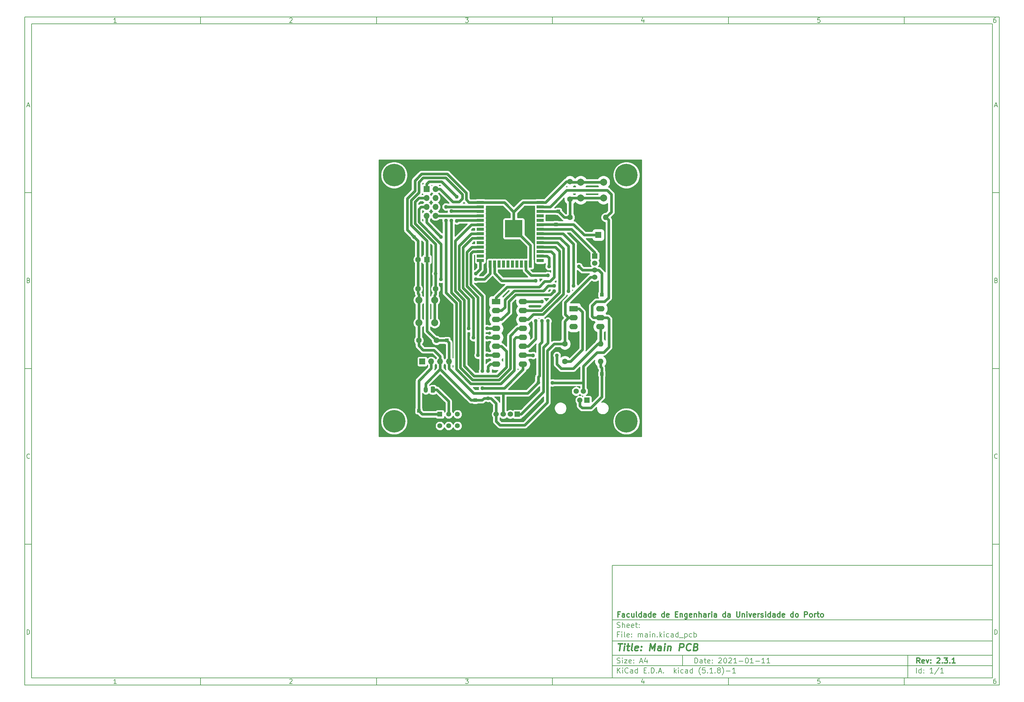
<source format=gbr>
%TF.GenerationSoftware,KiCad,Pcbnew,(5.1.8)-1*%
%TF.CreationDate,2021-01-11T16:48:45+00:00*%
%TF.ProjectId,main,6d61696e-2e6b-4696-9361-645f70636258,2.3.1*%
%TF.SameCoordinates,Original*%
%TF.FileFunction,Copper,L2,Bot*%
%TF.FilePolarity,Positive*%
%FSLAX46Y46*%
G04 Gerber Fmt 4.6, Leading zero omitted, Abs format (unit mm)*
G04 Created by KiCad (PCBNEW (5.1.8)-1) date 2021-01-11 16:48:45*
%MOMM*%
%LPD*%
G01*
G04 APERTURE LIST*
%ADD10C,0.100000*%
%ADD11C,0.150000*%
%ADD12C,0.300000*%
%ADD13C,0.400000*%
%TA.AperFunction,SMDPad,CuDef*%
%ADD14R,2.000000X0.900000*%
%TD*%
%TA.AperFunction,SMDPad,CuDef*%
%ADD15R,0.900000X2.000000*%
%TD*%
%TA.AperFunction,SMDPad,CuDef*%
%ADD16R,5.000000X5.000000*%
%TD*%
%TA.AperFunction,ComponentPad*%
%ADD17C,1.500000*%
%TD*%
%TA.AperFunction,ComponentPad*%
%ADD18R,1.500000X1.500000*%
%TD*%
%TA.AperFunction,ComponentPad*%
%ADD19C,1.524000*%
%TD*%
%TA.AperFunction,ComponentPad*%
%ADD20R,1.524000X1.524000*%
%TD*%
%TA.AperFunction,ComponentPad*%
%ADD21C,6.400000*%
%TD*%
%TA.AperFunction,ComponentPad*%
%ADD22O,2.400000X1.600000*%
%TD*%
%TA.AperFunction,ComponentPad*%
%ADD23R,2.400000X1.600000*%
%TD*%
%TA.AperFunction,ComponentPad*%
%ADD24C,2.000000*%
%TD*%
%TA.AperFunction,ComponentPad*%
%ADD25O,1.600000X1.600000*%
%TD*%
%TA.AperFunction,ComponentPad*%
%ADD26C,1.600000*%
%TD*%
%TA.AperFunction,ComponentPad*%
%ADD27R,1.600000X1.600000*%
%TD*%
%TA.AperFunction,SMDPad,CuDef*%
%ADD28R,1.000000X1.000000*%
%TD*%
%TA.AperFunction,ComponentPad*%
%ADD29C,1.400000*%
%TD*%
%TA.AperFunction,ComponentPad*%
%ADD30R,1.400000X1.400000*%
%TD*%
%TA.AperFunction,ComponentPad*%
%ADD31O,1.700000X1.700000*%
%TD*%
%TA.AperFunction,ComponentPad*%
%ADD32R,1.700000X1.700000*%
%TD*%
%TA.AperFunction,ComponentPad*%
%ADD33O,1.200000X1.750000*%
%TD*%
%TA.AperFunction,ViaPad*%
%ADD34C,1.100000*%
%TD*%
%TA.AperFunction,Conductor*%
%ADD35C,0.800000*%
%TD*%
%TA.AperFunction,NonConductor*%
%ADD36C,0.254000*%
%TD*%
%TA.AperFunction,NonConductor*%
%ADD37C,0.100000*%
%TD*%
G04 APERTURE END LIST*
D10*
D11*
X177002200Y-166007200D02*
X177002200Y-198007200D01*
X285002200Y-198007200D01*
X285002200Y-166007200D01*
X177002200Y-166007200D01*
D10*
D11*
X10000000Y-10000000D02*
X10000000Y-200007200D01*
X287002200Y-200007200D01*
X287002200Y-10000000D01*
X10000000Y-10000000D01*
D10*
D11*
X12000000Y-12000000D02*
X12000000Y-198007200D01*
X285002200Y-198007200D01*
X285002200Y-12000000D01*
X12000000Y-12000000D01*
D10*
D11*
X60000000Y-12000000D02*
X60000000Y-10000000D01*
D10*
D11*
X110000000Y-12000000D02*
X110000000Y-10000000D01*
D10*
D11*
X160000000Y-12000000D02*
X160000000Y-10000000D01*
D10*
D11*
X210000000Y-12000000D02*
X210000000Y-10000000D01*
D10*
D11*
X260000000Y-12000000D02*
X260000000Y-10000000D01*
D10*
D11*
X36065476Y-11588095D02*
X35322619Y-11588095D01*
X35694047Y-11588095D02*
X35694047Y-10288095D01*
X35570238Y-10473809D01*
X35446428Y-10597619D01*
X35322619Y-10659523D01*
D10*
D11*
X85322619Y-10411904D02*
X85384523Y-10350000D01*
X85508333Y-10288095D01*
X85817857Y-10288095D01*
X85941666Y-10350000D01*
X86003571Y-10411904D01*
X86065476Y-10535714D01*
X86065476Y-10659523D01*
X86003571Y-10845238D01*
X85260714Y-11588095D01*
X86065476Y-11588095D01*
D10*
D11*
X135260714Y-10288095D02*
X136065476Y-10288095D01*
X135632142Y-10783333D01*
X135817857Y-10783333D01*
X135941666Y-10845238D01*
X136003571Y-10907142D01*
X136065476Y-11030952D01*
X136065476Y-11340476D01*
X136003571Y-11464285D01*
X135941666Y-11526190D01*
X135817857Y-11588095D01*
X135446428Y-11588095D01*
X135322619Y-11526190D01*
X135260714Y-11464285D01*
D10*
D11*
X185941666Y-10721428D02*
X185941666Y-11588095D01*
X185632142Y-10226190D02*
X185322619Y-11154761D01*
X186127380Y-11154761D01*
D10*
D11*
X236003571Y-10288095D02*
X235384523Y-10288095D01*
X235322619Y-10907142D01*
X235384523Y-10845238D01*
X235508333Y-10783333D01*
X235817857Y-10783333D01*
X235941666Y-10845238D01*
X236003571Y-10907142D01*
X236065476Y-11030952D01*
X236065476Y-11340476D01*
X236003571Y-11464285D01*
X235941666Y-11526190D01*
X235817857Y-11588095D01*
X235508333Y-11588095D01*
X235384523Y-11526190D01*
X235322619Y-11464285D01*
D10*
D11*
X285941666Y-10288095D02*
X285694047Y-10288095D01*
X285570238Y-10350000D01*
X285508333Y-10411904D01*
X285384523Y-10597619D01*
X285322619Y-10845238D01*
X285322619Y-11340476D01*
X285384523Y-11464285D01*
X285446428Y-11526190D01*
X285570238Y-11588095D01*
X285817857Y-11588095D01*
X285941666Y-11526190D01*
X286003571Y-11464285D01*
X286065476Y-11340476D01*
X286065476Y-11030952D01*
X286003571Y-10907142D01*
X285941666Y-10845238D01*
X285817857Y-10783333D01*
X285570238Y-10783333D01*
X285446428Y-10845238D01*
X285384523Y-10907142D01*
X285322619Y-11030952D01*
D10*
D11*
X60000000Y-198007200D02*
X60000000Y-200007200D01*
D10*
D11*
X110000000Y-198007200D02*
X110000000Y-200007200D01*
D10*
D11*
X160000000Y-198007200D02*
X160000000Y-200007200D01*
D10*
D11*
X210000000Y-198007200D02*
X210000000Y-200007200D01*
D10*
D11*
X260000000Y-198007200D02*
X260000000Y-200007200D01*
D10*
D11*
X36065476Y-199595295D02*
X35322619Y-199595295D01*
X35694047Y-199595295D02*
X35694047Y-198295295D01*
X35570238Y-198481009D01*
X35446428Y-198604819D01*
X35322619Y-198666723D01*
D10*
D11*
X85322619Y-198419104D02*
X85384523Y-198357200D01*
X85508333Y-198295295D01*
X85817857Y-198295295D01*
X85941666Y-198357200D01*
X86003571Y-198419104D01*
X86065476Y-198542914D01*
X86065476Y-198666723D01*
X86003571Y-198852438D01*
X85260714Y-199595295D01*
X86065476Y-199595295D01*
D10*
D11*
X135260714Y-198295295D02*
X136065476Y-198295295D01*
X135632142Y-198790533D01*
X135817857Y-198790533D01*
X135941666Y-198852438D01*
X136003571Y-198914342D01*
X136065476Y-199038152D01*
X136065476Y-199347676D01*
X136003571Y-199471485D01*
X135941666Y-199533390D01*
X135817857Y-199595295D01*
X135446428Y-199595295D01*
X135322619Y-199533390D01*
X135260714Y-199471485D01*
D10*
D11*
X185941666Y-198728628D02*
X185941666Y-199595295D01*
X185632142Y-198233390D02*
X185322619Y-199161961D01*
X186127380Y-199161961D01*
D10*
D11*
X236003571Y-198295295D02*
X235384523Y-198295295D01*
X235322619Y-198914342D01*
X235384523Y-198852438D01*
X235508333Y-198790533D01*
X235817857Y-198790533D01*
X235941666Y-198852438D01*
X236003571Y-198914342D01*
X236065476Y-199038152D01*
X236065476Y-199347676D01*
X236003571Y-199471485D01*
X235941666Y-199533390D01*
X235817857Y-199595295D01*
X235508333Y-199595295D01*
X235384523Y-199533390D01*
X235322619Y-199471485D01*
D10*
D11*
X285941666Y-198295295D02*
X285694047Y-198295295D01*
X285570238Y-198357200D01*
X285508333Y-198419104D01*
X285384523Y-198604819D01*
X285322619Y-198852438D01*
X285322619Y-199347676D01*
X285384523Y-199471485D01*
X285446428Y-199533390D01*
X285570238Y-199595295D01*
X285817857Y-199595295D01*
X285941666Y-199533390D01*
X286003571Y-199471485D01*
X286065476Y-199347676D01*
X286065476Y-199038152D01*
X286003571Y-198914342D01*
X285941666Y-198852438D01*
X285817857Y-198790533D01*
X285570238Y-198790533D01*
X285446428Y-198852438D01*
X285384523Y-198914342D01*
X285322619Y-199038152D01*
D10*
D11*
X10000000Y-60000000D02*
X12000000Y-60000000D01*
D10*
D11*
X10000000Y-110000000D02*
X12000000Y-110000000D01*
D10*
D11*
X10000000Y-160000000D02*
X12000000Y-160000000D01*
D10*
D11*
X10690476Y-35216666D02*
X11309523Y-35216666D01*
X10566666Y-35588095D02*
X11000000Y-34288095D01*
X11433333Y-35588095D01*
D10*
D11*
X11092857Y-84907142D02*
X11278571Y-84969047D01*
X11340476Y-85030952D01*
X11402380Y-85154761D01*
X11402380Y-85340476D01*
X11340476Y-85464285D01*
X11278571Y-85526190D01*
X11154761Y-85588095D01*
X10659523Y-85588095D01*
X10659523Y-84288095D01*
X11092857Y-84288095D01*
X11216666Y-84350000D01*
X11278571Y-84411904D01*
X11340476Y-84535714D01*
X11340476Y-84659523D01*
X11278571Y-84783333D01*
X11216666Y-84845238D01*
X11092857Y-84907142D01*
X10659523Y-84907142D01*
D10*
D11*
X11402380Y-135464285D02*
X11340476Y-135526190D01*
X11154761Y-135588095D01*
X11030952Y-135588095D01*
X10845238Y-135526190D01*
X10721428Y-135402380D01*
X10659523Y-135278571D01*
X10597619Y-135030952D01*
X10597619Y-134845238D01*
X10659523Y-134597619D01*
X10721428Y-134473809D01*
X10845238Y-134350000D01*
X11030952Y-134288095D01*
X11154761Y-134288095D01*
X11340476Y-134350000D01*
X11402380Y-134411904D01*
D10*
D11*
X10659523Y-185588095D02*
X10659523Y-184288095D01*
X10969047Y-184288095D01*
X11154761Y-184350000D01*
X11278571Y-184473809D01*
X11340476Y-184597619D01*
X11402380Y-184845238D01*
X11402380Y-185030952D01*
X11340476Y-185278571D01*
X11278571Y-185402380D01*
X11154761Y-185526190D01*
X10969047Y-185588095D01*
X10659523Y-185588095D01*
D10*
D11*
X287002200Y-60000000D02*
X285002200Y-60000000D01*
D10*
D11*
X287002200Y-110000000D02*
X285002200Y-110000000D01*
D10*
D11*
X287002200Y-160000000D02*
X285002200Y-160000000D01*
D10*
D11*
X285692676Y-35216666D02*
X286311723Y-35216666D01*
X285568866Y-35588095D02*
X286002200Y-34288095D01*
X286435533Y-35588095D01*
D10*
D11*
X286095057Y-84907142D02*
X286280771Y-84969047D01*
X286342676Y-85030952D01*
X286404580Y-85154761D01*
X286404580Y-85340476D01*
X286342676Y-85464285D01*
X286280771Y-85526190D01*
X286156961Y-85588095D01*
X285661723Y-85588095D01*
X285661723Y-84288095D01*
X286095057Y-84288095D01*
X286218866Y-84350000D01*
X286280771Y-84411904D01*
X286342676Y-84535714D01*
X286342676Y-84659523D01*
X286280771Y-84783333D01*
X286218866Y-84845238D01*
X286095057Y-84907142D01*
X285661723Y-84907142D01*
D10*
D11*
X286404580Y-135464285D02*
X286342676Y-135526190D01*
X286156961Y-135588095D01*
X286033152Y-135588095D01*
X285847438Y-135526190D01*
X285723628Y-135402380D01*
X285661723Y-135278571D01*
X285599819Y-135030952D01*
X285599819Y-134845238D01*
X285661723Y-134597619D01*
X285723628Y-134473809D01*
X285847438Y-134350000D01*
X286033152Y-134288095D01*
X286156961Y-134288095D01*
X286342676Y-134350000D01*
X286404580Y-134411904D01*
D10*
D11*
X285661723Y-185588095D02*
X285661723Y-184288095D01*
X285971247Y-184288095D01*
X286156961Y-184350000D01*
X286280771Y-184473809D01*
X286342676Y-184597619D01*
X286404580Y-184845238D01*
X286404580Y-185030952D01*
X286342676Y-185278571D01*
X286280771Y-185402380D01*
X286156961Y-185526190D01*
X285971247Y-185588095D01*
X285661723Y-185588095D01*
D10*
D11*
X200434342Y-193785771D02*
X200434342Y-192285771D01*
X200791485Y-192285771D01*
X201005771Y-192357200D01*
X201148628Y-192500057D01*
X201220057Y-192642914D01*
X201291485Y-192928628D01*
X201291485Y-193142914D01*
X201220057Y-193428628D01*
X201148628Y-193571485D01*
X201005771Y-193714342D01*
X200791485Y-193785771D01*
X200434342Y-193785771D01*
X202577200Y-193785771D02*
X202577200Y-193000057D01*
X202505771Y-192857200D01*
X202362914Y-192785771D01*
X202077200Y-192785771D01*
X201934342Y-192857200D01*
X202577200Y-193714342D02*
X202434342Y-193785771D01*
X202077200Y-193785771D01*
X201934342Y-193714342D01*
X201862914Y-193571485D01*
X201862914Y-193428628D01*
X201934342Y-193285771D01*
X202077200Y-193214342D01*
X202434342Y-193214342D01*
X202577200Y-193142914D01*
X203077200Y-192785771D02*
X203648628Y-192785771D01*
X203291485Y-192285771D02*
X203291485Y-193571485D01*
X203362914Y-193714342D01*
X203505771Y-193785771D01*
X203648628Y-193785771D01*
X204720057Y-193714342D02*
X204577200Y-193785771D01*
X204291485Y-193785771D01*
X204148628Y-193714342D01*
X204077200Y-193571485D01*
X204077200Y-193000057D01*
X204148628Y-192857200D01*
X204291485Y-192785771D01*
X204577200Y-192785771D01*
X204720057Y-192857200D01*
X204791485Y-193000057D01*
X204791485Y-193142914D01*
X204077200Y-193285771D01*
X205434342Y-193642914D02*
X205505771Y-193714342D01*
X205434342Y-193785771D01*
X205362914Y-193714342D01*
X205434342Y-193642914D01*
X205434342Y-193785771D01*
X205434342Y-192857200D02*
X205505771Y-192928628D01*
X205434342Y-193000057D01*
X205362914Y-192928628D01*
X205434342Y-192857200D01*
X205434342Y-193000057D01*
X207220057Y-192428628D02*
X207291485Y-192357200D01*
X207434342Y-192285771D01*
X207791485Y-192285771D01*
X207934342Y-192357200D01*
X208005771Y-192428628D01*
X208077200Y-192571485D01*
X208077200Y-192714342D01*
X208005771Y-192928628D01*
X207148628Y-193785771D01*
X208077200Y-193785771D01*
X209005771Y-192285771D02*
X209148628Y-192285771D01*
X209291485Y-192357200D01*
X209362914Y-192428628D01*
X209434342Y-192571485D01*
X209505771Y-192857200D01*
X209505771Y-193214342D01*
X209434342Y-193500057D01*
X209362914Y-193642914D01*
X209291485Y-193714342D01*
X209148628Y-193785771D01*
X209005771Y-193785771D01*
X208862914Y-193714342D01*
X208791485Y-193642914D01*
X208720057Y-193500057D01*
X208648628Y-193214342D01*
X208648628Y-192857200D01*
X208720057Y-192571485D01*
X208791485Y-192428628D01*
X208862914Y-192357200D01*
X209005771Y-192285771D01*
X210077200Y-192428628D02*
X210148628Y-192357200D01*
X210291485Y-192285771D01*
X210648628Y-192285771D01*
X210791485Y-192357200D01*
X210862914Y-192428628D01*
X210934342Y-192571485D01*
X210934342Y-192714342D01*
X210862914Y-192928628D01*
X210005771Y-193785771D01*
X210934342Y-193785771D01*
X212362914Y-193785771D02*
X211505771Y-193785771D01*
X211934342Y-193785771D02*
X211934342Y-192285771D01*
X211791485Y-192500057D01*
X211648628Y-192642914D01*
X211505771Y-192714342D01*
X213005771Y-193214342D02*
X214148628Y-193214342D01*
X215148628Y-192285771D02*
X215291485Y-192285771D01*
X215434342Y-192357200D01*
X215505771Y-192428628D01*
X215577200Y-192571485D01*
X215648628Y-192857200D01*
X215648628Y-193214342D01*
X215577200Y-193500057D01*
X215505771Y-193642914D01*
X215434342Y-193714342D01*
X215291485Y-193785771D01*
X215148628Y-193785771D01*
X215005771Y-193714342D01*
X214934342Y-193642914D01*
X214862914Y-193500057D01*
X214791485Y-193214342D01*
X214791485Y-192857200D01*
X214862914Y-192571485D01*
X214934342Y-192428628D01*
X215005771Y-192357200D01*
X215148628Y-192285771D01*
X217077200Y-193785771D02*
X216220057Y-193785771D01*
X216648628Y-193785771D02*
X216648628Y-192285771D01*
X216505771Y-192500057D01*
X216362914Y-192642914D01*
X216220057Y-192714342D01*
X217720057Y-193214342D02*
X218862914Y-193214342D01*
X220362914Y-193785771D02*
X219505771Y-193785771D01*
X219934342Y-193785771D02*
X219934342Y-192285771D01*
X219791485Y-192500057D01*
X219648628Y-192642914D01*
X219505771Y-192714342D01*
X221791485Y-193785771D02*
X220934342Y-193785771D01*
X221362914Y-193785771D02*
X221362914Y-192285771D01*
X221220057Y-192500057D01*
X221077200Y-192642914D01*
X220934342Y-192714342D01*
D10*
D11*
X177002200Y-194507200D02*
X285002200Y-194507200D01*
D10*
D11*
X178434342Y-196585771D02*
X178434342Y-195085771D01*
X179291485Y-196585771D02*
X178648628Y-195728628D01*
X179291485Y-195085771D02*
X178434342Y-195942914D01*
X179934342Y-196585771D02*
X179934342Y-195585771D01*
X179934342Y-195085771D02*
X179862914Y-195157200D01*
X179934342Y-195228628D01*
X180005771Y-195157200D01*
X179934342Y-195085771D01*
X179934342Y-195228628D01*
X181505771Y-196442914D02*
X181434342Y-196514342D01*
X181220057Y-196585771D01*
X181077200Y-196585771D01*
X180862914Y-196514342D01*
X180720057Y-196371485D01*
X180648628Y-196228628D01*
X180577200Y-195942914D01*
X180577200Y-195728628D01*
X180648628Y-195442914D01*
X180720057Y-195300057D01*
X180862914Y-195157200D01*
X181077200Y-195085771D01*
X181220057Y-195085771D01*
X181434342Y-195157200D01*
X181505771Y-195228628D01*
X182791485Y-196585771D02*
X182791485Y-195800057D01*
X182720057Y-195657200D01*
X182577200Y-195585771D01*
X182291485Y-195585771D01*
X182148628Y-195657200D01*
X182791485Y-196514342D02*
X182648628Y-196585771D01*
X182291485Y-196585771D01*
X182148628Y-196514342D01*
X182077200Y-196371485D01*
X182077200Y-196228628D01*
X182148628Y-196085771D01*
X182291485Y-196014342D01*
X182648628Y-196014342D01*
X182791485Y-195942914D01*
X184148628Y-196585771D02*
X184148628Y-195085771D01*
X184148628Y-196514342D02*
X184005771Y-196585771D01*
X183720057Y-196585771D01*
X183577200Y-196514342D01*
X183505771Y-196442914D01*
X183434342Y-196300057D01*
X183434342Y-195871485D01*
X183505771Y-195728628D01*
X183577200Y-195657200D01*
X183720057Y-195585771D01*
X184005771Y-195585771D01*
X184148628Y-195657200D01*
X186005771Y-195800057D02*
X186505771Y-195800057D01*
X186720057Y-196585771D02*
X186005771Y-196585771D01*
X186005771Y-195085771D01*
X186720057Y-195085771D01*
X187362914Y-196442914D02*
X187434342Y-196514342D01*
X187362914Y-196585771D01*
X187291485Y-196514342D01*
X187362914Y-196442914D01*
X187362914Y-196585771D01*
X188077200Y-196585771D02*
X188077200Y-195085771D01*
X188434342Y-195085771D01*
X188648628Y-195157200D01*
X188791485Y-195300057D01*
X188862914Y-195442914D01*
X188934342Y-195728628D01*
X188934342Y-195942914D01*
X188862914Y-196228628D01*
X188791485Y-196371485D01*
X188648628Y-196514342D01*
X188434342Y-196585771D01*
X188077200Y-196585771D01*
X189577200Y-196442914D02*
X189648628Y-196514342D01*
X189577200Y-196585771D01*
X189505771Y-196514342D01*
X189577200Y-196442914D01*
X189577200Y-196585771D01*
X190220057Y-196157200D02*
X190934342Y-196157200D01*
X190077200Y-196585771D02*
X190577200Y-195085771D01*
X191077200Y-196585771D01*
X191577200Y-196442914D02*
X191648628Y-196514342D01*
X191577200Y-196585771D01*
X191505771Y-196514342D01*
X191577200Y-196442914D01*
X191577200Y-196585771D01*
X194577200Y-196585771D02*
X194577200Y-195085771D01*
X194720057Y-196014342D02*
X195148628Y-196585771D01*
X195148628Y-195585771D02*
X194577200Y-196157200D01*
X195791485Y-196585771D02*
X195791485Y-195585771D01*
X195791485Y-195085771D02*
X195720057Y-195157200D01*
X195791485Y-195228628D01*
X195862914Y-195157200D01*
X195791485Y-195085771D01*
X195791485Y-195228628D01*
X197148628Y-196514342D02*
X197005771Y-196585771D01*
X196720057Y-196585771D01*
X196577200Y-196514342D01*
X196505771Y-196442914D01*
X196434342Y-196300057D01*
X196434342Y-195871485D01*
X196505771Y-195728628D01*
X196577200Y-195657200D01*
X196720057Y-195585771D01*
X197005771Y-195585771D01*
X197148628Y-195657200D01*
X198434342Y-196585771D02*
X198434342Y-195800057D01*
X198362914Y-195657200D01*
X198220057Y-195585771D01*
X197934342Y-195585771D01*
X197791485Y-195657200D01*
X198434342Y-196514342D02*
X198291485Y-196585771D01*
X197934342Y-196585771D01*
X197791485Y-196514342D01*
X197720057Y-196371485D01*
X197720057Y-196228628D01*
X197791485Y-196085771D01*
X197934342Y-196014342D01*
X198291485Y-196014342D01*
X198434342Y-195942914D01*
X199791485Y-196585771D02*
X199791485Y-195085771D01*
X199791485Y-196514342D02*
X199648628Y-196585771D01*
X199362914Y-196585771D01*
X199220057Y-196514342D01*
X199148628Y-196442914D01*
X199077200Y-196300057D01*
X199077200Y-195871485D01*
X199148628Y-195728628D01*
X199220057Y-195657200D01*
X199362914Y-195585771D01*
X199648628Y-195585771D01*
X199791485Y-195657200D01*
X202077200Y-197157200D02*
X202005771Y-197085771D01*
X201862914Y-196871485D01*
X201791485Y-196728628D01*
X201720057Y-196514342D01*
X201648628Y-196157200D01*
X201648628Y-195871485D01*
X201720057Y-195514342D01*
X201791485Y-195300057D01*
X201862914Y-195157200D01*
X202005771Y-194942914D01*
X202077200Y-194871485D01*
X203362914Y-195085771D02*
X202648628Y-195085771D01*
X202577200Y-195800057D01*
X202648628Y-195728628D01*
X202791485Y-195657200D01*
X203148628Y-195657200D01*
X203291485Y-195728628D01*
X203362914Y-195800057D01*
X203434342Y-195942914D01*
X203434342Y-196300057D01*
X203362914Y-196442914D01*
X203291485Y-196514342D01*
X203148628Y-196585771D01*
X202791485Y-196585771D01*
X202648628Y-196514342D01*
X202577200Y-196442914D01*
X204077200Y-196442914D02*
X204148628Y-196514342D01*
X204077200Y-196585771D01*
X204005771Y-196514342D01*
X204077200Y-196442914D01*
X204077200Y-196585771D01*
X205577200Y-196585771D02*
X204720057Y-196585771D01*
X205148628Y-196585771D02*
X205148628Y-195085771D01*
X205005771Y-195300057D01*
X204862914Y-195442914D01*
X204720057Y-195514342D01*
X206220057Y-196442914D02*
X206291485Y-196514342D01*
X206220057Y-196585771D01*
X206148628Y-196514342D01*
X206220057Y-196442914D01*
X206220057Y-196585771D01*
X207148628Y-195728628D02*
X207005771Y-195657200D01*
X206934342Y-195585771D01*
X206862914Y-195442914D01*
X206862914Y-195371485D01*
X206934342Y-195228628D01*
X207005771Y-195157200D01*
X207148628Y-195085771D01*
X207434342Y-195085771D01*
X207577200Y-195157200D01*
X207648628Y-195228628D01*
X207720057Y-195371485D01*
X207720057Y-195442914D01*
X207648628Y-195585771D01*
X207577200Y-195657200D01*
X207434342Y-195728628D01*
X207148628Y-195728628D01*
X207005771Y-195800057D01*
X206934342Y-195871485D01*
X206862914Y-196014342D01*
X206862914Y-196300057D01*
X206934342Y-196442914D01*
X207005771Y-196514342D01*
X207148628Y-196585771D01*
X207434342Y-196585771D01*
X207577200Y-196514342D01*
X207648628Y-196442914D01*
X207720057Y-196300057D01*
X207720057Y-196014342D01*
X207648628Y-195871485D01*
X207577200Y-195800057D01*
X207434342Y-195728628D01*
X208220057Y-197157200D02*
X208291485Y-197085771D01*
X208434342Y-196871485D01*
X208505771Y-196728628D01*
X208577200Y-196514342D01*
X208648628Y-196157200D01*
X208648628Y-195871485D01*
X208577200Y-195514342D01*
X208505771Y-195300057D01*
X208434342Y-195157200D01*
X208291485Y-194942914D01*
X208220057Y-194871485D01*
X209362914Y-196014342D02*
X210505771Y-196014342D01*
X212005771Y-196585771D02*
X211148628Y-196585771D01*
X211577200Y-196585771D02*
X211577200Y-195085771D01*
X211434342Y-195300057D01*
X211291485Y-195442914D01*
X211148628Y-195514342D01*
D10*
D11*
X177002200Y-191507200D02*
X285002200Y-191507200D01*
D10*
D12*
X264411485Y-193785771D02*
X263911485Y-193071485D01*
X263554342Y-193785771D02*
X263554342Y-192285771D01*
X264125771Y-192285771D01*
X264268628Y-192357200D01*
X264340057Y-192428628D01*
X264411485Y-192571485D01*
X264411485Y-192785771D01*
X264340057Y-192928628D01*
X264268628Y-193000057D01*
X264125771Y-193071485D01*
X263554342Y-193071485D01*
X265625771Y-193714342D02*
X265482914Y-193785771D01*
X265197200Y-193785771D01*
X265054342Y-193714342D01*
X264982914Y-193571485D01*
X264982914Y-193000057D01*
X265054342Y-192857200D01*
X265197200Y-192785771D01*
X265482914Y-192785771D01*
X265625771Y-192857200D01*
X265697200Y-193000057D01*
X265697200Y-193142914D01*
X264982914Y-193285771D01*
X266197200Y-192785771D02*
X266554342Y-193785771D01*
X266911485Y-192785771D01*
X267482914Y-193642914D02*
X267554342Y-193714342D01*
X267482914Y-193785771D01*
X267411485Y-193714342D01*
X267482914Y-193642914D01*
X267482914Y-193785771D01*
X267482914Y-192857200D02*
X267554342Y-192928628D01*
X267482914Y-193000057D01*
X267411485Y-192928628D01*
X267482914Y-192857200D01*
X267482914Y-193000057D01*
X269268628Y-192428628D02*
X269340057Y-192357200D01*
X269482914Y-192285771D01*
X269840057Y-192285771D01*
X269982914Y-192357200D01*
X270054342Y-192428628D01*
X270125771Y-192571485D01*
X270125771Y-192714342D01*
X270054342Y-192928628D01*
X269197200Y-193785771D01*
X270125771Y-193785771D01*
X270768628Y-193642914D02*
X270840057Y-193714342D01*
X270768628Y-193785771D01*
X270697200Y-193714342D01*
X270768628Y-193642914D01*
X270768628Y-193785771D01*
X271340057Y-192285771D02*
X272268628Y-192285771D01*
X271768628Y-192857200D01*
X271982914Y-192857200D01*
X272125771Y-192928628D01*
X272197200Y-193000057D01*
X272268628Y-193142914D01*
X272268628Y-193500057D01*
X272197200Y-193642914D01*
X272125771Y-193714342D01*
X271982914Y-193785771D01*
X271554342Y-193785771D01*
X271411485Y-193714342D01*
X271340057Y-193642914D01*
X272911485Y-193642914D02*
X272982914Y-193714342D01*
X272911485Y-193785771D01*
X272840057Y-193714342D01*
X272911485Y-193642914D01*
X272911485Y-193785771D01*
X274411485Y-193785771D02*
X273554342Y-193785771D01*
X273982914Y-193785771D02*
X273982914Y-192285771D01*
X273840057Y-192500057D01*
X273697200Y-192642914D01*
X273554342Y-192714342D01*
D10*
D11*
X178362914Y-193714342D02*
X178577200Y-193785771D01*
X178934342Y-193785771D01*
X179077200Y-193714342D01*
X179148628Y-193642914D01*
X179220057Y-193500057D01*
X179220057Y-193357200D01*
X179148628Y-193214342D01*
X179077200Y-193142914D01*
X178934342Y-193071485D01*
X178648628Y-193000057D01*
X178505771Y-192928628D01*
X178434342Y-192857200D01*
X178362914Y-192714342D01*
X178362914Y-192571485D01*
X178434342Y-192428628D01*
X178505771Y-192357200D01*
X178648628Y-192285771D01*
X179005771Y-192285771D01*
X179220057Y-192357200D01*
X179862914Y-193785771D02*
X179862914Y-192785771D01*
X179862914Y-192285771D02*
X179791485Y-192357200D01*
X179862914Y-192428628D01*
X179934342Y-192357200D01*
X179862914Y-192285771D01*
X179862914Y-192428628D01*
X180434342Y-192785771D02*
X181220057Y-192785771D01*
X180434342Y-193785771D01*
X181220057Y-193785771D01*
X182362914Y-193714342D02*
X182220057Y-193785771D01*
X181934342Y-193785771D01*
X181791485Y-193714342D01*
X181720057Y-193571485D01*
X181720057Y-193000057D01*
X181791485Y-192857200D01*
X181934342Y-192785771D01*
X182220057Y-192785771D01*
X182362914Y-192857200D01*
X182434342Y-193000057D01*
X182434342Y-193142914D01*
X181720057Y-193285771D01*
X183077200Y-193642914D02*
X183148628Y-193714342D01*
X183077200Y-193785771D01*
X183005771Y-193714342D01*
X183077200Y-193642914D01*
X183077200Y-193785771D01*
X183077200Y-192857200D02*
X183148628Y-192928628D01*
X183077200Y-193000057D01*
X183005771Y-192928628D01*
X183077200Y-192857200D01*
X183077200Y-193000057D01*
X184862914Y-193357200D02*
X185577200Y-193357200D01*
X184720057Y-193785771D02*
X185220057Y-192285771D01*
X185720057Y-193785771D01*
X186862914Y-192785771D02*
X186862914Y-193785771D01*
X186505771Y-192214342D02*
X186148628Y-193285771D01*
X187077200Y-193285771D01*
D10*
D11*
X263434342Y-196585771D02*
X263434342Y-195085771D01*
X264791485Y-196585771D02*
X264791485Y-195085771D01*
X264791485Y-196514342D02*
X264648628Y-196585771D01*
X264362914Y-196585771D01*
X264220057Y-196514342D01*
X264148628Y-196442914D01*
X264077200Y-196300057D01*
X264077200Y-195871485D01*
X264148628Y-195728628D01*
X264220057Y-195657200D01*
X264362914Y-195585771D01*
X264648628Y-195585771D01*
X264791485Y-195657200D01*
X265505771Y-196442914D02*
X265577200Y-196514342D01*
X265505771Y-196585771D01*
X265434342Y-196514342D01*
X265505771Y-196442914D01*
X265505771Y-196585771D01*
X265505771Y-195657200D02*
X265577200Y-195728628D01*
X265505771Y-195800057D01*
X265434342Y-195728628D01*
X265505771Y-195657200D01*
X265505771Y-195800057D01*
X268148628Y-196585771D02*
X267291485Y-196585771D01*
X267720057Y-196585771D02*
X267720057Y-195085771D01*
X267577200Y-195300057D01*
X267434342Y-195442914D01*
X267291485Y-195514342D01*
X269862914Y-195014342D02*
X268577200Y-196942914D01*
X271148628Y-196585771D02*
X270291485Y-196585771D01*
X270720057Y-196585771D02*
X270720057Y-195085771D01*
X270577200Y-195300057D01*
X270434342Y-195442914D01*
X270291485Y-195514342D01*
D10*
D11*
X177002200Y-187507200D02*
X285002200Y-187507200D01*
D10*
D13*
X178714580Y-188211961D02*
X179857438Y-188211961D01*
X179036009Y-190211961D02*
X179286009Y-188211961D01*
X180274104Y-190211961D02*
X180440771Y-188878628D01*
X180524104Y-188211961D02*
X180416961Y-188307200D01*
X180500295Y-188402438D01*
X180607438Y-188307200D01*
X180524104Y-188211961D01*
X180500295Y-188402438D01*
X181107438Y-188878628D02*
X181869342Y-188878628D01*
X181476485Y-188211961D02*
X181262200Y-189926247D01*
X181333628Y-190116723D01*
X181512200Y-190211961D01*
X181702676Y-190211961D01*
X182655057Y-190211961D02*
X182476485Y-190116723D01*
X182405057Y-189926247D01*
X182619342Y-188211961D01*
X184190771Y-190116723D02*
X183988390Y-190211961D01*
X183607438Y-190211961D01*
X183428866Y-190116723D01*
X183357438Y-189926247D01*
X183452676Y-189164342D01*
X183571723Y-188973866D01*
X183774104Y-188878628D01*
X184155057Y-188878628D01*
X184333628Y-188973866D01*
X184405057Y-189164342D01*
X184381247Y-189354819D01*
X183405057Y-189545295D01*
X185155057Y-190021485D02*
X185238390Y-190116723D01*
X185131247Y-190211961D01*
X185047914Y-190116723D01*
X185155057Y-190021485D01*
X185131247Y-190211961D01*
X185286009Y-188973866D02*
X185369342Y-189069104D01*
X185262200Y-189164342D01*
X185178866Y-189069104D01*
X185286009Y-188973866D01*
X185262200Y-189164342D01*
X187607438Y-190211961D02*
X187857438Y-188211961D01*
X188345533Y-189640533D01*
X189190771Y-188211961D01*
X188940771Y-190211961D01*
X190750295Y-190211961D02*
X190881247Y-189164342D01*
X190809819Y-188973866D01*
X190631247Y-188878628D01*
X190250295Y-188878628D01*
X190047914Y-188973866D01*
X190762200Y-190116723D02*
X190559819Y-190211961D01*
X190083628Y-190211961D01*
X189905057Y-190116723D01*
X189833628Y-189926247D01*
X189857438Y-189735771D01*
X189976485Y-189545295D01*
X190178866Y-189450057D01*
X190655057Y-189450057D01*
X190857438Y-189354819D01*
X191702676Y-190211961D02*
X191869342Y-188878628D01*
X191952676Y-188211961D02*
X191845533Y-188307200D01*
X191928866Y-188402438D01*
X192036009Y-188307200D01*
X191952676Y-188211961D01*
X191928866Y-188402438D01*
X192821723Y-188878628D02*
X192655057Y-190211961D01*
X192797914Y-189069104D02*
X192905057Y-188973866D01*
X193107438Y-188878628D01*
X193393152Y-188878628D01*
X193571723Y-188973866D01*
X193643152Y-189164342D01*
X193512200Y-190211961D01*
X195988390Y-190211961D02*
X196238390Y-188211961D01*
X197000295Y-188211961D01*
X197178866Y-188307200D01*
X197262200Y-188402438D01*
X197333628Y-188592914D01*
X197297914Y-188878628D01*
X197178866Y-189069104D01*
X197071723Y-189164342D01*
X196869342Y-189259580D01*
X196107438Y-189259580D01*
X199155057Y-190021485D02*
X199047914Y-190116723D01*
X198750295Y-190211961D01*
X198559819Y-190211961D01*
X198286009Y-190116723D01*
X198119342Y-189926247D01*
X198047914Y-189735771D01*
X198000295Y-189354819D01*
X198036009Y-189069104D01*
X198178866Y-188688152D01*
X198297914Y-188497676D01*
X198512200Y-188307200D01*
X198809819Y-188211961D01*
X199000295Y-188211961D01*
X199274104Y-188307200D01*
X199357438Y-188402438D01*
X200786009Y-189164342D02*
X201059819Y-189259580D01*
X201143152Y-189354819D01*
X201214580Y-189545295D01*
X201178866Y-189831009D01*
X201059819Y-190021485D01*
X200952676Y-190116723D01*
X200750295Y-190211961D01*
X199988390Y-190211961D01*
X200238390Y-188211961D01*
X200905057Y-188211961D01*
X201083628Y-188307200D01*
X201166961Y-188402438D01*
X201238390Y-188592914D01*
X201214580Y-188783390D01*
X201095533Y-188973866D01*
X200988390Y-189069104D01*
X200786009Y-189164342D01*
X200119342Y-189164342D01*
D10*
D11*
X178934342Y-185600057D02*
X178434342Y-185600057D01*
X178434342Y-186385771D02*
X178434342Y-184885771D01*
X179148628Y-184885771D01*
X179720057Y-186385771D02*
X179720057Y-185385771D01*
X179720057Y-184885771D02*
X179648628Y-184957200D01*
X179720057Y-185028628D01*
X179791485Y-184957200D01*
X179720057Y-184885771D01*
X179720057Y-185028628D01*
X180648628Y-186385771D02*
X180505771Y-186314342D01*
X180434342Y-186171485D01*
X180434342Y-184885771D01*
X181791485Y-186314342D02*
X181648628Y-186385771D01*
X181362914Y-186385771D01*
X181220057Y-186314342D01*
X181148628Y-186171485D01*
X181148628Y-185600057D01*
X181220057Y-185457200D01*
X181362914Y-185385771D01*
X181648628Y-185385771D01*
X181791485Y-185457200D01*
X181862914Y-185600057D01*
X181862914Y-185742914D01*
X181148628Y-185885771D01*
X182505771Y-186242914D02*
X182577200Y-186314342D01*
X182505771Y-186385771D01*
X182434342Y-186314342D01*
X182505771Y-186242914D01*
X182505771Y-186385771D01*
X182505771Y-185457200D02*
X182577200Y-185528628D01*
X182505771Y-185600057D01*
X182434342Y-185528628D01*
X182505771Y-185457200D01*
X182505771Y-185600057D01*
X184362914Y-186385771D02*
X184362914Y-185385771D01*
X184362914Y-185528628D02*
X184434342Y-185457200D01*
X184577200Y-185385771D01*
X184791485Y-185385771D01*
X184934342Y-185457200D01*
X185005771Y-185600057D01*
X185005771Y-186385771D01*
X185005771Y-185600057D02*
X185077200Y-185457200D01*
X185220057Y-185385771D01*
X185434342Y-185385771D01*
X185577200Y-185457200D01*
X185648628Y-185600057D01*
X185648628Y-186385771D01*
X187005771Y-186385771D02*
X187005771Y-185600057D01*
X186934342Y-185457200D01*
X186791485Y-185385771D01*
X186505771Y-185385771D01*
X186362914Y-185457200D01*
X187005771Y-186314342D02*
X186862914Y-186385771D01*
X186505771Y-186385771D01*
X186362914Y-186314342D01*
X186291485Y-186171485D01*
X186291485Y-186028628D01*
X186362914Y-185885771D01*
X186505771Y-185814342D01*
X186862914Y-185814342D01*
X187005771Y-185742914D01*
X187720057Y-186385771D02*
X187720057Y-185385771D01*
X187720057Y-184885771D02*
X187648628Y-184957200D01*
X187720057Y-185028628D01*
X187791485Y-184957200D01*
X187720057Y-184885771D01*
X187720057Y-185028628D01*
X188434342Y-185385771D02*
X188434342Y-186385771D01*
X188434342Y-185528628D02*
X188505771Y-185457200D01*
X188648628Y-185385771D01*
X188862914Y-185385771D01*
X189005771Y-185457200D01*
X189077200Y-185600057D01*
X189077200Y-186385771D01*
X189791485Y-186242914D02*
X189862914Y-186314342D01*
X189791485Y-186385771D01*
X189720057Y-186314342D01*
X189791485Y-186242914D01*
X189791485Y-186385771D01*
X190505771Y-186385771D02*
X190505771Y-184885771D01*
X190648628Y-185814342D02*
X191077200Y-186385771D01*
X191077200Y-185385771D02*
X190505771Y-185957200D01*
X191720057Y-186385771D02*
X191720057Y-185385771D01*
X191720057Y-184885771D02*
X191648628Y-184957200D01*
X191720057Y-185028628D01*
X191791485Y-184957200D01*
X191720057Y-184885771D01*
X191720057Y-185028628D01*
X193077200Y-186314342D02*
X192934342Y-186385771D01*
X192648628Y-186385771D01*
X192505771Y-186314342D01*
X192434342Y-186242914D01*
X192362914Y-186100057D01*
X192362914Y-185671485D01*
X192434342Y-185528628D01*
X192505771Y-185457200D01*
X192648628Y-185385771D01*
X192934342Y-185385771D01*
X193077200Y-185457200D01*
X194362914Y-186385771D02*
X194362914Y-185600057D01*
X194291485Y-185457200D01*
X194148628Y-185385771D01*
X193862914Y-185385771D01*
X193720057Y-185457200D01*
X194362914Y-186314342D02*
X194220057Y-186385771D01*
X193862914Y-186385771D01*
X193720057Y-186314342D01*
X193648628Y-186171485D01*
X193648628Y-186028628D01*
X193720057Y-185885771D01*
X193862914Y-185814342D01*
X194220057Y-185814342D01*
X194362914Y-185742914D01*
X195720057Y-186385771D02*
X195720057Y-184885771D01*
X195720057Y-186314342D02*
X195577200Y-186385771D01*
X195291485Y-186385771D01*
X195148628Y-186314342D01*
X195077200Y-186242914D01*
X195005771Y-186100057D01*
X195005771Y-185671485D01*
X195077200Y-185528628D01*
X195148628Y-185457200D01*
X195291485Y-185385771D01*
X195577200Y-185385771D01*
X195720057Y-185457200D01*
X196077200Y-186528628D02*
X197220057Y-186528628D01*
X197577200Y-185385771D02*
X197577200Y-186885771D01*
X197577200Y-185457200D02*
X197720057Y-185385771D01*
X198005771Y-185385771D01*
X198148628Y-185457200D01*
X198220057Y-185528628D01*
X198291485Y-185671485D01*
X198291485Y-186100057D01*
X198220057Y-186242914D01*
X198148628Y-186314342D01*
X198005771Y-186385771D01*
X197720057Y-186385771D01*
X197577200Y-186314342D01*
X199577200Y-186314342D02*
X199434342Y-186385771D01*
X199148628Y-186385771D01*
X199005771Y-186314342D01*
X198934342Y-186242914D01*
X198862914Y-186100057D01*
X198862914Y-185671485D01*
X198934342Y-185528628D01*
X199005771Y-185457200D01*
X199148628Y-185385771D01*
X199434342Y-185385771D01*
X199577200Y-185457200D01*
X200220057Y-186385771D02*
X200220057Y-184885771D01*
X200220057Y-185457200D02*
X200362914Y-185385771D01*
X200648628Y-185385771D01*
X200791485Y-185457200D01*
X200862914Y-185528628D01*
X200934342Y-185671485D01*
X200934342Y-186100057D01*
X200862914Y-186242914D01*
X200791485Y-186314342D01*
X200648628Y-186385771D01*
X200362914Y-186385771D01*
X200220057Y-186314342D01*
D10*
D11*
X177002200Y-181507200D02*
X285002200Y-181507200D01*
D10*
D11*
X178362914Y-183614342D02*
X178577200Y-183685771D01*
X178934342Y-183685771D01*
X179077200Y-183614342D01*
X179148628Y-183542914D01*
X179220057Y-183400057D01*
X179220057Y-183257200D01*
X179148628Y-183114342D01*
X179077200Y-183042914D01*
X178934342Y-182971485D01*
X178648628Y-182900057D01*
X178505771Y-182828628D01*
X178434342Y-182757200D01*
X178362914Y-182614342D01*
X178362914Y-182471485D01*
X178434342Y-182328628D01*
X178505771Y-182257200D01*
X178648628Y-182185771D01*
X179005771Y-182185771D01*
X179220057Y-182257200D01*
X179862914Y-183685771D02*
X179862914Y-182185771D01*
X180505771Y-183685771D02*
X180505771Y-182900057D01*
X180434342Y-182757200D01*
X180291485Y-182685771D01*
X180077200Y-182685771D01*
X179934342Y-182757200D01*
X179862914Y-182828628D01*
X181791485Y-183614342D02*
X181648628Y-183685771D01*
X181362914Y-183685771D01*
X181220057Y-183614342D01*
X181148628Y-183471485D01*
X181148628Y-182900057D01*
X181220057Y-182757200D01*
X181362914Y-182685771D01*
X181648628Y-182685771D01*
X181791485Y-182757200D01*
X181862914Y-182900057D01*
X181862914Y-183042914D01*
X181148628Y-183185771D01*
X183077200Y-183614342D02*
X182934342Y-183685771D01*
X182648628Y-183685771D01*
X182505771Y-183614342D01*
X182434342Y-183471485D01*
X182434342Y-182900057D01*
X182505771Y-182757200D01*
X182648628Y-182685771D01*
X182934342Y-182685771D01*
X183077200Y-182757200D01*
X183148628Y-182900057D01*
X183148628Y-183042914D01*
X182434342Y-183185771D01*
X183577200Y-182685771D02*
X184148628Y-182685771D01*
X183791485Y-182185771D02*
X183791485Y-183471485D01*
X183862914Y-183614342D01*
X184005771Y-183685771D01*
X184148628Y-183685771D01*
X184648628Y-183542914D02*
X184720057Y-183614342D01*
X184648628Y-183685771D01*
X184577200Y-183614342D01*
X184648628Y-183542914D01*
X184648628Y-183685771D01*
X184648628Y-182757200D02*
X184720057Y-182828628D01*
X184648628Y-182900057D01*
X184577200Y-182828628D01*
X184648628Y-182757200D01*
X184648628Y-182900057D01*
D10*
D12*
X179054342Y-179900057D02*
X178554342Y-179900057D01*
X178554342Y-180685771D02*
X178554342Y-179185771D01*
X179268628Y-179185771D01*
X180482914Y-180685771D02*
X180482914Y-179900057D01*
X180411485Y-179757200D01*
X180268628Y-179685771D01*
X179982914Y-179685771D01*
X179840057Y-179757200D01*
X180482914Y-180614342D02*
X180340057Y-180685771D01*
X179982914Y-180685771D01*
X179840057Y-180614342D01*
X179768628Y-180471485D01*
X179768628Y-180328628D01*
X179840057Y-180185771D01*
X179982914Y-180114342D01*
X180340057Y-180114342D01*
X180482914Y-180042914D01*
X181840057Y-180614342D02*
X181697200Y-180685771D01*
X181411485Y-180685771D01*
X181268628Y-180614342D01*
X181197200Y-180542914D01*
X181125771Y-180400057D01*
X181125771Y-179971485D01*
X181197200Y-179828628D01*
X181268628Y-179757200D01*
X181411485Y-179685771D01*
X181697200Y-179685771D01*
X181840057Y-179757200D01*
X183125771Y-179685771D02*
X183125771Y-180685771D01*
X182482914Y-179685771D02*
X182482914Y-180471485D01*
X182554342Y-180614342D01*
X182697200Y-180685771D01*
X182911485Y-180685771D01*
X183054342Y-180614342D01*
X183125771Y-180542914D01*
X184054342Y-180685771D02*
X183911485Y-180614342D01*
X183840057Y-180471485D01*
X183840057Y-179185771D01*
X185268628Y-180685771D02*
X185268628Y-179185771D01*
X185268628Y-180614342D02*
X185125771Y-180685771D01*
X184840057Y-180685771D01*
X184697200Y-180614342D01*
X184625771Y-180542914D01*
X184554342Y-180400057D01*
X184554342Y-179971485D01*
X184625771Y-179828628D01*
X184697200Y-179757200D01*
X184840057Y-179685771D01*
X185125771Y-179685771D01*
X185268628Y-179757200D01*
X186625771Y-180685771D02*
X186625771Y-179900057D01*
X186554342Y-179757200D01*
X186411485Y-179685771D01*
X186125771Y-179685771D01*
X185982914Y-179757200D01*
X186625771Y-180614342D02*
X186482914Y-180685771D01*
X186125771Y-180685771D01*
X185982914Y-180614342D01*
X185911485Y-180471485D01*
X185911485Y-180328628D01*
X185982914Y-180185771D01*
X186125771Y-180114342D01*
X186482914Y-180114342D01*
X186625771Y-180042914D01*
X187982914Y-180685771D02*
X187982914Y-179185771D01*
X187982914Y-180614342D02*
X187840057Y-180685771D01*
X187554342Y-180685771D01*
X187411485Y-180614342D01*
X187340057Y-180542914D01*
X187268628Y-180400057D01*
X187268628Y-179971485D01*
X187340057Y-179828628D01*
X187411485Y-179757200D01*
X187554342Y-179685771D01*
X187840057Y-179685771D01*
X187982914Y-179757200D01*
X189268628Y-180614342D02*
X189125771Y-180685771D01*
X188840057Y-180685771D01*
X188697200Y-180614342D01*
X188625771Y-180471485D01*
X188625771Y-179900057D01*
X188697200Y-179757200D01*
X188840057Y-179685771D01*
X189125771Y-179685771D01*
X189268628Y-179757200D01*
X189340057Y-179900057D01*
X189340057Y-180042914D01*
X188625771Y-180185771D01*
X191768628Y-180685771D02*
X191768628Y-179185771D01*
X191768628Y-180614342D02*
X191625771Y-180685771D01*
X191340057Y-180685771D01*
X191197200Y-180614342D01*
X191125771Y-180542914D01*
X191054342Y-180400057D01*
X191054342Y-179971485D01*
X191125771Y-179828628D01*
X191197200Y-179757200D01*
X191340057Y-179685771D01*
X191625771Y-179685771D01*
X191768628Y-179757200D01*
X193054342Y-180614342D02*
X192911485Y-180685771D01*
X192625771Y-180685771D01*
X192482914Y-180614342D01*
X192411485Y-180471485D01*
X192411485Y-179900057D01*
X192482914Y-179757200D01*
X192625771Y-179685771D01*
X192911485Y-179685771D01*
X193054342Y-179757200D01*
X193125771Y-179900057D01*
X193125771Y-180042914D01*
X192411485Y-180185771D01*
X194911485Y-179900057D02*
X195411485Y-179900057D01*
X195625771Y-180685771D02*
X194911485Y-180685771D01*
X194911485Y-179185771D01*
X195625771Y-179185771D01*
X196268628Y-179685771D02*
X196268628Y-180685771D01*
X196268628Y-179828628D02*
X196340057Y-179757200D01*
X196482914Y-179685771D01*
X196697200Y-179685771D01*
X196840057Y-179757200D01*
X196911485Y-179900057D01*
X196911485Y-180685771D01*
X198268628Y-179685771D02*
X198268628Y-180900057D01*
X198197200Y-181042914D01*
X198125771Y-181114342D01*
X197982914Y-181185771D01*
X197768628Y-181185771D01*
X197625771Y-181114342D01*
X198268628Y-180614342D02*
X198125771Y-180685771D01*
X197840057Y-180685771D01*
X197697200Y-180614342D01*
X197625771Y-180542914D01*
X197554342Y-180400057D01*
X197554342Y-179971485D01*
X197625771Y-179828628D01*
X197697200Y-179757200D01*
X197840057Y-179685771D01*
X198125771Y-179685771D01*
X198268628Y-179757200D01*
X199554342Y-180614342D02*
X199411485Y-180685771D01*
X199125771Y-180685771D01*
X198982914Y-180614342D01*
X198911485Y-180471485D01*
X198911485Y-179900057D01*
X198982914Y-179757200D01*
X199125771Y-179685771D01*
X199411485Y-179685771D01*
X199554342Y-179757200D01*
X199625771Y-179900057D01*
X199625771Y-180042914D01*
X198911485Y-180185771D01*
X200268628Y-179685771D02*
X200268628Y-180685771D01*
X200268628Y-179828628D02*
X200340057Y-179757200D01*
X200482914Y-179685771D01*
X200697200Y-179685771D01*
X200840057Y-179757200D01*
X200911485Y-179900057D01*
X200911485Y-180685771D01*
X201625771Y-180685771D02*
X201625771Y-179185771D01*
X202268628Y-180685771D02*
X202268628Y-179900057D01*
X202197200Y-179757200D01*
X202054342Y-179685771D01*
X201840057Y-179685771D01*
X201697200Y-179757200D01*
X201625771Y-179828628D01*
X203625771Y-180685771D02*
X203625771Y-179900057D01*
X203554342Y-179757200D01*
X203411485Y-179685771D01*
X203125771Y-179685771D01*
X202982914Y-179757200D01*
X203625771Y-180614342D02*
X203482914Y-180685771D01*
X203125771Y-180685771D01*
X202982914Y-180614342D01*
X202911485Y-180471485D01*
X202911485Y-180328628D01*
X202982914Y-180185771D01*
X203125771Y-180114342D01*
X203482914Y-180114342D01*
X203625771Y-180042914D01*
X204340057Y-180685771D02*
X204340057Y-179685771D01*
X204340057Y-179971485D02*
X204411485Y-179828628D01*
X204482914Y-179757200D01*
X204625771Y-179685771D01*
X204768628Y-179685771D01*
X205268628Y-180685771D02*
X205268628Y-179685771D01*
X205268628Y-179185771D02*
X205197200Y-179257200D01*
X205268628Y-179328628D01*
X205340057Y-179257200D01*
X205268628Y-179185771D01*
X205268628Y-179328628D01*
X206625771Y-180685771D02*
X206625771Y-179900057D01*
X206554342Y-179757200D01*
X206411485Y-179685771D01*
X206125771Y-179685771D01*
X205982914Y-179757200D01*
X206625771Y-180614342D02*
X206482914Y-180685771D01*
X206125771Y-180685771D01*
X205982914Y-180614342D01*
X205911485Y-180471485D01*
X205911485Y-180328628D01*
X205982914Y-180185771D01*
X206125771Y-180114342D01*
X206482914Y-180114342D01*
X206625771Y-180042914D01*
X209125771Y-180685771D02*
X209125771Y-179185771D01*
X209125771Y-180614342D02*
X208982914Y-180685771D01*
X208697200Y-180685771D01*
X208554342Y-180614342D01*
X208482914Y-180542914D01*
X208411485Y-180400057D01*
X208411485Y-179971485D01*
X208482914Y-179828628D01*
X208554342Y-179757200D01*
X208697200Y-179685771D01*
X208982914Y-179685771D01*
X209125771Y-179757200D01*
X210482914Y-180685771D02*
X210482914Y-179900057D01*
X210411485Y-179757200D01*
X210268628Y-179685771D01*
X209982914Y-179685771D01*
X209840057Y-179757200D01*
X210482914Y-180614342D02*
X210340057Y-180685771D01*
X209982914Y-180685771D01*
X209840057Y-180614342D01*
X209768628Y-180471485D01*
X209768628Y-180328628D01*
X209840057Y-180185771D01*
X209982914Y-180114342D01*
X210340057Y-180114342D01*
X210482914Y-180042914D01*
X212340057Y-179185771D02*
X212340057Y-180400057D01*
X212411485Y-180542914D01*
X212482914Y-180614342D01*
X212625771Y-180685771D01*
X212911485Y-180685771D01*
X213054342Y-180614342D01*
X213125771Y-180542914D01*
X213197200Y-180400057D01*
X213197200Y-179185771D01*
X213911485Y-179685771D02*
X213911485Y-180685771D01*
X213911485Y-179828628D02*
X213982914Y-179757200D01*
X214125771Y-179685771D01*
X214340057Y-179685771D01*
X214482914Y-179757200D01*
X214554342Y-179900057D01*
X214554342Y-180685771D01*
X215268628Y-180685771D02*
X215268628Y-179685771D01*
X215268628Y-179185771D02*
X215197200Y-179257200D01*
X215268628Y-179328628D01*
X215340057Y-179257200D01*
X215268628Y-179185771D01*
X215268628Y-179328628D01*
X215840057Y-179685771D02*
X216197200Y-180685771D01*
X216554342Y-179685771D01*
X217697200Y-180614342D02*
X217554342Y-180685771D01*
X217268628Y-180685771D01*
X217125771Y-180614342D01*
X217054342Y-180471485D01*
X217054342Y-179900057D01*
X217125771Y-179757200D01*
X217268628Y-179685771D01*
X217554342Y-179685771D01*
X217697200Y-179757200D01*
X217768628Y-179900057D01*
X217768628Y-180042914D01*
X217054342Y-180185771D01*
X218411485Y-180685771D02*
X218411485Y-179685771D01*
X218411485Y-179971485D02*
X218482914Y-179828628D01*
X218554342Y-179757200D01*
X218697200Y-179685771D01*
X218840057Y-179685771D01*
X219268628Y-180614342D02*
X219411485Y-180685771D01*
X219697200Y-180685771D01*
X219840057Y-180614342D01*
X219911485Y-180471485D01*
X219911485Y-180400057D01*
X219840057Y-180257200D01*
X219697200Y-180185771D01*
X219482914Y-180185771D01*
X219340057Y-180114342D01*
X219268628Y-179971485D01*
X219268628Y-179900057D01*
X219340057Y-179757200D01*
X219482914Y-179685771D01*
X219697200Y-179685771D01*
X219840057Y-179757200D01*
X220554342Y-180685771D02*
X220554342Y-179685771D01*
X220554342Y-179185771D02*
X220482914Y-179257200D01*
X220554342Y-179328628D01*
X220625771Y-179257200D01*
X220554342Y-179185771D01*
X220554342Y-179328628D01*
X221911485Y-180685771D02*
X221911485Y-179185771D01*
X221911485Y-180614342D02*
X221768628Y-180685771D01*
X221482914Y-180685771D01*
X221340057Y-180614342D01*
X221268628Y-180542914D01*
X221197200Y-180400057D01*
X221197200Y-179971485D01*
X221268628Y-179828628D01*
X221340057Y-179757200D01*
X221482914Y-179685771D01*
X221768628Y-179685771D01*
X221911485Y-179757200D01*
X223268628Y-180685771D02*
X223268628Y-179900057D01*
X223197200Y-179757200D01*
X223054342Y-179685771D01*
X222768628Y-179685771D01*
X222625771Y-179757200D01*
X223268628Y-180614342D02*
X223125771Y-180685771D01*
X222768628Y-180685771D01*
X222625771Y-180614342D01*
X222554342Y-180471485D01*
X222554342Y-180328628D01*
X222625771Y-180185771D01*
X222768628Y-180114342D01*
X223125771Y-180114342D01*
X223268628Y-180042914D01*
X224625771Y-180685771D02*
X224625771Y-179185771D01*
X224625771Y-180614342D02*
X224482914Y-180685771D01*
X224197200Y-180685771D01*
X224054342Y-180614342D01*
X223982914Y-180542914D01*
X223911485Y-180400057D01*
X223911485Y-179971485D01*
X223982914Y-179828628D01*
X224054342Y-179757200D01*
X224197200Y-179685771D01*
X224482914Y-179685771D01*
X224625771Y-179757200D01*
X225911485Y-180614342D02*
X225768628Y-180685771D01*
X225482914Y-180685771D01*
X225340057Y-180614342D01*
X225268628Y-180471485D01*
X225268628Y-179900057D01*
X225340057Y-179757200D01*
X225482914Y-179685771D01*
X225768628Y-179685771D01*
X225911485Y-179757200D01*
X225982914Y-179900057D01*
X225982914Y-180042914D01*
X225268628Y-180185771D01*
X228411485Y-180685771D02*
X228411485Y-179185771D01*
X228411485Y-180614342D02*
X228268628Y-180685771D01*
X227982914Y-180685771D01*
X227840057Y-180614342D01*
X227768628Y-180542914D01*
X227697200Y-180400057D01*
X227697200Y-179971485D01*
X227768628Y-179828628D01*
X227840057Y-179757200D01*
X227982914Y-179685771D01*
X228268628Y-179685771D01*
X228411485Y-179757200D01*
X229340057Y-180685771D02*
X229197200Y-180614342D01*
X229125771Y-180542914D01*
X229054342Y-180400057D01*
X229054342Y-179971485D01*
X229125771Y-179828628D01*
X229197200Y-179757200D01*
X229340057Y-179685771D01*
X229554342Y-179685771D01*
X229697200Y-179757200D01*
X229768628Y-179828628D01*
X229840057Y-179971485D01*
X229840057Y-180400057D01*
X229768628Y-180542914D01*
X229697200Y-180614342D01*
X229554342Y-180685771D01*
X229340057Y-180685771D01*
X231625771Y-180685771D02*
X231625771Y-179185771D01*
X232197200Y-179185771D01*
X232340057Y-179257200D01*
X232411485Y-179328628D01*
X232482914Y-179471485D01*
X232482914Y-179685771D01*
X232411485Y-179828628D01*
X232340057Y-179900057D01*
X232197200Y-179971485D01*
X231625771Y-179971485D01*
X233340057Y-180685771D02*
X233197200Y-180614342D01*
X233125771Y-180542914D01*
X233054342Y-180400057D01*
X233054342Y-179971485D01*
X233125771Y-179828628D01*
X233197200Y-179757200D01*
X233340057Y-179685771D01*
X233554342Y-179685771D01*
X233697200Y-179757200D01*
X233768628Y-179828628D01*
X233840057Y-179971485D01*
X233840057Y-180400057D01*
X233768628Y-180542914D01*
X233697200Y-180614342D01*
X233554342Y-180685771D01*
X233340057Y-180685771D01*
X234482914Y-180685771D02*
X234482914Y-179685771D01*
X234482914Y-179971485D02*
X234554342Y-179828628D01*
X234625771Y-179757200D01*
X234768628Y-179685771D01*
X234911485Y-179685771D01*
X235197200Y-179685771D02*
X235768628Y-179685771D01*
X235411485Y-179185771D02*
X235411485Y-180471485D01*
X235482914Y-180614342D01*
X235625771Y-180685771D01*
X235768628Y-180685771D01*
X236482914Y-180685771D02*
X236340057Y-180614342D01*
X236268628Y-180542914D01*
X236197200Y-180400057D01*
X236197200Y-179971485D01*
X236268628Y-179828628D01*
X236340057Y-179757200D01*
X236482914Y-179685771D01*
X236697200Y-179685771D01*
X236840057Y-179757200D01*
X236911485Y-179828628D01*
X236982914Y-179971485D01*
X236982914Y-180400057D01*
X236911485Y-180542914D01*
X236840057Y-180614342D01*
X236697200Y-180685771D01*
X236482914Y-180685771D01*
D10*
D11*
X197002200Y-191507200D02*
X197002200Y-194507200D01*
D10*
D11*
X261002200Y-191507200D02*
X261002200Y-198007200D01*
D14*
%TO.P,U3,38*%
%TO.N,GND*%
X139500000Y-62745000D03*
%TO.P,U3,37*%
%TO.N,/Microcontroller/IO23*%
X139500000Y-64015000D03*
%TO.P,U3,36*%
%TO.N,/Microcontroller/IO22*%
X139500000Y-65285000D03*
%TO.P,U3,35*%
%TO.N,/Microcontroller/TXD0*%
X139500000Y-66555000D03*
%TO.P,U3,34*%
%TO.N,/Microcontroller/RXD0*%
X139500000Y-67825000D03*
%TO.P,U3,33*%
%TO.N,/Microcontroller/I021*%
X139500000Y-69095000D03*
%TO.P,U3,32*%
%TO.N,Net-(U3-Pad32)*%
X139500000Y-70365000D03*
%TO.P,U3,31*%
%TO.N,/Microcontroller/IO19*%
X139500000Y-71635000D03*
%TO.P,U3,30*%
%TO.N,/Microcontroller/IO18*%
X139500000Y-72905000D03*
%TO.P,U3,29*%
%TO.N,/Microcontroller/IO5*%
X139500000Y-74175000D03*
%TO.P,U3,28*%
%TO.N,/Microcontroller/IO17*%
X139500000Y-75445000D03*
%TO.P,U3,27*%
%TO.N,/Microcontroller/IO16*%
X139500000Y-76715000D03*
%TO.P,U3,26*%
%TO.N,/Microcontroller/IO4*%
X139500000Y-77985000D03*
%TO.P,U3,25*%
%TO.N,/Microcontroller/IO0*%
X139500000Y-79255000D03*
D15*
%TO.P,U3,24*%
%TO.N,/Microcontroller/IO2*%
X142285000Y-80255000D03*
%TO.P,U3,23*%
%TO.N,/reset_counter*%
X143555000Y-80255000D03*
%TO.P,U3,22*%
%TO.N,Net-(U3-Pad22)*%
X144825000Y-80255000D03*
%TO.P,U3,21*%
%TO.N,Net-(U3-Pad21)*%
X146095000Y-80255000D03*
%TO.P,U3,20*%
%TO.N,Net-(U3-Pad20)*%
X147365000Y-80255000D03*
%TO.P,U3,19*%
%TO.N,Net-(U3-Pad19)*%
X148635000Y-80255000D03*
%TO.P,U3,18*%
%TO.N,Net-(U3-Pad18)*%
X149905000Y-80255000D03*
%TO.P,U3,17*%
%TO.N,Net-(U3-Pad17)*%
X151175000Y-80255000D03*
%TO.P,U3,16*%
%TO.N,/DHT22_Data*%
X152445000Y-80255000D03*
%TO.P,U3,15*%
%TO.N,GND*%
X153715000Y-80255000D03*
D14*
%TO.P,U3,14*%
%TO.N,/Microcontroller/IO12*%
X156500000Y-79255000D03*
%TO.P,U3,13*%
%TO.N,/supply_on*%
X156500000Y-77985000D03*
%TO.P,U3,12*%
%TO.N,/Microcontroller/IO27*%
X156500000Y-76715000D03*
%TO.P,U3,11*%
%TO.N,/Microcontroller/IO26*%
X156500000Y-75445000D03*
%TO.P,U3,10*%
%TO.N,/Microcontroller/IO25*%
X156500000Y-74175000D03*
%TO.P,U3,9*%
%TO.N,/Microcontroller/IO33*%
X156500000Y-72905000D03*
%TO.P,U3,8*%
%TO.N,/Microcontroller/IO32*%
X156500000Y-71635000D03*
%TO.P,U3,7*%
%TO.N,/Sound_Signal*%
X156500000Y-70365000D03*
%TO.P,U3,6*%
%TO.N,/Battery_status*%
X156500000Y-69095000D03*
%TO.P,U3,5*%
%TO.N,/Microcontroller/SENSOR_VN*%
X156500000Y-67825000D03*
%TO.P,U3,4*%
%TO.N,/Microcontroller/SENSOR_VP*%
X156500000Y-66555000D03*
%TO.P,U3,3*%
%TO.N,/Microcontroller/EN*%
X156500000Y-65285000D03*
%TO.P,U3,2*%
%TO.N,+3V3*%
X156500000Y-64015000D03*
%TO.P,U3,1*%
%TO.N,GND*%
X156500000Y-62745000D03*
D16*
%TO.P,U3,39*%
X149000000Y-70245000D03*
%TD*%
D17*
%TO.P,J7,4*%
%TO.N,Net-(J7-Pad4)*%
X166740000Y-116460000D03*
%TO.P,J7,3*%
%TO.N,/Anemometer_Out*%
X167760000Y-119000000D03*
%TO.P,J7,2*%
%TO.N,+3V3*%
X168780000Y-116460000D03*
D18*
%TO.P,J7,1*%
%TO.N,Net-(J7-Pad1)*%
X169800000Y-119000000D03*
%TD*%
D19*
%TO.P,J6,4*%
%TO.N,GND*%
X144000000Y-123000000D03*
%TO.P,J6,3*%
%TO.N,+3V3*%
X146000000Y-123000000D03*
%TO.P,J6,2*%
%TO.N,Net-(J6-Pad2)*%
X148000000Y-123000000D03*
D20*
%TO.P,J6,1*%
%TO.N,/DHT22_Data*%
X150000000Y-123000000D03*
%TD*%
D19*
%TO.P,J5,4*%
%TO.N,GND*%
X172000000Y-84000000D03*
%TO.P,J5,3*%
%TO.N,/supply_on*%
X172000000Y-82000000D03*
%TO.P,J5,2*%
%TO.N,Net-(J5-Pad2)*%
X172000000Y-80000000D03*
D20*
%TO.P,J5,1*%
%TO.N,/Sound_Signal*%
X172000000Y-78000000D03*
%TD*%
D21*
%TO.P,H4,1*%
%TO.N,N/C*%
X115000000Y-55000000D03*
%TD*%
%TO.P,H3,1*%
%TO.N,N/C*%
X181000000Y-55000000D03*
%TD*%
%TO.P,H2,1*%
%TO.N,N/C*%
X181000000Y-125000000D03*
%TD*%
%TO.P,H1,1*%
%TO.N,N/C*%
X115000000Y-125000000D03*
%TD*%
D22*
%TO.P,U1,16*%
%TO.N,+3V3*%
X151620000Y-91000000D03*
%TO.P,U1,8*%
%TO.N,GND*%
X144000000Y-108780000D03*
%TO.P,U1,15*%
%TO.N,/Microcontroller/IO26*%
X151620000Y-93540000D03*
%TO.P,U1,7*%
%TO.N,/Microcontroller/IO17*%
X144000000Y-106240000D03*
%TO.P,U1,14*%
%TO.N,/Microcontroller/IO25*%
X151620000Y-96080000D03*
%TO.P,U1,6*%
%TO.N,/Microcontroller/I021*%
X144000000Y-103700000D03*
%TO.P,U1,13*%
%TO.N,/Microcontroller/IO22*%
X151620000Y-98620000D03*
%TO.P,U1,5*%
%TO.N,/Microcontroller/IO18*%
X144000000Y-101160000D03*
%TO.P,U1,12*%
%TO.N,/Microcontroller/IO23*%
X151620000Y-101160000D03*
%TO.P,U1,4*%
%TO.N,/Microcontroller/IO19*%
X144000000Y-98620000D03*
%TO.P,U1,11*%
%TO.N,/reset_counter*%
X151620000Y-103700000D03*
%TO.P,U1,3*%
%TO.N,/Microcontroller/IO33*%
X144000000Y-96080000D03*
%TO.P,U1,10*%
%TO.N,/Opto_Anemometer_Out*%
X151620000Y-106240000D03*
%TO.P,U1,2*%
%TO.N,/Microcontroller/IO32*%
X144000000Y-93540000D03*
%TO.P,U1,9*%
%TO.N,/Microcontroller/IO16*%
X151620000Y-108780000D03*
D23*
%TO.P,U1,1*%
%TO.N,/Microcontroller/IO27*%
X144000000Y-91000000D03*
%TD*%
D24*
%TO.P,SW3,1*%
%TO.N,GND*%
X174500000Y-57000000D03*
%TO.P,SW3,2*%
%TO.N,/Microcontroller/EN*%
X174500000Y-61500000D03*
%TO.P,SW3,1*%
%TO.N,GND*%
X168000000Y-57000000D03*
%TO.P,SW3,2*%
%TO.N,/Microcontroller/EN*%
X168000000Y-61500000D03*
%TD*%
%TO.P,SW2,1*%
%TO.N,GND*%
X122000000Y-90500000D03*
%TO.P,SW2,2*%
%TO.N,/Microcontroller/IO0*%
X126500000Y-90500000D03*
%TO.P,SW2,1*%
%TO.N,GND*%
X122000000Y-97000000D03*
%TO.P,SW2,2*%
%TO.N,/Microcontroller/IO0*%
X126500000Y-97000000D03*
%TD*%
D25*
%TO.P,R3,2*%
%TO.N,+3V3*%
X175160000Y-67000000D03*
D26*
%TO.P,R3,1*%
%TO.N,/Microcontroller/EN*%
X165000000Y-67000000D03*
%TD*%
D25*
%TO.P,R2,2*%
%TO.N,/Anemometer_Out*%
X173660000Y-108000000D03*
D26*
%TO.P,R2,1*%
%TO.N,Net-(R2-Pad1)*%
X163500000Y-108000000D03*
%TD*%
D25*
%TO.P,R1,2*%
%TO.N,/Opto_Anemometer_Out*%
X173660000Y-103000000D03*
D26*
%TO.P,R1,1*%
%TO.N,GND*%
X163500000Y-103000000D03*
%TD*%
%TO.P,C4,2*%
%TO.N,+3V3*%
X127000000Y-102000000D03*
%TO.P,C4,1*%
%TO.N,GND*%
X122000000Y-102000000D03*
%TD*%
%TO.P,C3,2*%
%TO.N,GND*%
X121800000Y-79000000D03*
D27*
%TO.P,C3,1*%
%TO.N,+3V3*%
X124300000Y-79000000D03*
%TD*%
D26*
%TO.P,C2,2*%
%TO.N,GND*%
X165000000Y-56800000D03*
%TO.P,C2,1*%
%TO.N,/Microcontroller/EN*%
X165000000Y-61800000D03*
%TD*%
%TO.P,C1,2*%
%TO.N,/Microcontroller/IO0*%
X126800000Y-87300000D03*
%TO.P,C1,1*%
%TO.N,GND*%
X121800000Y-87300000D03*
%TD*%
D28*
%TO.P,TP7,1*%
%TO.N,/Microcontroller/EN*%
X161650000Y-65300000D03*
%TD*%
%TO.P,TP6,1*%
%TO.N,/Anemometer_Out*%
X174000000Y-111500000D03*
%TD*%
%TO.P,TP5,1*%
%TO.N,/supply_on*%
X174000000Y-89000000D03*
%TD*%
%TO.P,TP4,1*%
%TO.N,+3V3*%
X130000000Y-102000000D03*
%TD*%
%TO.P,TP3,1*%
%TO.N,GND*%
X138000000Y-119000000D03*
%TD*%
%TO.P,TP2,1*%
%TO.N,/Vin_Buck*%
X122000000Y-122000000D03*
%TD*%
%TO.P,TP1,1*%
%TO.N,/Battery_status*%
X161000000Y-69000000D03*
%TD*%
D29*
%TO.P,SW1,6*%
%TO.N,N/C*%
X133000000Y-126300000D03*
%TO.P,SW1,5*%
X130500000Y-126300000D03*
%TO.P,SW1,4*%
X128000000Y-126300000D03*
%TO.P,SW1,3*%
%TO.N,Net-(SW1-Pad3)*%
X133000000Y-123000000D03*
%TO.P,SW1,2*%
%TO.N,Net-(J1-Pad1)*%
X130500000Y-123000000D03*
D30*
%TO.P,SW1,1*%
%TO.N,/Vin_Buck*%
X128000000Y-123000000D03*
%TD*%
D22*
%TO.P,U2,6*%
%TO.N,Net-(U2-Pad6)*%
X173620000Y-93000000D03*
%TO.P,U2,3*%
%TO.N,Net-(U2-Pad3)*%
X166000000Y-98080000D03*
%TO.P,U2,5*%
%TO.N,+3V3*%
X173620000Y-95540000D03*
%TO.P,U2,2*%
%TO.N,GND*%
X166000000Y-95540000D03*
%TO.P,U2,4*%
%TO.N,/Opto_Anemometer_Out*%
X173620000Y-98080000D03*
D23*
%TO.P,U2,1*%
%TO.N,Net-(R2-Pad1)*%
X166000000Y-93000000D03*
%TD*%
D31*
%TO.P,J4,8*%
%TO.N,/Microcontroller/TXD0*%
X126740000Y-66570000D03*
%TO.P,J4,7*%
%TO.N,GND*%
X124200000Y-66570000D03*
%TO.P,J4,6*%
%TO.N,Net-(J4-Pad6)*%
X126740000Y-64030000D03*
%TO.P,J4,5*%
%TO.N,/Microcontroller/IO2*%
X124200000Y-64030000D03*
%TO.P,J4,4*%
%TO.N,Net-(J4-Pad4)*%
X126740000Y-61490000D03*
%TO.P,J4,3*%
%TO.N,/Microcontroller/IO0*%
X124200000Y-61490000D03*
%TO.P,J4,2*%
%TO.N,+3V3*%
X126740000Y-58950000D03*
D32*
%TO.P,J4,1*%
%TO.N,/Microcontroller/RXD0*%
X124200000Y-58950000D03*
%TD*%
%TO.P,J3,1*%
%TO.N,/Battery_status*%
X173000000Y-72000000D03*
%TD*%
D33*
%TO.P,J1,2*%
%TO.N,GND*%
X124000000Y-116000000D03*
%TO.P,J1,1*%
%TO.N,Net-(J1-Pad1)*%
%TA.AperFunction,ComponentPad*%
G36*
G01*
X126600000Y-115374999D02*
X126600000Y-116625001D01*
G75*
G02*
X126350001Y-116875000I-249999J0D01*
G01*
X125649999Y-116875000D01*
G75*
G02*
X125400000Y-116625001I0J249999D01*
G01*
X125400000Y-115374999D01*
G75*
G02*
X125649999Y-115125000I249999J0D01*
G01*
X126350001Y-115125000D01*
G75*
G02*
X126600000Y-115374999I0J-249999D01*
G01*
G37*
%TD.AperFunction*%
%TD*%
D31*
%TO.P,J2,4*%
%TO.N,+3V3*%
X130620000Y-108000000D03*
%TO.P,J2,3*%
%TO.N,GND*%
X128080000Y-108000000D03*
%TO.P,J2,2*%
%TO.N,/Vin_Buck*%
X125540000Y-108000000D03*
D32*
%TO.P,J2,1*%
%TO.N,Net-(J2-Pad1)*%
X123000000Y-108000000D03*
%TD*%
D34*
%TO.N,GND*%
X141700000Y-110700000D03*
X128300000Y-72550000D03*
X120700000Y-72550000D03*
X141700000Y-118450000D03*
%TO.N,/Microcontroller/IO0*%
X138200000Y-83000000D03*
X126800000Y-83000000D03*
%TO.N,+3V3*%
X155950000Y-114000000D03*
X160000000Y-114050000D03*
X157000000Y-96500000D03*
X157000000Y-91000000D03*
%TO.N,/DHT22_Data*%
X158700000Y-83500000D03*
X158700000Y-96500000D03*
%TO.N,/Microcontroller/IO2*%
X138200000Y-84600000D03*
X128300000Y-84600000D03*
%TO.N,/Microcontroller/RXD0*%
X132800000Y-68000000D03*
X132800000Y-61150000D03*
%TO.N,/Microcontroller/IO23*%
X129700000Y-67900000D03*
X129700000Y-64000000D03*
%TO.N,/Microcontroller/IO22*%
X131250000Y-67950000D03*
X131250000Y-65250000D03*
%TO.N,/Microcontroller/IO19*%
X136200000Y-98600000D03*
X141400000Y-98600000D03*
%TO.N,/Microcontroller/IO17*%
X138800000Y-106200000D03*
X141400000Y-106200000D03*
%TO.N,/Microcontroller/IO16*%
X140100000Y-110700000D03*
X140100000Y-115600000D03*
%TO.N,/Microcontroller/IO33*%
X160500000Y-88000000D03*
X164500000Y-88000000D03*
%TO.N,/Microcontroller/IO32*%
X160500000Y-86500000D03*
X166000000Y-86500000D03*
%TO.N,/supply_on*%
X167500000Y-81000000D03*
X159000000Y-81000000D03*
%TO.N,/Opto_Anemometer_Out*%
X154500000Y-106250000D03*
X161250000Y-106250000D03*
%TO.N,/Microcontroller/IO18*%
X137500000Y-101200000D03*
X141400000Y-101200000D03*
%TO.N,/reset_counter*%
X155250000Y-96500000D03*
X155250000Y-85000000D03*
%TD*%
D35*
%TO.N,GND*%
X139500000Y-62745000D02*
X139745000Y-62745000D01*
X153715000Y-74960000D02*
X153715000Y-80255000D01*
X149000000Y-70245000D02*
X153715000Y-74960000D01*
X174500000Y-57000000D02*
X168000000Y-57000000D01*
X122000000Y-97000000D02*
X122000000Y-90500000D01*
X166000000Y-95540000D02*
X165279998Y-95540000D01*
X165200000Y-57000000D02*
X165000000Y-56800000D01*
X168000000Y-57000000D02*
X165200000Y-57000000D01*
X122000000Y-102000000D02*
X122000000Y-97000000D01*
X128080000Y-108000000D02*
X128080000Y-106520000D01*
X124000000Y-116000000D02*
X124000000Y-114300000D01*
X128080000Y-110220000D02*
X128080000Y-108000000D01*
X124000000Y-114300000D02*
X128080000Y-110220000D01*
X149000000Y-70245000D02*
X149000000Y-65450000D01*
X146295000Y-62745000D02*
X139500000Y-62745000D01*
X149000000Y-65450000D02*
X146295000Y-62745000D01*
X151705000Y-62745000D02*
X156500000Y-62745000D01*
X149000000Y-65450000D02*
X151705000Y-62745000D01*
X124200000Y-66570000D02*
X124200000Y-68000000D01*
X124200000Y-68450000D02*
X128300000Y-72550000D01*
X124200000Y-68000000D02*
X124200000Y-68450000D01*
X122794371Y-54649980D02*
X120899990Y-56544361D01*
X130105629Y-54649980D02*
X122794371Y-54649980D01*
X118699970Y-70549970D02*
X120700000Y-72550000D01*
X118699970Y-61688732D02*
X118699970Y-70549970D01*
X120899990Y-59488713D02*
X118699970Y-61688732D01*
X120899990Y-56544361D02*
X120899990Y-59488713D01*
X122000000Y-102000000D02*
X122000000Y-103500000D01*
X122000000Y-103500000D02*
X123250000Y-104750000D01*
X126310000Y-104750000D02*
X128080000Y-106520000D01*
X123250000Y-104750000D02*
X126310000Y-104750000D01*
X121800000Y-87300000D02*
X121800000Y-79000000D01*
X122000000Y-90500000D02*
X122000000Y-88900000D01*
X121800000Y-88700000D02*
X121800000Y-87300000D01*
X122000000Y-88900000D02*
X121800000Y-88700000D01*
X121800000Y-73650000D02*
X120700000Y-72550000D01*
X121800000Y-79000000D02*
X121800000Y-73650000D01*
X139500000Y-62745000D02*
X136295000Y-62745000D01*
X135500010Y-60044361D02*
X130105629Y-54649980D01*
X135500010Y-61950010D02*
X135500010Y-60044361D01*
X136295000Y-62745000D02*
X135500010Y-61950010D01*
X144000000Y-108780000D02*
X142320000Y-108780000D01*
X141700000Y-109400000D02*
X141700000Y-110700000D01*
X142320000Y-108780000D02*
X141700000Y-109400000D01*
X144000000Y-123000000D02*
X144000000Y-120750000D01*
X141700000Y-118450000D02*
X142500000Y-118450000D01*
X144000000Y-119950000D02*
X144000000Y-120750000D01*
X142500000Y-118450000D02*
X144000000Y-119950000D01*
X136860000Y-119000000D02*
X128080000Y-110220000D01*
X138000000Y-119000000D02*
X136860000Y-119000000D01*
X141700000Y-118450000D02*
X140550000Y-118450000D01*
X140000000Y-119000000D02*
X138000000Y-119000000D01*
X140550000Y-118450000D02*
X140000000Y-119000000D01*
X166000000Y-95540000D02*
X164560000Y-95540000D01*
X164560000Y-95540000D02*
X163800000Y-96300000D01*
X144000000Y-125000000D02*
X144000000Y-123000000D01*
X145100000Y-126100000D02*
X144000000Y-125000000D01*
X152100000Y-126100000D02*
X145100000Y-126100000D01*
X158500000Y-119700000D02*
X152100000Y-126100000D01*
X158500000Y-104950000D02*
X158500000Y-119700000D01*
X160450000Y-103000000D02*
X158500000Y-104950000D01*
X163500000Y-96600000D02*
X163800000Y-96300000D01*
X163500000Y-103000000D02*
X163500000Y-96600000D01*
X163500000Y-103000000D02*
X160450000Y-103000000D01*
X163599999Y-94579999D02*
X164560000Y-95540000D01*
X163599999Y-91239999D02*
X163599999Y-94579999D01*
X170839998Y-84000000D02*
X163599999Y-91239999D01*
X172000000Y-84000000D02*
X170839998Y-84000000D01*
X165000000Y-56800000D02*
X163950000Y-56800000D01*
X158005000Y-62745000D02*
X156500000Y-62745000D01*
X163950000Y-56800000D02*
X158005000Y-62745000D01*
%TO.N,/Microcontroller/EN*%
X174500000Y-61500000D02*
X168000000Y-61500000D01*
X165300000Y-61500000D02*
X165000000Y-61800000D01*
X168000000Y-61500000D02*
X165300000Y-61500000D01*
X165000000Y-67000000D02*
X165000000Y-61800000D01*
X161635000Y-65285000D02*
X161650000Y-65300000D01*
X156500000Y-65285000D02*
X161635000Y-65285000D01*
X163350000Y-67000000D02*
X161650000Y-65300000D01*
X165000000Y-67000000D02*
X163350000Y-67000000D01*
%TO.N,/Microcontroller/IO0*%
X139500000Y-81700000D02*
X138200000Y-83000000D01*
X139500000Y-79255000D02*
X139500000Y-81700000D01*
X126500000Y-97000000D02*
X126500000Y-90500000D01*
X126800000Y-87300000D02*
X126800000Y-83000000D01*
X120899990Y-68755639D02*
X120899990Y-62600010D01*
X126800000Y-74655648D02*
X120899990Y-68755639D01*
X126800000Y-83000000D02*
X126800000Y-74655648D01*
X122010000Y-61490000D02*
X124200000Y-61490000D01*
X120899990Y-62600010D02*
X122010000Y-61490000D01*
X126500000Y-90500000D02*
X126500000Y-89150000D01*
X126800000Y-88850000D02*
X126800000Y-87300000D01*
X126500000Y-89150000D02*
X126800000Y-88850000D01*
%TO.N,+3V3*%
X130620000Y-102620000D02*
X130000000Y-102000000D01*
X130620000Y-108000000D02*
X130620000Y-102620000D01*
X130000000Y-102000000D02*
X127000000Y-102000000D01*
X124300000Y-99300000D02*
X124300000Y-79000000D01*
X127000000Y-102000000D02*
X124300000Y-99300000D01*
X128050000Y-58950000D02*
X126740000Y-58950000D01*
X134400000Y-61700000D02*
X133500000Y-62600000D01*
X129649990Y-55749990D02*
X134400000Y-60500000D01*
X133500000Y-62600000D02*
X131700000Y-62600000D01*
X134400000Y-60500000D02*
X134400000Y-61700000D01*
X122000000Y-59944351D02*
X122000000Y-57000000D01*
X131700000Y-62600000D02*
X128050000Y-58950000D01*
X122000000Y-57000000D02*
X123250010Y-55749990D01*
X119799980Y-62144371D02*
X122000000Y-59944351D01*
X123250010Y-55749990D02*
X129649990Y-55749990D01*
X119799980Y-69211278D02*
X119799980Y-62144371D01*
X124300000Y-73711297D02*
X119799980Y-69211278D01*
X124300000Y-79000000D02*
X124300000Y-73711297D01*
X130620000Y-108000000D02*
X130620000Y-109970000D01*
X130620000Y-109970000D02*
X137650000Y-117000000D01*
X146000000Y-123000000D02*
X146000000Y-117000000D01*
X137650000Y-117000000D02*
X146000000Y-117000000D01*
X168760000Y-114000000D02*
X168780000Y-113980000D01*
X146000000Y-117000000D02*
X150400000Y-117000000D01*
X152950000Y-117000000D02*
X155950000Y-114000000D01*
X150400000Y-117000000D02*
X152950000Y-117000000D01*
X168460000Y-114050000D02*
X168780000Y-114370000D01*
X160000000Y-114050000D02*
X168460000Y-114050000D01*
X168780000Y-114370000D02*
X168780000Y-113980000D01*
X168780000Y-116460000D02*
X168780000Y-114370000D01*
X157000000Y-91000000D02*
X151620000Y-91000000D01*
X156299980Y-103150020D02*
X157000000Y-102450000D01*
X156299980Y-112050020D02*
X156299980Y-103150020D01*
X155950000Y-112400000D02*
X156299980Y-112050020D01*
X155950000Y-114000000D02*
X155950000Y-112400000D01*
X175959999Y-89909999D02*
X175959999Y-67799999D01*
X175959999Y-67799999D02*
X175160000Y-67000000D01*
X172700000Y-105450000D02*
X174500000Y-105450000D01*
X168780000Y-109370000D02*
X172700000Y-105450000D01*
X168780000Y-113980000D02*
X168780000Y-109370000D01*
X157000000Y-102450000D02*
X157000000Y-96500000D01*
X159340648Y-64015000D02*
X156500000Y-64015000D01*
X164055649Y-59299999D02*
X159340648Y-64015000D01*
X175556001Y-59299999D02*
X164055649Y-59299999D01*
X176700001Y-60443999D02*
X175556001Y-59299999D01*
X176700001Y-65459999D02*
X176700001Y-60443999D01*
X175160000Y-67000000D02*
X176700001Y-65459999D01*
X171620000Y-95540000D02*
X173620000Y-95540000D01*
X171219990Y-95139990D02*
X171620000Y-95540000D01*
X171219990Y-92171569D02*
X171219990Y-95139990D01*
X172391569Y-90999990D02*
X171219990Y-92171569D01*
X174800010Y-90999990D02*
X172391569Y-90999990D01*
X175890001Y-89909999D02*
X174800010Y-90999990D01*
X175959999Y-89909999D02*
X175890001Y-89909999D01*
X175620000Y-95540000D02*
X173620000Y-95540000D01*
X176020010Y-95940010D02*
X175620000Y-95540000D01*
X176020010Y-103929990D02*
X176020010Y-95940010D01*
X174500000Y-105450000D02*
X176020010Y-103929990D01*
%TO.N,/DHT22_Data*%
X152445000Y-80255000D02*
X152445000Y-81995000D01*
X153950000Y-83500000D02*
X152445000Y-81995000D01*
X157399990Y-116650010D02*
X157399990Y-104000010D01*
X151050000Y-123000000D02*
X157399990Y-116650010D01*
X150000000Y-123000000D02*
X151050000Y-123000000D01*
X157399990Y-104000010D02*
X158700000Y-102700000D01*
X158700000Y-83500000D02*
X153950000Y-83500000D01*
X158700000Y-102700000D02*
X158700000Y-96500000D01*
%TO.N,/Sound_Signal*%
X164365000Y-70365000D02*
X156500000Y-70365000D01*
X172000000Y-78000000D02*
X172000000Y-76950000D01*
X165415000Y-70365000D02*
X164365000Y-70365000D01*
X172000000Y-76950000D02*
X165415000Y-70365000D01*
%TO.N,/Microcontroller/TXD0*%
X126755000Y-66555000D02*
X126740000Y-66570000D01*
X139500000Y-66555000D02*
X126755000Y-66555000D01*
%TO.N,/Microcontroller/IO2*%
X122670000Y-64030000D02*
X124200000Y-64030000D01*
X122000000Y-64700000D02*
X122670000Y-64030000D01*
X122000000Y-68300000D02*
X122000000Y-64700000D01*
X128300000Y-74600000D02*
X122000000Y-68300000D01*
X128300000Y-84600000D02*
X128300000Y-74600000D01*
X142285000Y-80255000D02*
X142285000Y-82965000D01*
X140650000Y-84600000D02*
X138200000Y-84600000D01*
X142285000Y-82965000D02*
X140650000Y-84600000D01*
%TO.N,/Microcontroller/RXD0*%
X132975000Y-67825000D02*
X132800000Y-68000000D01*
X139500000Y-67825000D02*
X132975000Y-67825000D01*
X128500000Y-56850000D02*
X132800000Y-61150000D01*
X124900000Y-56850000D02*
X128500000Y-56850000D01*
X124200000Y-57550000D02*
X124900000Y-56850000D01*
X124200000Y-58950000D02*
X124200000Y-57550000D01*
%TO.N,/Vin_Buck*%
X123000000Y-123000000D02*
X122000000Y-122000000D01*
X128000000Y-123000000D02*
X123000000Y-123000000D01*
X125540000Y-108000000D02*
X125540000Y-109960000D01*
X122000000Y-113500000D02*
X122000000Y-122000000D01*
X125540000Y-109960000D02*
X122000000Y-113500000D01*
%TO.N,/Microcontroller/IO23*%
X139485000Y-64000000D02*
X139500000Y-64015000D01*
X129700000Y-64000000D02*
X139485000Y-64000000D01*
X132699979Y-91411275D02*
X129700000Y-88411296D01*
X132699979Y-110199980D02*
X132699979Y-91411275D01*
X145305639Y-114300010D02*
X136800009Y-114300010D01*
X149100010Y-110505639D02*
X145305639Y-114300010D01*
X149100010Y-101679990D02*
X149100010Y-110505639D01*
X129700000Y-88411296D02*
X129700000Y-67900000D01*
X136800009Y-114300010D02*
X132699979Y-110199980D01*
X149620000Y-101160000D02*
X149100010Y-101679990D01*
X151620000Y-101160000D02*
X149620000Y-101160000D01*
%TO.N,/Microcontroller/IO22*%
X139465000Y-65250000D02*
X139500000Y-65285000D01*
X131250000Y-65250000D02*
X139465000Y-65250000D01*
X150080000Y-98620000D02*
X151620000Y-98620000D01*
X133799989Y-109744341D02*
X137255648Y-113200000D01*
X133799989Y-90955636D02*
X133799989Y-109744341D01*
X148000000Y-100700000D02*
X150080000Y-98620000D01*
X144850000Y-113200000D02*
X148000000Y-110050000D01*
X131249949Y-88405601D02*
X133799989Y-90955636D01*
X137255648Y-113200000D02*
X144850000Y-113200000D01*
X131249949Y-67949949D02*
X131249949Y-88405601D01*
X148000000Y-110050000D02*
X148000000Y-100700000D01*
X131250000Y-67950000D02*
X131249949Y-67949949D01*
%TO.N,/Microcontroller/IO19*%
X143980000Y-98600000D02*
X144000000Y-98620000D01*
X141400000Y-98600000D02*
X143980000Y-98600000D01*
X137774349Y-71635000D02*
X139500000Y-71635000D01*
X136909352Y-71635000D02*
X137774349Y-71635000D01*
X133449970Y-75094382D02*
X136909352Y-71635000D01*
X133449969Y-87494323D02*
X133449970Y-75094382D01*
X136200000Y-90244354D02*
X133449969Y-87494323D01*
X136200000Y-98600000D02*
X136200000Y-90244354D01*
%TO.N,/Anemometer_Out*%
X173660000Y-108000000D02*
X173660000Y-109510000D01*
X174000000Y-109850000D02*
X174000000Y-111500000D01*
X173660000Y-109510000D02*
X174000000Y-109850000D01*
X167760000Y-120560000D02*
X167760000Y-119000000D01*
X168400000Y-121200000D02*
X167760000Y-120560000D01*
X170850000Y-121200000D02*
X168400000Y-121200000D01*
X174000000Y-118050000D02*
X170850000Y-121200000D01*
X174000000Y-111500000D02*
X174000000Y-118050000D01*
%TO.N,/Microcontroller/IO17*%
X143960000Y-106200000D02*
X144000000Y-106240000D01*
X141400000Y-106200000D02*
X143960000Y-106200000D01*
X137099351Y-75445000D02*
X137774349Y-75445000D01*
X135649989Y-76894362D02*
X137099351Y-75445000D01*
X135649989Y-86583045D02*
X135649989Y-76894362D01*
X137774349Y-75445000D02*
X139500000Y-75445000D01*
X138800000Y-89733056D02*
X135649989Y-86583045D01*
X138800000Y-106200000D02*
X138800000Y-89733056D01*
%TO.N,/Microcontroller/IO16*%
X151620000Y-109046946D02*
X151620000Y-108780000D01*
X140100000Y-115600000D02*
X145066946Y-115600000D01*
X138059998Y-76715000D02*
X139500000Y-76715000D01*
X137385000Y-76715000D02*
X138059998Y-76715000D01*
X136749999Y-77350001D02*
X137385000Y-76715000D01*
X136749999Y-86127406D02*
X136749999Y-77350001D01*
X140050001Y-89427408D02*
X136749999Y-86127406D01*
X140050001Y-110650001D02*
X140050001Y-89427408D01*
X140100000Y-110700000D02*
X140050001Y-110650001D01*
X151620000Y-108780000D02*
X151620000Y-110280000D01*
X146300000Y-115600000D02*
X145066946Y-115600000D01*
X151620000Y-110280000D02*
X146300000Y-115600000D01*
%TO.N,/Microcontroller/IO27*%
X159665000Y-76715000D02*
X156500000Y-76715000D01*
X160500000Y-77550000D02*
X159665000Y-76715000D01*
X160500000Y-84000000D02*
X160500000Y-77550000D01*
X159300000Y-85200000D02*
X160500000Y-84000000D01*
X157800000Y-85200000D02*
X159300000Y-85200000D01*
X156200030Y-86799970D02*
X157800000Y-85200000D01*
X147100030Y-86799970D02*
X156200030Y-86799970D01*
X144000000Y-89900000D02*
X147100030Y-86799970D01*
X144000000Y-91000000D02*
X144000000Y-89900000D01*
%TO.N,/Microcontroller/IO26*%
X160795000Y-75445000D02*
X156500000Y-75445000D01*
X161999990Y-76649990D02*
X160795000Y-75445000D01*
X156810002Y-93540000D02*
X151620000Y-93540000D01*
X161999990Y-88350012D02*
X156810002Y-93540000D01*
X161999990Y-76649990D02*
X161999990Y-88350012D01*
%TO.N,/Microcontroller/IO25*%
X161375000Y-74175000D02*
X156500000Y-74175000D01*
X163100000Y-75900000D02*
X161375000Y-74175000D01*
X153070000Y-96080000D02*
X154509990Y-94640010D01*
X151620000Y-96080000D02*
X153070000Y-96080000D01*
X163100000Y-88805651D02*
X163100000Y-75900000D01*
X157265641Y-94640010D02*
X163100000Y-88805651D01*
X154509990Y-94640010D02*
X157265641Y-94640010D01*
%TO.N,/Microcontroller/IO33*%
X160347949Y-72905000D02*
X156500000Y-72905000D01*
X162155000Y-72905000D02*
X160347949Y-72905000D01*
X164500000Y-75250000D02*
X162155000Y-72905000D01*
X164500000Y-88000000D02*
X164500000Y-75250000D01*
X159500010Y-88999990D02*
X160500000Y-88000000D01*
X149550009Y-88999990D02*
X159500010Y-88999990D01*
X147600010Y-90949989D02*
X149550009Y-88999990D01*
X147600010Y-93999990D02*
X147600010Y-90949989D01*
X145520000Y-96080000D02*
X147600010Y-93999990D01*
X144000000Y-96080000D02*
X145520000Y-96080000D01*
%TO.N,/Microcontroller/IO32*%
X162985000Y-71635000D02*
X166000000Y-74650000D01*
X156500000Y-71635000D02*
X162985000Y-71635000D01*
X158800000Y-86500000D02*
X160500000Y-86500000D01*
X146500000Y-92550000D02*
X146500000Y-90494351D01*
X145510000Y-93540000D02*
X146500000Y-92550000D01*
X144000000Y-93540000D02*
X145510000Y-93540000D01*
X166000000Y-74650000D02*
X166000000Y-86500000D01*
X157400020Y-87899980D02*
X158800000Y-86500000D01*
X149094370Y-87899980D02*
X157400020Y-87899980D01*
X146500000Y-90494351D02*
X149094370Y-87899980D01*
%TO.N,/supply_on*%
X174000000Y-82922370D02*
X174000000Y-89000000D01*
X173077630Y-82000000D02*
X174000000Y-82922370D01*
X172000000Y-82000000D02*
X173077630Y-82000000D01*
X158485000Y-77985000D02*
X156500000Y-77985000D01*
X159000000Y-78500000D02*
X158485000Y-77985000D01*
X159000000Y-78500000D02*
X159000000Y-81000000D01*
X168500000Y-82000000D02*
X167500000Y-81000000D01*
X172000000Y-82000000D02*
X168500000Y-82000000D01*
%TO.N,/Battery_status*%
X156595000Y-69000000D02*
X156500000Y-69095000D01*
X161000000Y-69000000D02*
X156595000Y-69000000D01*
X173000000Y-72000000D02*
X171700000Y-72000000D01*
X161000000Y-69000000D02*
X166000000Y-69000000D01*
X169000000Y-72000000D02*
X171700000Y-72000000D01*
X166000000Y-69000000D02*
X169000000Y-72000000D01*
%TO.N,/Opto_Anemometer_Out*%
X151620000Y-106240000D02*
X152260000Y-106240000D01*
X154490000Y-106240000D02*
X154500000Y-106250000D01*
X151620000Y-106240000D02*
X154490000Y-106240000D01*
X165900000Y-110000000D02*
X162500000Y-110000000D01*
X161250000Y-108750000D02*
X162500000Y-110000000D01*
X161250000Y-106250000D02*
X161250000Y-108750000D01*
X173660000Y-98120000D02*
X173620000Y-98080000D01*
X173660000Y-103000000D02*
X173660000Y-98120000D01*
X172900000Y-103000000D02*
X173660000Y-103000000D01*
X165900000Y-110000000D02*
X172900000Y-103000000D01*
%TO.N,/Microcontroller/I021*%
X146899990Y-105099990D02*
X145500000Y-103700000D01*
X145500000Y-103700000D02*
X144000000Y-103700000D01*
X146899990Y-109550010D02*
X146899990Y-105099990D01*
X144350010Y-112099990D02*
X146899990Y-109550010D01*
X137711286Y-112099990D02*
X144350010Y-112099990D01*
X134899999Y-90499999D02*
X134899999Y-109288703D01*
X132349959Y-87949962D02*
X134899999Y-90499999D01*
X132349959Y-73700041D02*
X132349959Y-87949962D01*
X134899999Y-109288703D02*
X137711286Y-112099990D01*
X136955000Y-69095000D02*
X132349959Y-73700041D01*
X139500000Y-69095000D02*
X136955000Y-69095000D01*
%TO.N,/Microcontroller/IO18*%
X143960000Y-101200000D02*
X144000000Y-101160000D01*
X141400000Y-101200000D02*
X143960000Y-101200000D01*
X137500000Y-89988705D02*
X137500000Y-101200000D01*
X134549979Y-87038684D02*
X137500000Y-89988705D01*
X134549979Y-75550021D02*
X134549979Y-87038684D01*
X137195000Y-72905000D02*
X134549979Y-75550021D01*
X139500000Y-72905000D02*
X137195000Y-72905000D01*
%TO.N,/reset_counter*%
X151620000Y-103700000D02*
X153100000Y-103700000D01*
X143555000Y-82945000D02*
X143555000Y-80255000D01*
X145610000Y-85000000D02*
X143555000Y-82945000D01*
X155250000Y-85000000D02*
X145610000Y-85000000D01*
X153100000Y-103700000D02*
X155250000Y-101550000D01*
X155250000Y-101550000D02*
X155250000Y-96500000D01*
%TO.N,Net-(R2-Pad1)*%
X166000000Y-93000000D02*
X167550000Y-93000000D01*
X165100000Y-108000000D02*
X168500000Y-104600000D01*
X168500000Y-93950000D02*
X167550000Y-93000000D01*
X168500000Y-104600000D02*
X168500000Y-93950000D01*
X165100000Y-108000000D02*
X163500000Y-108000000D01*
%TO.N,Net-(J1-Pad1)*%
X130500000Y-123000000D02*
X130500000Y-120500000D01*
X126000000Y-116000000D02*
X127150000Y-116000000D01*
X130500000Y-119350000D02*
X130500000Y-120500000D01*
X127150000Y-116000000D02*
X130500000Y-119350000D01*
%TD*%
D36*
X185315001Y-129315000D02*
X110685000Y-129315000D01*
X110685000Y-124622285D01*
X111165000Y-124622285D01*
X111165000Y-125377715D01*
X111312377Y-126118628D01*
X111601467Y-126816554D01*
X112021161Y-127444670D01*
X112555330Y-127978839D01*
X113183446Y-128398533D01*
X113881372Y-128687623D01*
X114622285Y-128835000D01*
X115377715Y-128835000D01*
X116118628Y-128687623D01*
X116816554Y-128398533D01*
X117444670Y-127978839D01*
X117978839Y-127444670D01*
X118398533Y-126816554D01*
X118666959Y-126168514D01*
X126665000Y-126168514D01*
X126665000Y-126431486D01*
X126716304Y-126689405D01*
X126816939Y-126932359D01*
X126963038Y-127151013D01*
X127148987Y-127336962D01*
X127367641Y-127483061D01*
X127610595Y-127583696D01*
X127868514Y-127635000D01*
X128131486Y-127635000D01*
X128389405Y-127583696D01*
X128632359Y-127483061D01*
X128851013Y-127336962D01*
X129036962Y-127151013D01*
X129183061Y-126932359D01*
X129250000Y-126770754D01*
X129316939Y-126932359D01*
X129463038Y-127151013D01*
X129648987Y-127336962D01*
X129867641Y-127483061D01*
X130110595Y-127583696D01*
X130368514Y-127635000D01*
X130631486Y-127635000D01*
X130889405Y-127583696D01*
X131132359Y-127483061D01*
X131351013Y-127336962D01*
X131536962Y-127151013D01*
X131683061Y-126932359D01*
X131750000Y-126770754D01*
X131816939Y-126932359D01*
X131963038Y-127151013D01*
X132148987Y-127336962D01*
X132367641Y-127483061D01*
X132610595Y-127583696D01*
X132868514Y-127635000D01*
X133131486Y-127635000D01*
X133389405Y-127583696D01*
X133632359Y-127483061D01*
X133851013Y-127336962D01*
X134036962Y-127151013D01*
X134183061Y-126932359D01*
X134283696Y-126689405D01*
X134335000Y-126431486D01*
X134335000Y-126168514D01*
X134283696Y-125910595D01*
X134183061Y-125667641D01*
X134036962Y-125448987D01*
X133851013Y-125263038D01*
X133632359Y-125116939D01*
X133389405Y-125016304D01*
X133131486Y-124965000D01*
X132868514Y-124965000D01*
X132610595Y-125016304D01*
X132367641Y-125116939D01*
X132148987Y-125263038D01*
X131963038Y-125448987D01*
X131816939Y-125667641D01*
X131750000Y-125829246D01*
X131683061Y-125667641D01*
X131536962Y-125448987D01*
X131351013Y-125263038D01*
X131132359Y-125116939D01*
X130889405Y-125016304D01*
X130631486Y-124965000D01*
X130368514Y-124965000D01*
X130110595Y-125016304D01*
X129867641Y-125116939D01*
X129648987Y-125263038D01*
X129463038Y-125448987D01*
X129316939Y-125667641D01*
X129250000Y-125829246D01*
X129183061Y-125667641D01*
X129036962Y-125448987D01*
X128851013Y-125263038D01*
X128632359Y-125116939D01*
X128389405Y-125016304D01*
X128131486Y-124965000D01*
X127868514Y-124965000D01*
X127610595Y-125016304D01*
X127367641Y-125116939D01*
X127148987Y-125263038D01*
X126963038Y-125448987D01*
X126816939Y-125667641D01*
X126716304Y-125910595D01*
X126665000Y-126168514D01*
X118666959Y-126168514D01*
X118687623Y-126118628D01*
X118835000Y-125377715D01*
X118835000Y-124622285D01*
X118687623Y-123881372D01*
X118398533Y-123183446D01*
X117978839Y-122555330D01*
X117444670Y-122021161D01*
X116816554Y-121601467D01*
X116118628Y-121312377D01*
X115377715Y-121165000D01*
X114622285Y-121165000D01*
X113881372Y-121312377D01*
X113183446Y-121601467D01*
X112555330Y-122021161D01*
X112021161Y-122555330D01*
X111601467Y-123183446D01*
X111312377Y-123881372D01*
X111165000Y-124622285D01*
X110685000Y-124622285D01*
X110685000Y-61688732D01*
X117659964Y-61688732D01*
X117664970Y-61739560D01*
X117664971Y-70499132D01*
X117659964Y-70549970D01*
X117679947Y-70752865D01*
X117739130Y-70947963D01*
X117835236Y-71127767D01*
X117918919Y-71229734D01*
X117964575Y-71285366D01*
X118004062Y-71317772D01*
X119555225Y-72868936D01*
X119560539Y-72895652D01*
X119649866Y-73111308D01*
X119779550Y-73305394D01*
X119944606Y-73470450D01*
X120138692Y-73600134D01*
X120354348Y-73689461D01*
X120381065Y-73694775D01*
X120765001Y-74078712D01*
X120765000Y-78005604D01*
X120685363Y-78085241D01*
X120528320Y-78320273D01*
X120420147Y-78581426D01*
X120365000Y-78858665D01*
X120365000Y-79141335D01*
X120420147Y-79418574D01*
X120528320Y-79679727D01*
X120685363Y-79914759D01*
X120765001Y-79994397D01*
X120765000Y-86305604D01*
X120685363Y-86385241D01*
X120528320Y-86620273D01*
X120420147Y-86881426D01*
X120365000Y-87158665D01*
X120365000Y-87441335D01*
X120420147Y-87718574D01*
X120528320Y-87979727D01*
X120685363Y-88214759D01*
X120765000Y-88294396D01*
X120765000Y-88649171D01*
X120759994Y-88700000D01*
X120765000Y-88750828D01*
X120765000Y-88750837D01*
X120779976Y-88902894D01*
X120839159Y-89097992D01*
X120926453Y-89261308D01*
X120730013Y-89457748D01*
X120551082Y-89725537D01*
X120427832Y-90023088D01*
X120365000Y-90338967D01*
X120365000Y-90661033D01*
X120427832Y-90976912D01*
X120551082Y-91274463D01*
X120730013Y-91542252D01*
X120957748Y-91769987D01*
X120965001Y-91774833D01*
X120965000Y-95725167D01*
X120957748Y-95730013D01*
X120730013Y-95957748D01*
X120551082Y-96225537D01*
X120427832Y-96523088D01*
X120365000Y-96838967D01*
X120365000Y-97161033D01*
X120427832Y-97476912D01*
X120551082Y-97774463D01*
X120730013Y-98042252D01*
X120957748Y-98269987D01*
X120965001Y-98274833D01*
X120965000Y-101005604D01*
X120885363Y-101085241D01*
X120728320Y-101320273D01*
X120620147Y-101581426D01*
X120565000Y-101858665D01*
X120565000Y-102141335D01*
X120620147Y-102418574D01*
X120728320Y-102679727D01*
X120885363Y-102914759D01*
X120965001Y-102994397D01*
X120965001Y-103449163D01*
X120959994Y-103500000D01*
X120979977Y-103702895D01*
X121039160Y-103897993D01*
X121135266Y-104077797D01*
X121180476Y-104132885D01*
X121264605Y-104235396D01*
X121304092Y-104267802D01*
X122482196Y-105445907D01*
X122514604Y-105485396D01*
X122554092Y-105517803D01*
X122672202Y-105614734D01*
X122743597Y-105652895D01*
X122852007Y-105710841D01*
X123047105Y-105770024D01*
X123199162Y-105785000D01*
X123199164Y-105785000D01*
X123250000Y-105790007D01*
X123300835Y-105785000D01*
X125881290Y-105785000D01*
X127038091Y-106941802D01*
X126926525Y-107053368D01*
X126810000Y-107227760D01*
X126693475Y-107053368D01*
X126486632Y-106846525D01*
X126243411Y-106684010D01*
X125973158Y-106572068D01*
X125686260Y-106515000D01*
X125393740Y-106515000D01*
X125106842Y-106572068D01*
X124836589Y-106684010D01*
X124593368Y-106846525D01*
X124461513Y-106978380D01*
X124439502Y-106905820D01*
X124380537Y-106795506D01*
X124301185Y-106698815D01*
X124204494Y-106619463D01*
X124094180Y-106560498D01*
X123974482Y-106524188D01*
X123850000Y-106511928D01*
X122150000Y-106511928D01*
X122025518Y-106524188D01*
X121905820Y-106560498D01*
X121795506Y-106619463D01*
X121698815Y-106698815D01*
X121619463Y-106795506D01*
X121560498Y-106905820D01*
X121524188Y-107025518D01*
X121511928Y-107150000D01*
X121511928Y-108850000D01*
X121524188Y-108974482D01*
X121560498Y-109094180D01*
X121619463Y-109204494D01*
X121698815Y-109301185D01*
X121795506Y-109380537D01*
X121905820Y-109439502D01*
X122025518Y-109475812D01*
X122150000Y-109488072D01*
X123850000Y-109488072D01*
X123974482Y-109475812D01*
X124094180Y-109439502D01*
X124204494Y-109380537D01*
X124301185Y-109301185D01*
X124380537Y-109204494D01*
X124439502Y-109094180D01*
X124461513Y-109021620D01*
X124505001Y-109065108D01*
X124505001Y-109531288D01*
X121304097Y-112732193D01*
X121264604Y-112764604D01*
X121135266Y-112922203D01*
X121039159Y-113102008D01*
X120979976Y-113297106D01*
X120965000Y-113449163D01*
X120965000Y-113449172D01*
X120959994Y-113500000D01*
X120965000Y-113550828D01*
X120965001Y-121153854D01*
X120910498Y-121255820D01*
X120874188Y-121375518D01*
X120861928Y-121500000D01*
X120861928Y-122500000D01*
X120874188Y-122624482D01*
X120910498Y-122744180D01*
X120969463Y-122854494D01*
X121048815Y-122951185D01*
X121145506Y-123030537D01*
X121255820Y-123089502D01*
X121375518Y-123125812D01*
X121500000Y-123138072D01*
X121674362Y-123138072D01*
X122232197Y-123695908D01*
X122264604Y-123735396D01*
X122304092Y-123767803D01*
X122422202Y-123864734D01*
X122602006Y-123960841D01*
X122647415Y-123974615D01*
X122797105Y-124020024D01*
X122949162Y-124035000D01*
X122949165Y-124035000D01*
X123000000Y-124040007D01*
X123050835Y-124035000D01*
X126759043Y-124035000D01*
X126769463Y-124054494D01*
X126848815Y-124151185D01*
X126945506Y-124230537D01*
X127055820Y-124289502D01*
X127175518Y-124325812D01*
X127300000Y-124338072D01*
X128700000Y-124338072D01*
X128824482Y-124325812D01*
X128944180Y-124289502D01*
X129054494Y-124230537D01*
X129151185Y-124151185D01*
X129230537Y-124054494D01*
X129289502Y-123944180D01*
X129325812Y-123824482D01*
X129338072Y-123700000D01*
X129338072Y-123663987D01*
X129463038Y-123851013D01*
X129648987Y-124036962D01*
X129867641Y-124183061D01*
X130110595Y-124283696D01*
X130368514Y-124335000D01*
X130631486Y-124335000D01*
X130889405Y-124283696D01*
X131132359Y-124183061D01*
X131351013Y-124036962D01*
X131536962Y-123851013D01*
X131683061Y-123632359D01*
X131750000Y-123470754D01*
X131816939Y-123632359D01*
X131963038Y-123851013D01*
X132148987Y-124036962D01*
X132367641Y-124183061D01*
X132610595Y-124283696D01*
X132868514Y-124335000D01*
X133131486Y-124335000D01*
X133389405Y-124283696D01*
X133632359Y-124183061D01*
X133851013Y-124036962D01*
X134036962Y-123851013D01*
X134183061Y-123632359D01*
X134283696Y-123389405D01*
X134335000Y-123131486D01*
X134335000Y-122868514D01*
X134283696Y-122610595D01*
X134183061Y-122367641D01*
X134036962Y-122148987D01*
X133851013Y-121963038D01*
X133632359Y-121816939D01*
X133389405Y-121716304D01*
X133131486Y-121665000D01*
X132868514Y-121665000D01*
X132610595Y-121716304D01*
X132367641Y-121816939D01*
X132148987Y-121963038D01*
X131963038Y-122148987D01*
X131816939Y-122367641D01*
X131750000Y-122529246D01*
X131683061Y-122367641D01*
X131536962Y-122148987D01*
X131535000Y-122147025D01*
X131535000Y-119400827D01*
X131540006Y-119349999D01*
X131535000Y-119299171D01*
X131535000Y-119299162D01*
X131520024Y-119147105D01*
X131460841Y-118952007D01*
X131405245Y-118847994D01*
X131364734Y-118772202D01*
X131267803Y-118654092D01*
X131235396Y-118614604D01*
X131195908Y-118582197D01*
X127917807Y-115304097D01*
X127885396Y-115264604D01*
X127727797Y-115135266D01*
X127547993Y-115039159D01*
X127352895Y-114979976D01*
X127200838Y-114965000D01*
X127200828Y-114965000D01*
X127150000Y-114959994D01*
X127131286Y-114961837D01*
X127088405Y-114881613D01*
X126977962Y-114747038D01*
X126843387Y-114636595D01*
X126689851Y-114554528D01*
X126523255Y-114503992D01*
X126350001Y-114486928D01*
X125649999Y-114486928D01*
X125476745Y-114503992D01*
X125310149Y-114554528D01*
X125156613Y-114636595D01*
X125035000Y-114736400D01*
X125035000Y-114728710D01*
X128080000Y-111683710D01*
X136092197Y-119695908D01*
X136124604Y-119735396D01*
X136164092Y-119767803D01*
X136282202Y-119864734D01*
X136346613Y-119899162D01*
X136462007Y-119960841D01*
X136657105Y-120020024D01*
X136809162Y-120035000D01*
X136809171Y-120035000D01*
X136859999Y-120040006D01*
X136910827Y-120035000D01*
X137153856Y-120035000D01*
X137255820Y-120089502D01*
X137375518Y-120125812D01*
X137500000Y-120138072D01*
X138500000Y-120138072D01*
X138624482Y-120125812D01*
X138744180Y-120089502D01*
X138846144Y-120035000D01*
X139949172Y-120035000D01*
X140000000Y-120040006D01*
X140050828Y-120035000D01*
X140050838Y-120035000D01*
X140202895Y-120020024D01*
X140397993Y-119960841D01*
X140577797Y-119864734D01*
X140735396Y-119735396D01*
X140767807Y-119695903D01*
X140978710Y-119485000D01*
X141116042Y-119485000D01*
X141138692Y-119500134D01*
X141354348Y-119589461D01*
X141583288Y-119635000D01*
X141816712Y-119635000D01*
X142045652Y-119589461D01*
X142137646Y-119551356D01*
X142965000Y-120378711D01*
X142965000Y-120800838D01*
X142965001Y-120800848D01*
X142965000Y-122059345D01*
X142914880Y-122109465D01*
X142761995Y-122338273D01*
X142656686Y-122592510D01*
X142603000Y-122862408D01*
X142603000Y-123137592D01*
X142656686Y-123407490D01*
X142761995Y-123661727D01*
X142914880Y-123890535D01*
X142965001Y-123940656D01*
X142965000Y-124949172D01*
X142959994Y-125000000D01*
X142965000Y-125050828D01*
X142965000Y-125050837D01*
X142979976Y-125202894D01*
X143039159Y-125397992D01*
X143135266Y-125577797D01*
X143264604Y-125735396D01*
X143304097Y-125767807D01*
X144332197Y-126795908D01*
X144364604Y-126835396D01*
X144404092Y-126867803D01*
X144522202Y-126964734D01*
X144618309Y-127016104D01*
X144702007Y-127060841D01*
X144897105Y-127120024D01*
X145049162Y-127135000D01*
X145049164Y-127135000D01*
X145100000Y-127140007D01*
X145150835Y-127135000D01*
X152049172Y-127135000D01*
X152100000Y-127140006D01*
X152150828Y-127135000D01*
X152150838Y-127135000D01*
X152302895Y-127120024D01*
X152497993Y-127060841D01*
X152677797Y-126964734D01*
X152835396Y-126835396D01*
X152867807Y-126795903D01*
X155041425Y-124622285D01*
X177165000Y-124622285D01*
X177165000Y-125377715D01*
X177312377Y-126118628D01*
X177601467Y-126816554D01*
X178021161Y-127444670D01*
X178555330Y-127978839D01*
X179183446Y-128398533D01*
X179881372Y-128687623D01*
X180622285Y-128835000D01*
X181377715Y-128835000D01*
X182118628Y-128687623D01*
X182816554Y-128398533D01*
X183444670Y-127978839D01*
X183978839Y-127444670D01*
X184398533Y-126816554D01*
X184687623Y-126118628D01*
X184835000Y-125377715D01*
X184835000Y-124622285D01*
X184687623Y-123881372D01*
X184398533Y-123183446D01*
X183978839Y-122555330D01*
X183444670Y-122021161D01*
X182816554Y-121601467D01*
X182118628Y-121312377D01*
X181377715Y-121165000D01*
X180622285Y-121165000D01*
X179881372Y-121312377D01*
X179183446Y-121601467D01*
X178555330Y-122021161D01*
X178021161Y-122555330D01*
X177601467Y-123183446D01*
X177312377Y-123881372D01*
X177165000Y-124622285D01*
X155041425Y-124622285D01*
X158539517Y-121124193D01*
X160485000Y-121124193D01*
X160485000Y-121475807D01*
X160553596Y-121820665D01*
X160688153Y-122145515D01*
X160883500Y-122437871D01*
X161132129Y-122686500D01*
X161424485Y-122881847D01*
X161749335Y-123016404D01*
X162094193Y-123085000D01*
X162445807Y-123085000D01*
X162790665Y-123016404D01*
X163115515Y-122881847D01*
X163407871Y-122686500D01*
X163656500Y-122437871D01*
X163851847Y-122145515D01*
X163986404Y-121820665D01*
X164055000Y-121475807D01*
X164055000Y-121124193D01*
X163986404Y-120779335D01*
X163851847Y-120454485D01*
X163656500Y-120162129D01*
X163407871Y-119913500D01*
X163115515Y-119718153D01*
X162790665Y-119583596D01*
X162445807Y-119515000D01*
X162094193Y-119515000D01*
X161749335Y-119583596D01*
X161424485Y-119718153D01*
X161132129Y-119913500D01*
X160883500Y-120162129D01*
X160688153Y-120454485D01*
X160553596Y-120779335D01*
X160485000Y-121124193D01*
X158539517Y-121124193D01*
X159195908Y-120467803D01*
X159235396Y-120435396D01*
X159307126Y-120347993D01*
X159364734Y-120277798D01*
X159460840Y-120097994D01*
X159460841Y-120097993D01*
X159520024Y-119902895D01*
X159535000Y-119750838D01*
X159535000Y-119750835D01*
X159540007Y-119700000D01*
X159535000Y-119649165D01*
X159535000Y-115140026D01*
X159654348Y-115189461D01*
X159883288Y-115235000D01*
X160116712Y-115235000D01*
X160345652Y-115189461D01*
X160561308Y-115100134D01*
X160583958Y-115085000D01*
X166553316Y-115085000D01*
X166336011Y-115128225D01*
X166083957Y-115232629D01*
X165857114Y-115384201D01*
X165664201Y-115577114D01*
X165512629Y-115803957D01*
X165408225Y-116056011D01*
X165355000Y-116323589D01*
X165355000Y-116596411D01*
X165408225Y-116863989D01*
X165512629Y-117116043D01*
X165664201Y-117342886D01*
X165857114Y-117535799D01*
X166083957Y-117687371D01*
X166336011Y-117791775D01*
X166603589Y-117845000D01*
X166876411Y-117845000D01*
X167046188Y-117811229D01*
X166877114Y-117924201D01*
X166684201Y-118117114D01*
X166532629Y-118343957D01*
X166428225Y-118596011D01*
X166375000Y-118863589D01*
X166375000Y-119136411D01*
X166428225Y-119403989D01*
X166532629Y-119656043D01*
X166684201Y-119882886D01*
X166725000Y-119923685D01*
X166725000Y-120509172D01*
X166719994Y-120560000D01*
X166725000Y-120610828D01*
X166725000Y-120610837D01*
X166739976Y-120762894D01*
X166799159Y-120957992D01*
X166895266Y-121137797D01*
X167024604Y-121295396D01*
X167064097Y-121327807D01*
X167632193Y-121895903D01*
X167664604Y-121935396D01*
X167760313Y-122013942D01*
X167822202Y-122064734D01*
X167905889Y-122109465D01*
X168002007Y-122160841D01*
X168197105Y-122220024D01*
X168349162Y-122235000D01*
X168349165Y-122235000D01*
X168400000Y-122240007D01*
X168450835Y-122235000D01*
X170799172Y-122235000D01*
X170850000Y-122240006D01*
X170900828Y-122235000D01*
X170900838Y-122235000D01*
X171052895Y-122220024D01*
X171247993Y-122160841D01*
X171427797Y-122064734D01*
X171585396Y-121935396D01*
X171617807Y-121895903D01*
X172508708Y-121005002D01*
X172485000Y-121124193D01*
X172485000Y-121475807D01*
X172553596Y-121820665D01*
X172688153Y-122145515D01*
X172883500Y-122437871D01*
X173132129Y-122686500D01*
X173424485Y-122881847D01*
X173749335Y-123016404D01*
X174094193Y-123085000D01*
X174445807Y-123085000D01*
X174790665Y-123016404D01*
X175115515Y-122881847D01*
X175407871Y-122686500D01*
X175656500Y-122437871D01*
X175851847Y-122145515D01*
X175986404Y-121820665D01*
X176055000Y-121475807D01*
X176055000Y-121124193D01*
X175986404Y-120779335D01*
X175851847Y-120454485D01*
X175656500Y-120162129D01*
X175407871Y-119913500D01*
X175115515Y-119718153D01*
X174790665Y-119583596D01*
X174445807Y-119515000D01*
X174094193Y-119515000D01*
X173975002Y-119538708D01*
X174695908Y-118817803D01*
X174735396Y-118785396D01*
X174773341Y-118739160D01*
X174864734Y-118627798D01*
X174940918Y-118485266D01*
X174960841Y-118447993D01*
X175020024Y-118252895D01*
X175035000Y-118100838D01*
X175035000Y-118100835D01*
X175040007Y-118050000D01*
X175035000Y-117999165D01*
X175035000Y-112346144D01*
X175089502Y-112244180D01*
X175125812Y-112124482D01*
X175138072Y-112000000D01*
X175138072Y-111000000D01*
X175125812Y-110875518D01*
X175089502Y-110755820D01*
X175035000Y-110653856D01*
X175035000Y-109900835D01*
X175040007Y-109850000D01*
X175034797Y-109797104D01*
X175020024Y-109647105D01*
X174960841Y-109452007D01*
X174864734Y-109272203D01*
X174849142Y-109253204D01*
X175001448Y-109100898D01*
X175190447Y-108818041D01*
X175320632Y-108503747D01*
X175387000Y-108170095D01*
X175387000Y-107829905D01*
X175320632Y-107496253D01*
X175190447Y-107181959D01*
X175001448Y-106899102D01*
X174760898Y-106658552D01*
X174507540Y-106489263D01*
X174550828Y-106485000D01*
X174550838Y-106485000D01*
X174702895Y-106470024D01*
X174897993Y-106410841D01*
X175077797Y-106314734D01*
X175235396Y-106185396D01*
X175267807Y-106145903D01*
X176715918Y-104697793D01*
X176755406Y-104665386D01*
X176821159Y-104585266D01*
X176884744Y-104507788D01*
X176968010Y-104352006D01*
X176980851Y-104327983D01*
X177040034Y-104132885D01*
X177055010Y-103980828D01*
X177055010Y-103980825D01*
X177060017Y-103929990D01*
X177055010Y-103879155D01*
X177055010Y-95990845D01*
X177060017Y-95940010D01*
X177053964Y-95878551D01*
X177040034Y-95737115D01*
X176980851Y-95542017D01*
X176980851Y-95542016D01*
X176884744Y-95362213D01*
X176864138Y-95337105D01*
X176755406Y-95204614D01*
X176715913Y-95172203D01*
X176387807Y-94844097D01*
X176355396Y-94804604D01*
X176197797Y-94675266D01*
X176017993Y-94579159D01*
X175822895Y-94519976D01*
X175670838Y-94505000D01*
X175670828Y-94505000D01*
X175620000Y-94499994D01*
X175569172Y-94505000D01*
X175404720Y-94505000D01*
X175247082Y-94312918D01*
X175194786Y-94270000D01*
X175247082Y-94227082D01*
X175462896Y-93964112D01*
X175623260Y-93664092D01*
X175722012Y-93338551D01*
X175755356Y-93000000D01*
X175722012Y-92661449D01*
X175623260Y-92335908D01*
X175462896Y-92035888D01*
X175339312Y-91885300D01*
X175377807Y-91864724D01*
X175535406Y-91735386D01*
X175567817Y-91695893D01*
X176432921Y-90830790D01*
X176537796Y-90774733D01*
X176695395Y-90645395D01*
X176824733Y-90487796D01*
X176920840Y-90307992D01*
X176980023Y-90112894D01*
X177000006Y-89909999D01*
X176994999Y-89859161D01*
X176994999Y-67850826D01*
X177000005Y-67799998D01*
X176994999Y-67749170D01*
X176994999Y-67749161D01*
X176980023Y-67597104D01*
X176920840Y-67402006D01*
X176863011Y-67293815D01*
X176824733Y-67222201D01*
X176727802Y-67104091D01*
X176695395Y-67064603D01*
X176655907Y-67032196D01*
X176623711Y-67000000D01*
X177395909Y-66227802D01*
X177435397Y-66195395D01*
X177501594Y-66114734D01*
X177564735Y-66037797D01*
X177650256Y-65877797D01*
X177660842Y-65857992D01*
X177720025Y-65662894D01*
X177735001Y-65510837D01*
X177735001Y-65510828D01*
X177740007Y-65460000D01*
X177735001Y-65409172D01*
X177735001Y-60494826D01*
X177740007Y-60443998D01*
X177735001Y-60393170D01*
X177735001Y-60393161D01*
X177720025Y-60241104D01*
X177660842Y-60046006D01*
X177570933Y-59877797D01*
X177564735Y-59866201D01*
X177467804Y-59748091D01*
X177435397Y-59708603D01*
X177395909Y-59676196D01*
X176323808Y-58604096D01*
X176291397Y-58564603D01*
X176133798Y-58435265D01*
X175953994Y-58339158D01*
X175901850Y-58323340D01*
X175996799Y-58228391D01*
X176207685Y-57912777D01*
X176352947Y-57562085D01*
X176427000Y-57189793D01*
X176427000Y-56810207D01*
X176352947Y-56437915D01*
X176207685Y-56087223D01*
X175996799Y-55771609D01*
X175728391Y-55503201D01*
X175412777Y-55292315D01*
X175062085Y-55147053D01*
X174689793Y-55073000D01*
X174310207Y-55073000D01*
X173937915Y-55147053D01*
X173587223Y-55292315D01*
X173271609Y-55503201D01*
X173003201Y-55771609D01*
X172873982Y-55965000D01*
X169626018Y-55965000D01*
X169496799Y-55771609D01*
X169228391Y-55503201D01*
X168912777Y-55292315D01*
X168562085Y-55147053D01*
X168189793Y-55073000D01*
X167810207Y-55073000D01*
X167437915Y-55147053D01*
X167087223Y-55292315D01*
X166771609Y-55503201D01*
X166503201Y-55771609D01*
X166446548Y-55856396D01*
X166341448Y-55699102D01*
X166100898Y-55458552D01*
X165818041Y-55269553D01*
X165503747Y-55139368D01*
X165170095Y-55073000D01*
X164829905Y-55073000D01*
X164496253Y-55139368D01*
X164181959Y-55269553D01*
X163899102Y-55458552D01*
X163658552Y-55699102D01*
X163568264Y-55834227D01*
X163552007Y-55839159D01*
X163468309Y-55883896D01*
X163372202Y-55935266D01*
X163254092Y-56032197D01*
X163214604Y-56064604D01*
X163182197Y-56104092D01*
X157617764Y-61668526D01*
X157500000Y-61656928D01*
X155500000Y-61656928D01*
X155375518Y-61669188D01*
X155255820Y-61705498D01*
X155247397Y-61710000D01*
X151755835Y-61710000D01*
X151705000Y-61704993D01*
X151654165Y-61710000D01*
X151654162Y-61710000D01*
X151502105Y-61724976D01*
X151307007Y-61784159D01*
X151223309Y-61828896D01*
X151127202Y-61880266D01*
X151017746Y-61970095D01*
X150969604Y-62009604D01*
X150937197Y-62049092D01*
X149000000Y-63986289D01*
X147062807Y-62049097D01*
X147030396Y-62009604D01*
X146872797Y-61880266D01*
X146692993Y-61784159D01*
X146497895Y-61724976D01*
X146345838Y-61710000D01*
X146345828Y-61710000D01*
X146295000Y-61704994D01*
X146244172Y-61710000D01*
X140752603Y-61710000D01*
X140744180Y-61705498D01*
X140624482Y-61669188D01*
X140500000Y-61656928D01*
X138500000Y-61656928D01*
X138375518Y-61669188D01*
X138255820Y-61705498D01*
X138247397Y-61710000D01*
X136723711Y-61710000D01*
X136535010Y-61521300D01*
X136535010Y-60095196D01*
X136540017Y-60044361D01*
X136535010Y-59993523D01*
X136520034Y-59841466D01*
X136460851Y-59646368D01*
X136397474Y-59527797D01*
X136364744Y-59466563D01*
X136267813Y-59348453D01*
X136235406Y-59308965D01*
X136195918Y-59276558D01*
X131541645Y-54622285D01*
X177165000Y-54622285D01*
X177165000Y-55377715D01*
X177312377Y-56118628D01*
X177601467Y-56816554D01*
X178021161Y-57444670D01*
X178555330Y-57978839D01*
X179183446Y-58398533D01*
X179881372Y-58687623D01*
X180622285Y-58835000D01*
X181377715Y-58835000D01*
X182118628Y-58687623D01*
X182816554Y-58398533D01*
X183444670Y-57978839D01*
X183978839Y-57444670D01*
X184398533Y-56816554D01*
X184687623Y-56118628D01*
X184835000Y-55377715D01*
X184835000Y-54622285D01*
X184687623Y-53881372D01*
X184398533Y-53183446D01*
X183978839Y-52555330D01*
X183444670Y-52021161D01*
X182816554Y-51601467D01*
X182118628Y-51312377D01*
X181377715Y-51165000D01*
X180622285Y-51165000D01*
X179881372Y-51312377D01*
X179183446Y-51601467D01*
X178555330Y-52021161D01*
X178021161Y-52555330D01*
X177601467Y-53183446D01*
X177312377Y-53881372D01*
X177165000Y-54622285D01*
X131541645Y-54622285D01*
X130873436Y-53954077D01*
X130841025Y-53914584D01*
X130683426Y-53785246D01*
X130503622Y-53689139D01*
X130308524Y-53629956D01*
X130156467Y-53614980D01*
X130156457Y-53614980D01*
X130105629Y-53609974D01*
X130054801Y-53614980D01*
X122845198Y-53614980D01*
X122794370Y-53609974D01*
X122743542Y-53614980D01*
X122743533Y-53614980D01*
X122591476Y-53629956D01*
X122396378Y-53689139D01*
X122312680Y-53733876D01*
X122216573Y-53785246D01*
X122099444Y-53881372D01*
X122058975Y-53914584D01*
X122026568Y-53954072D01*
X120204087Y-55776554D01*
X120164594Y-55808965D01*
X120035256Y-55966564D01*
X119939149Y-56146369D01*
X119879966Y-56341467D01*
X119864990Y-56493524D01*
X119864990Y-56493533D01*
X119859984Y-56544361D01*
X119864990Y-56595189D01*
X119864991Y-59060001D01*
X118004067Y-60920925D01*
X117964574Y-60953336D01*
X117835236Y-61110935D01*
X117739129Y-61290740D01*
X117679946Y-61485838D01*
X117664970Y-61637895D01*
X117664970Y-61637904D01*
X117659964Y-61688732D01*
X110685000Y-61688732D01*
X110685000Y-54622285D01*
X111165000Y-54622285D01*
X111165000Y-55377715D01*
X111312377Y-56118628D01*
X111601467Y-56816554D01*
X112021161Y-57444670D01*
X112555330Y-57978839D01*
X113183446Y-58398533D01*
X113881372Y-58687623D01*
X114622285Y-58835000D01*
X115377715Y-58835000D01*
X116118628Y-58687623D01*
X116816554Y-58398533D01*
X117444670Y-57978839D01*
X117978839Y-57444670D01*
X118398533Y-56816554D01*
X118687623Y-56118628D01*
X118835000Y-55377715D01*
X118835000Y-54622285D01*
X118687623Y-53881372D01*
X118398533Y-53183446D01*
X117978839Y-52555330D01*
X117444670Y-52021161D01*
X116816554Y-51601467D01*
X116118628Y-51312377D01*
X115377715Y-51165000D01*
X114622285Y-51165000D01*
X113881372Y-51312377D01*
X113183446Y-51601467D01*
X112555330Y-52021161D01*
X112021161Y-52555330D01*
X111601467Y-53183446D01*
X111312377Y-53881372D01*
X111165000Y-54622285D01*
X110685000Y-54622285D01*
X110685000Y-50685000D01*
X185315000Y-50685000D01*
X185315001Y-129315000D01*
%TA.AperFunction,NonConductor*%
D37*
G36*
X185315001Y-129315000D02*
G01*
X110685000Y-129315000D01*
X110685000Y-124622285D01*
X111165000Y-124622285D01*
X111165000Y-125377715D01*
X111312377Y-126118628D01*
X111601467Y-126816554D01*
X112021161Y-127444670D01*
X112555330Y-127978839D01*
X113183446Y-128398533D01*
X113881372Y-128687623D01*
X114622285Y-128835000D01*
X115377715Y-128835000D01*
X116118628Y-128687623D01*
X116816554Y-128398533D01*
X117444670Y-127978839D01*
X117978839Y-127444670D01*
X118398533Y-126816554D01*
X118666959Y-126168514D01*
X126665000Y-126168514D01*
X126665000Y-126431486D01*
X126716304Y-126689405D01*
X126816939Y-126932359D01*
X126963038Y-127151013D01*
X127148987Y-127336962D01*
X127367641Y-127483061D01*
X127610595Y-127583696D01*
X127868514Y-127635000D01*
X128131486Y-127635000D01*
X128389405Y-127583696D01*
X128632359Y-127483061D01*
X128851013Y-127336962D01*
X129036962Y-127151013D01*
X129183061Y-126932359D01*
X129250000Y-126770754D01*
X129316939Y-126932359D01*
X129463038Y-127151013D01*
X129648987Y-127336962D01*
X129867641Y-127483061D01*
X130110595Y-127583696D01*
X130368514Y-127635000D01*
X130631486Y-127635000D01*
X130889405Y-127583696D01*
X131132359Y-127483061D01*
X131351013Y-127336962D01*
X131536962Y-127151013D01*
X131683061Y-126932359D01*
X131750000Y-126770754D01*
X131816939Y-126932359D01*
X131963038Y-127151013D01*
X132148987Y-127336962D01*
X132367641Y-127483061D01*
X132610595Y-127583696D01*
X132868514Y-127635000D01*
X133131486Y-127635000D01*
X133389405Y-127583696D01*
X133632359Y-127483061D01*
X133851013Y-127336962D01*
X134036962Y-127151013D01*
X134183061Y-126932359D01*
X134283696Y-126689405D01*
X134335000Y-126431486D01*
X134335000Y-126168514D01*
X134283696Y-125910595D01*
X134183061Y-125667641D01*
X134036962Y-125448987D01*
X133851013Y-125263038D01*
X133632359Y-125116939D01*
X133389405Y-125016304D01*
X133131486Y-124965000D01*
X132868514Y-124965000D01*
X132610595Y-125016304D01*
X132367641Y-125116939D01*
X132148987Y-125263038D01*
X131963038Y-125448987D01*
X131816939Y-125667641D01*
X131750000Y-125829246D01*
X131683061Y-125667641D01*
X131536962Y-125448987D01*
X131351013Y-125263038D01*
X131132359Y-125116939D01*
X130889405Y-125016304D01*
X130631486Y-124965000D01*
X130368514Y-124965000D01*
X130110595Y-125016304D01*
X129867641Y-125116939D01*
X129648987Y-125263038D01*
X129463038Y-125448987D01*
X129316939Y-125667641D01*
X129250000Y-125829246D01*
X129183061Y-125667641D01*
X129036962Y-125448987D01*
X128851013Y-125263038D01*
X128632359Y-125116939D01*
X128389405Y-125016304D01*
X128131486Y-124965000D01*
X127868514Y-124965000D01*
X127610595Y-125016304D01*
X127367641Y-125116939D01*
X127148987Y-125263038D01*
X126963038Y-125448987D01*
X126816939Y-125667641D01*
X126716304Y-125910595D01*
X126665000Y-126168514D01*
X118666959Y-126168514D01*
X118687623Y-126118628D01*
X118835000Y-125377715D01*
X118835000Y-124622285D01*
X118687623Y-123881372D01*
X118398533Y-123183446D01*
X117978839Y-122555330D01*
X117444670Y-122021161D01*
X116816554Y-121601467D01*
X116118628Y-121312377D01*
X115377715Y-121165000D01*
X114622285Y-121165000D01*
X113881372Y-121312377D01*
X113183446Y-121601467D01*
X112555330Y-122021161D01*
X112021161Y-122555330D01*
X111601467Y-123183446D01*
X111312377Y-123881372D01*
X111165000Y-124622285D01*
X110685000Y-124622285D01*
X110685000Y-61688732D01*
X117659964Y-61688732D01*
X117664970Y-61739560D01*
X117664971Y-70499132D01*
X117659964Y-70549970D01*
X117679947Y-70752865D01*
X117739130Y-70947963D01*
X117835236Y-71127767D01*
X117918919Y-71229734D01*
X117964575Y-71285366D01*
X118004062Y-71317772D01*
X119555225Y-72868936D01*
X119560539Y-72895652D01*
X119649866Y-73111308D01*
X119779550Y-73305394D01*
X119944606Y-73470450D01*
X120138692Y-73600134D01*
X120354348Y-73689461D01*
X120381065Y-73694775D01*
X120765001Y-74078712D01*
X120765000Y-78005604D01*
X120685363Y-78085241D01*
X120528320Y-78320273D01*
X120420147Y-78581426D01*
X120365000Y-78858665D01*
X120365000Y-79141335D01*
X120420147Y-79418574D01*
X120528320Y-79679727D01*
X120685363Y-79914759D01*
X120765001Y-79994397D01*
X120765000Y-86305604D01*
X120685363Y-86385241D01*
X120528320Y-86620273D01*
X120420147Y-86881426D01*
X120365000Y-87158665D01*
X120365000Y-87441335D01*
X120420147Y-87718574D01*
X120528320Y-87979727D01*
X120685363Y-88214759D01*
X120765000Y-88294396D01*
X120765000Y-88649171D01*
X120759994Y-88700000D01*
X120765000Y-88750828D01*
X120765000Y-88750837D01*
X120779976Y-88902894D01*
X120839159Y-89097992D01*
X120926453Y-89261308D01*
X120730013Y-89457748D01*
X120551082Y-89725537D01*
X120427832Y-90023088D01*
X120365000Y-90338967D01*
X120365000Y-90661033D01*
X120427832Y-90976912D01*
X120551082Y-91274463D01*
X120730013Y-91542252D01*
X120957748Y-91769987D01*
X120965001Y-91774833D01*
X120965000Y-95725167D01*
X120957748Y-95730013D01*
X120730013Y-95957748D01*
X120551082Y-96225537D01*
X120427832Y-96523088D01*
X120365000Y-96838967D01*
X120365000Y-97161033D01*
X120427832Y-97476912D01*
X120551082Y-97774463D01*
X120730013Y-98042252D01*
X120957748Y-98269987D01*
X120965001Y-98274833D01*
X120965000Y-101005604D01*
X120885363Y-101085241D01*
X120728320Y-101320273D01*
X120620147Y-101581426D01*
X120565000Y-101858665D01*
X120565000Y-102141335D01*
X120620147Y-102418574D01*
X120728320Y-102679727D01*
X120885363Y-102914759D01*
X120965001Y-102994397D01*
X120965001Y-103449163D01*
X120959994Y-103500000D01*
X120979977Y-103702895D01*
X121039160Y-103897993D01*
X121135266Y-104077797D01*
X121180476Y-104132885D01*
X121264605Y-104235396D01*
X121304092Y-104267802D01*
X122482196Y-105445907D01*
X122514604Y-105485396D01*
X122554092Y-105517803D01*
X122672202Y-105614734D01*
X122743597Y-105652895D01*
X122852007Y-105710841D01*
X123047105Y-105770024D01*
X123199162Y-105785000D01*
X123199164Y-105785000D01*
X123250000Y-105790007D01*
X123300835Y-105785000D01*
X125881290Y-105785000D01*
X127038091Y-106941802D01*
X126926525Y-107053368D01*
X126810000Y-107227760D01*
X126693475Y-107053368D01*
X126486632Y-106846525D01*
X126243411Y-106684010D01*
X125973158Y-106572068D01*
X125686260Y-106515000D01*
X125393740Y-106515000D01*
X125106842Y-106572068D01*
X124836589Y-106684010D01*
X124593368Y-106846525D01*
X124461513Y-106978380D01*
X124439502Y-106905820D01*
X124380537Y-106795506D01*
X124301185Y-106698815D01*
X124204494Y-106619463D01*
X124094180Y-106560498D01*
X123974482Y-106524188D01*
X123850000Y-106511928D01*
X122150000Y-106511928D01*
X122025518Y-106524188D01*
X121905820Y-106560498D01*
X121795506Y-106619463D01*
X121698815Y-106698815D01*
X121619463Y-106795506D01*
X121560498Y-106905820D01*
X121524188Y-107025518D01*
X121511928Y-107150000D01*
X121511928Y-108850000D01*
X121524188Y-108974482D01*
X121560498Y-109094180D01*
X121619463Y-109204494D01*
X121698815Y-109301185D01*
X121795506Y-109380537D01*
X121905820Y-109439502D01*
X122025518Y-109475812D01*
X122150000Y-109488072D01*
X123850000Y-109488072D01*
X123974482Y-109475812D01*
X124094180Y-109439502D01*
X124204494Y-109380537D01*
X124301185Y-109301185D01*
X124380537Y-109204494D01*
X124439502Y-109094180D01*
X124461513Y-109021620D01*
X124505001Y-109065108D01*
X124505001Y-109531288D01*
X121304097Y-112732193D01*
X121264604Y-112764604D01*
X121135266Y-112922203D01*
X121039159Y-113102008D01*
X120979976Y-113297106D01*
X120965000Y-113449163D01*
X120965000Y-113449172D01*
X120959994Y-113500000D01*
X120965000Y-113550828D01*
X120965001Y-121153854D01*
X120910498Y-121255820D01*
X120874188Y-121375518D01*
X120861928Y-121500000D01*
X120861928Y-122500000D01*
X120874188Y-122624482D01*
X120910498Y-122744180D01*
X120969463Y-122854494D01*
X121048815Y-122951185D01*
X121145506Y-123030537D01*
X121255820Y-123089502D01*
X121375518Y-123125812D01*
X121500000Y-123138072D01*
X121674362Y-123138072D01*
X122232197Y-123695908D01*
X122264604Y-123735396D01*
X122304092Y-123767803D01*
X122422202Y-123864734D01*
X122602006Y-123960841D01*
X122647415Y-123974615D01*
X122797105Y-124020024D01*
X122949162Y-124035000D01*
X122949165Y-124035000D01*
X123000000Y-124040007D01*
X123050835Y-124035000D01*
X126759043Y-124035000D01*
X126769463Y-124054494D01*
X126848815Y-124151185D01*
X126945506Y-124230537D01*
X127055820Y-124289502D01*
X127175518Y-124325812D01*
X127300000Y-124338072D01*
X128700000Y-124338072D01*
X128824482Y-124325812D01*
X128944180Y-124289502D01*
X129054494Y-124230537D01*
X129151185Y-124151185D01*
X129230537Y-124054494D01*
X129289502Y-123944180D01*
X129325812Y-123824482D01*
X129338072Y-123700000D01*
X129338072Y-123663987D01*
X129463038Y-123851013D01*
X129648987Y-124036962D01*
X129867641Y-124183061D01*
X130110595Y-124283696D01*
X130368514Y-124335000D01*
X130631486Y-124335000D01*
X130889405Y-124283696D01*
X131132359Y-124183061D01*
X131351013Y-124036962D01*
X131536962Y-123851013D01*
X131683061Y-123632359D01*
X131750000Y-123470754D01*
X131816939Y-123632359D01*
X131963038Y-123851013D01*
X132148987Y-124036962D01*
X132367641Y-124183061D01*
X132610595Y-124283696D01*
X132868514Y-124335000D01*
X133131486Y-124335000D01*
X133389405Y-124283696D01*
X133632359Y-124183061D01*
X133851013Y-124036962D01*
X134036962Y-123851013D01*
X134183061Y-123632359D01*
X134283696Y-123389405D01*
X134335000Y-123131486D01*
X134335000Y-122868514D01*
X134283696Y-122610595D01*
X134183061Y-122367641D01*
X134036962Y-122148987D01*
X133851013Y-121963038D01*
X133632359Y-121816939D01*
X133389405Y-121716304D01*
X133131486Y-121665000D01*
X132868514Y-121665000D01*
X132610595Y-121716304D01*
X132367641Y-121816939D01*
X132148987Y-121963038D01*
X131963038Y-122148987D01*
X131816939Y-122367641D01*
X131750000Y-122529246D01*
X131683061Y-122367641D01*
X131536962Y-122148987D01*
X131535000Y-122147025D01*
X131535000Y-119400827D01*
X131540006Y-119349999D01*
X131535000Y-119299171D01*
X131535000Y-119299162D01*
X131520024Y-119147105D01*
X131460841Y-118952007D01*
X131405245Y-118847994D01*
X131364734Y-118772202D01*
X131267803Y-118654092D01*
X131235396Y-118614604D01*
X131195908Y-118582197D01*
X127917807Y-115304097D01*
X127885396Y-115264604D01*
X127727797Y-115135266D01*
X127547993Y-115039159D01*
X127352895Y-114979976D01*
X127200838Y-114965000D01*
X127200828Y-114965000D01*
X127150000Y-114959994D01*
X127131286Y-114961837D01*
X127088405Y-114881613D01*
X126977962Y-114747038D01*
X126843387Y-114636595D01*
X126689851Y-114554528D01*
X126523255Y-114503992D01*
X126350001Y-114486928D01*
X125649999Y-114486928D01*
X125476745Y-114503992D01*
X125310149Y-114554528D01*
X125156613Y-114636595D01*
X125035000Y-114736400D01*
X125035000Y-114728710D01*
X128080000Y-111683710D01*
X136092197Y-119695908D01*
X136124604Y-119735396D01*
X136164092Y-119767803D01*
X136282202Y-119864734D01*
X136346613Y-119899162D01*
X136462007Y-119960841D01*
X136657105Y-120020024D01*
X136809162Y-120035000D01*
X136809171Y-120035000D01*
X136859999Y-120040006D01*
X136910827Y-120035000D01*
X137153856Y-120035000D01*
X137255820Y-120089502D01*
X137375518Y-120125812D01*
X137500000Y-120138072D01*
X138500000Y-120138072D01*
X138624482Y-120125812D01*
X138744180Y-120089502D01*
X138846144Y-120035000D01*
X139949172Y-120035000D01*
X140000000Y-120040006D01*
X140050828Y-120035000D01*
X140050838Y-120035000D01*
X140202895Y-120020024D01*
X140397993Y-119960841D01*
X140577797Y-119864734D01*
X140735396Y-119735396D01*
X140767807Y-119695903D01*
X140978710Y-119485000D01*
X141116042Y-119485000D01*
X141138692Y-119500134D01*
X141354348Y-119589461D01*
X141583288Y-119635000D01*
X141816712Y-119635000D01*
X142045652Y-119589461D01*
X142137646Y-119551356D01*
X142965000Y-120378711D01*
X142965000Y-120800838D01*
X142965001Y-120800848D01*
X142965000Y-122059345D01*
X142914880Y-122109465D01*
X142761995Y-122338273D01*
X142656686Y-122592510D01*
X142603000Y-122862408D01*
X142603000Y-123137592D01*
X142656686Y-123407490D01*
X142761995Y-123661727D01*
X142914880Y-123890535D01*
X142965001Y-123940656D01*
X142965000Y-124949172D01*
X142959994Y-125000000D01*
X142965000Y-125050828D01*
X142965000Y-125050837D01*
X142979976Y-125202894D01*
X143039159Y-125397992D01*
X143135266Y-125577797D01*
X143264604Y-125735396D01*
X143304097Y-125767807D01*
X144332197Y-126795908D01*
X144364604Y-126835396D01*
X144404092Y-126867803D01*
X144522202Y-126964734D01*
X144618309Y-127016104D01*
X144702007Y-127060841D01*
X144897105Y-127120024D01*
X145049162Y-127135000D01*
X145049164Y-127135000D01*
X145100000Y-127140007D01*
X145150835Y-127135000D01*
X152049172Y-127135000D01*
X152100000Y-127140006D01*
X152150828Y-127135000D01*
X152150838Y-127135000D01*
X152302895Y-127120024D01*
X152497993Y-127060841D01*
X152677797Y-126964734D01*
X152835396Y-126835396D01*
X152867807Y-126795903D01*
X155041425Y-124622285D01*
X177165000Y-124622285D01*
X177165000Y-125377715D01*
X177312377Y-126118628D01*
X177601467Y-126816554D01*
X178021161Y-127444670D01*
X178555330Y-127978839D01*
X179183446Y-128398533D01*
X179881372Y-128687623D01*
X180622285Y-128835000D01*
X181377715Y-128835000D01*
X182118628Y-128687623D01*
X182816554Y-128398533D01*
X183444670Y-127978839D01*
X183978839Y-127444670D01*
X184398533Y-126816554D01*
X184687623Y-126118628D01*
X184835000Y-125377715D01*
X184835000Y-124622285D01*
X184687623Y-123881372D01*
X184398533Y-123183446D01*
X183978839Y-122555330D01*
X183444670Y-122021161D01*
X182816554Y-121601467D01*
X182118628Y-121312377D01*
X181377715Y-121165000D01*
X180622285Y-121165000D01*
X179881372Y-121312377D01*
X179183446Y-121601467D01*
X178555330Y-122021161D01*
X178021161Y-122555330D01*
X177601467Y-123183446D01*
X177312377Y-123881372D01*
X177165000Y-124622285D01*
X155041425Y-124622285D01*
X158539517Y-121124193D01*
X160485000Y-121124193D01*
X160485000Y-121475807D01*
X160553596Y-121820665D01*
X160688153Y-122145515D01*
X160883500Y-122437871D01*
X161132129Y-122686500D01*
X161424485Y-122881847D01*
X161749335Y-123016404D01*
X162094193Y-123085000D01*
X162445807Y-123085000D01*
X162790665Y-123016404D01*
X163115515Y-122881847D01*
X163407871Y-122686500D01*
X163656500Y-122437871D01*
X163851847Y-122145515D01*
X163986404Y-121820665D01*
X164055000Y-121475807D01*
X164055000Y-121124193D01*
X163986404Y-120779335D01*
X163851847Y-120454485D01*
X163656500Y-120162129D01*
X163407871Y-119913500D01*
X163115515Y-119718153D01*
X162790665Y-119583596D01*
X162445807Y-119515000D01*
X162094193Y-119515000D01*
X161749335Y-119583596D01*
X161424485Y-119718153D01*
X161132129Y-119913500D01*
X160883500Y-120162129D01*
X160688153Y-120454485D01*
X160553596Y-120779335D01*
X160485000Y-121124193D01*
X158539517Y-121124193D01*
X159195908Y-120467803D01*
X159235396Y-120435396D01*
X159307126Y-120347993D01*
X159364734Y-120277798D01*
X159460840Y-120097994D01*
X159460841Y-120097993D01*
X159520024Y-119902895D01*
X159535000Y-119750838D01*
X159535000Y-119750835D01*
X159540007Y-119700000D01*
X159535000Y-119649165D01*
X159535000Y-115140026D01*
X159654348Y-115189461D01*
X159883288Y-115235000D01*
X160116712Y-115235000D01*
X160345652Y-115189461D01*
X160561308Y-115100134D01*
X160583958Y-115085000D01*
X166553316Y-115085000D01*
X166336011Y-115128225D01*
X166083957Y-115232629D01*
X165857114Y-115384201D01*
X165664201Y-115577114D01*
X165512629Y-115803957D01*
X165408225Y-116056011D01*
X165355000Y-116323589D01*
X165355000Y-116596411D01*
X165408225Y-116863989D01*
X165512629Y-117116043D01*
X165664201Y-117342886D01*
X165857114Y-117535799D01*
X166083957Y-117687371D01*
X166336011Y-117791775D01*
X166603589Y-117845000D01*
X166876411Y-117845000D01*
X167046188Y-117811229D01*
X166877114Y-117924201D01*
X166684201Y-118117114D01*
X166532629Y-118343957D01*
X166428225Y-118596011D01*
X166375000Y-118863589D01*
X166375000Y-119136411D01*
X166428225Y-119403989D01*
X166532629Y-119656043D01*
X166684201Y-119882886D01*
X166725000Y-119923685D01*
X166725000Y-120509172D01*
X166719994Y-120560000D01*
X166725000Y-120610828D01*
X166725000Y-120610837D01*
X166739976Y-120762894D01*
X166799159Y-120957992D01*
X166895266Y-121137797D01*
X167024604Y-121295396D01*
X167064097Y-121327807D01*
X167632193Y-121895903D01*
X167664604Y-121935396D01*
X167760313Y-122013942D01*
X167822202Y-122064734D01*
X167905889Y-122109465D01*
X168002007Y-122160841D01*
X168197105Y-122220024D01*
X168349162Y-122235000D01*
X168349165Y-122235000D01*
X168400000Y-122240007D01*
X168450835Y-122235000D01*
X170799172Y-122235000D01*
X170850000Y-122240006D01*
X170900828Y-122235000D01*
X170900838Y-122235000D01*
X171052895Y-122220024D01*
X171247993Y-122160841D01*
X171427797Y-122064734D01*
X171585396Y-121935396D01*
X171617807Y-121895903D01*
X172508708Y-121005002D01*
X172485000Y-121124193D01*
X172485000Y-121475807D01*
X172553596Y-121820665D01*
X172688153Y-122145515D01*
X172883500Y-122437871D01*
X173132129Y-122686500D01*
X173424485Y-122881847D01*
X173749335Y-123016404D01*
X174094193Y-123085000D01*
X174445807Y-123085000D01*
X174790665Y-123016404D01*
X175115515Y-122881847D01*
X175407871Y-122686500D01*
X175656500Y-122437871D01*
X175851847Y-122145515D01*
X175986404Y-121820665D01*
X176055000Y-121475807D01*
X176055000Y-121124193D01*
X175986404Y-120779335D01*
X175851847Y-120454485D01*
X175656500Y-120162129D01*
X175407871Y-119913500D01*
X175115515Y-119718153D01*
X174790665Y-119583596D01*
X174445807Y-119515000D01*
X174094193Y-119515000D01*
X173975002Y-119538708D01*
X174695908Y-118817803D01*
X174735396Y-118785396D01*
X174773341Y-118739160D01*
X174864734Y-118627798D01*
X174940918Y-118485266D01*
X174960841Y-118447993D01*
X175020024Y-118252895D01*
X175035000Y-118100838D01*
X175035000Y-118100835D01*
X175040007Y-118050000D01*
X175035000Y-117999165D01*
X175035000Y-112346144D01*
X175089502Y-112244180D01*
X175125812Y-112124482D01*
X175138072Y-112000000D01*
X175138072Y-111000000D01*
X175125812Y-110875518D01*
X175089502Y-110755820D01*
X175035000Y-110653856D01*
X175035000Y-109900835D01*
X175040007Y-109850000D01*
X175034797Y-109797104D01*
X175020024Y-109647105D01*
X174960841Y-109452007D01*
X174864734Y-109272203D01*
X174849142Y-109253204D01*
X175001448Y-109100898D01*
X175190447Y-108818041D01*
X175320632Y-108503747D01*
X175387000Y-108170095D01*
X175387000Y-107829905D01*
X175320632Y-107496253D01*
X175190447Y-107181959D01*
X175001448Y-106899102D01*
X174760898Y-106658552D01*
X174507540Y-106489263D01*
X174550828Y-106485000D01*
X174550838Y-106485000D01*
X174702895Y-106470024D01*
X174897993Y-106410841D01*
X175077797Y-106314734D01*
X175235396Y-106185396D01*
X175267807Y-106145903D01*
X176715918Y-104697793D01*
X176755406Y-104665386D01*
X176821159Y-104585266D01*
X176884744Y-104507788D01*
X176968010Y-104352006D01*
X176980851Y-104327983D01*
X177040034Y-104132885D01*
X177055010Y-103980828D01*
X177055010Y-103980825D01*
X177060017Y-103929990D01*
X177055010Y-103879155D01*
X177055010Y-95990845D01*
X177060017Y-95940010D01*
X177053964Y-95878551D01*
X177040034Y-95737115D01*
X176980851Y-95542017D01*
X176980851Y-95542016D01*
X176884744Y-95362213D01*
X176864138Y-95337105D01*
X176755406Y-95204614D01*
X176715913Y-95172203D01*
X176387807Y-94844097D01*
X176355396Y-94804604D01*
X176197797Y-94675266D01*
X176017993Y-94579159D01*
X175822895Y-94519976D01*
X175670838Y-94505000D01*
X175670828Y-94505000D01*
X175620000Y-94499994D01*
X175569172Y-94505000D01*
X175404720Y-94505000D01*
X175247082Y-94312918D01*
X175194786Y-94270000D01*
X175247082Y-94227082D01*
X175462896Y-93964112D01*
X175623260Y-93664092D01*
X175722012Y-93338551D01*
X175755356Y-93000000D01*
X175722012Y-92661449D01*
X175623260Y-92335908D01*
X175462896Y-92035888D01*
X175339312Y-91885300D01*
X175377807Y-91864724D01*
X175535406Y-91735386D01*
X175567817Y-91695893D01*
X176432921Y-90830790D01*
X176537796Y-90774733D01*
X176695395Y-90645395D01*
X176824733Y-90487796D01*
X176920840Y-90307992D01*
X176980023Y-90112894D01*
X177000006Y-89909999D01*
X176994999Y-89859161D01*
X176994999Y-67850826D01*
X177000005Y-67799998D01*
X176994999Y-67749170D01*
X176994999Y-67749161D01*
X176980023Y-67597104D01*
X176920840Y-67402006D01*
X176863011Y-67293815D01*
X176824733Y-67222201D01*
X176727802Y-67104091D01*
X176695395Y-67064603D01*
X176655907Y-67032196D01*
X176623711Y-67000000D01*
X177395909Y-66227802D01*
X177435397Y-66195395D01*
X177501594Y-66114734D01*
X177564735Y-66037797D01*
X177650256Y-65877797D01*
X177660842Y-65857992D01*
X177720025Y-65662894D01*
X177735001Y-65510837D01*
X177735001Y-65510828D01*
X177740007Y-65460000D01*
X177735001Y-65409172D01*
X177735001Y-60494826D01*
X177740007Y-60443998D01*
X177735001Y-60393170D01*
X177735001Y-60393161D01*
X177720025Y-60241104D01*
X177660842Y-60046006D01*
X177570933Y-59877797D01*
X177564735Y-59866201D01*
X177467804Y-59748091D01*
X177435397Y-59708603D01*
X177395909Y-59676196D01*
X176323808Y-58604096D01*
X176291397Y-58564603D01*
X176133798Y-58435265D01*
X175953994Y-58339158D01*
X175901850Y-58323340D01*
X175996799Y-58228391D01*
X176207685Y-57912777D01*
X176352947Y-57562085D01*
X176427000Y-57189793D01*
X176427000Y-56810207D01*
X176352947Y-56437915D01*
X176207685Y-56087223D01*
X175996799Y-55771609D01*
X175728391Y-55503201D01*
X175412777Y-55292315D01*
X175062085Y-55147053D01*
X174689793Y-55073000D01*
X174310207Y-55073000D01*
X173937915Y-55147053D01*
X173587223Y-55292315D01*
X173271609Y-55503201D01*
X173003201Y-55771609D01*
X172873982Y-55965000D01*
X169626018Y-55965000D01*
X169496799Y-55771609D01*
X169228391Y-55503201D01*
X168912777Y-55292315D01*
X168562085Y-55147053D01*
X168189793Y-55073000D01*
X167810207Y-55073000D01*
X167437915Y-55147053D01*
X167087223Y-55292315D01*
X166771609Y-55503201D01*
X166503201Y-55771609D01*
X166446548Y-55856396D01*
X166341448Y-55699102D01*
X166100898Y-55458552D01*
X165818041Y-55269553D01*
X165503747Y-55139368D01*
X165170095Y-55073000D01*
X164829905Y-55073000D01*
X164496253Y-55139368D01*
X164181959Y-55269553D01*
X163899102Y-55458552D01*
X163658552Y-55699102D01*
X163568264Y-55834227D01*
X163552007Y-55839159D01*
X163468309Y-55883896D01*
X163372202Y-55935266D01*
X163254092Y-56032197D01*
X163214604Y-56064604D01*
X163182197Y-56104092D01*
X157617764Y-61668526D01*
X157500000Y-61656928D01*
X155500000Y-61656928D01*
X155375518Y-61669188D01*
X155255820Y-61705498D01*
X155247397Y-61710000D01*
X151755835Y-61710000D01*
X151705000Y-61704993D01*
X151654165Y-61710000D01*
X151654162Y-61710000D01*
X151502105Y-61724976D01*
X151307007Y-61784159D01*
X151223309Y-61828896D01*
X151127202Y-61880266D01*
X151017746Y-61970095D01*
X150969604Y-62009604D01*
X150937197Y-62049092D01*
X149000000Y-63986289D01*
X147062807Y-62049097D01*
X147030396Y-62009604D01*
X146872797Y-61880266D01*
X146692993Y-61784159D01*
X146497895Y-61724976D01*
X146345838Y-61710000D01*
X146345828Y-61710000D01*
X146295000Y-61704994D01*
X146244172Y-61710000D01*
X140752603Y-61710000D01*
X140744180Y-61705498D01*
X140624482Y-61669188D01*
X140500000Y-61656928D01*
X138500000Y-61656928D01*
X138375518Y-61669188D01*
X138255820Y-61705498D01*
X138247397Y-61710000D01*
X136723711Y-61710000D01*
X136535010Y-61521300D01*
X136535010Y-60095196D01*
X136540017Y-60044361D01*
X136535010Y-59993523D01*
X136520034Y-59841466D01*
X136460851Y-59646368D01*
X136397474Y-59527797D01*
X136364744Y-59466563D01*
X136267813Y-59348453D01*
X136235406Y-59308965D01*
X136195918Y-59276558D01*
X131541645Y-54622285D01*
X177165000Y-54622285D01*
X177165000Y-55377715D01*
X177312377Y-56118628D01*
X177601467Y-56816554D01*
X178021161Y-57444670D01*
X178555330Y-57978839D01*
X179183446Y-58398533D01*
X179881372Y-58687623D01*
X180622285Y-58835000D01*
X181377715Y-58835000D01*
X182118628Y-58687623D01*
X182816554Y-58398533D01*
X183444670Y-57978839D01*
X183978839Y-57444670D01*
X184398533Y-56816554D01*
X184687623Y-56118628D01*
X184835000Y-55377715D01*
X184835000Y-54622285D01*
X184687623Y-53881372D01*
X184398533Y-53183446D01*
X183978839Y-52555330D01*
X183444670Y-52021161D01*
X182816554Y-51601467D01*
X182118628Y-51312377D01*
X181377715Y-51165000D01*
X180622285Y-51165000D01*
X179881372Y-51312377D01*
X179183446Y-51601467D01*
X178555330Y-52021161D01*
X178021161Y-52555330D01*
X177601467Y-53183446D01*
X177312377Y-53881372D01*
X177165000Y-54622285D01*
X131541645Y-54622285D01*
X130873436Y-53954077D01*
X130841025Y-53914584D01*
X130683426Y-53785246D01*
X130503622Y-53689139D01*
X130308524Y-53629956D01*
X130156467Y-53614980D01*
X130156457Y-53614980D01*
X130105629Y-53609974D01*
X130054801Y-53614980D01*
X122845198Y-53614980D01*
X122794370Y-53609974D01*
X122743542Y-53614980D01*
X122743533Y-53614980D01*
X122591476Y-53629956D01*
X122396378Y-53689139D01*
X122312680Y-53733876D01*
X122216573Y-53785246D01*
X122099444Y-53881372D01*
X122058975Y-53914584D01*
X122026568Y-53954072D01*
X120204087Y-55776554D01*
X120164594Y-55808965D01*
X120035256Y-55966564D01*
X119939149Y-56146369D01*
X119879966Y-56341467D01*
X119864990Y-56493524D01*
X119864990Y-56493533D01*
X119859984Y-56544361D01*
X119864990Y-56595189D01*
X119864991Y-59060001D01*
X118004067Y-60920925D01*
X117964574Y-60953336D01*
X117835236Y-61110935D01*
X117739129Y-61290740D01*
X117679946Y-61485838D01*
X117664970Y-61637895D01*
X117664970Y-61637904D01*
X117659964Y-61688732D01*
X110685000Y-61688732D01*
X110685000Y-54622285D01*
X111165000Y-54622285D01*
X111165000Y-55377715D01*
X111312377Y-56118628D01*
X111601467Y-56816554D01*
X112021161Y-57444670D01*
X112555330Y-57978839D01*
X113183446Y-58398533D01*
X113881372Y-58687623D01*
X114622285Y-58835000D01*
X115377715Y-58835000D01*
X116118628Y-58687623D01*
X116816554Y-58398533D01*
X117444670Y-57978839D01*
X117978839Y-57444670D01*
X118398533Y-56816554D01*
X118687623Y-56118628D01*
X118835000Y-55377715D01*
X118835000Y-54622285D01*
X118687623Y-53881372D01*
X118398533Y-53183446D01*
X117978839Y-52555330D01*
X117444670Y-52021161D01*
X116816554Y-51601467D01*
X116118628Y-51312377D01*
X115377715Y-51165000D01*
X114622285Y-51165000D01*
X113881372Y-51312377D01*
X113183446Y-51601467D01*
X112555330Y-52021161D01*
X112021161Y-52555330D01*
X111601467Y-53183446D01*
X111312377Y-53881372D01*
X111165000Y-54622285D01*
X110685000Y-54622285D01*
X110685000Y-50685000D01*
X185315000Y-50685000D01*
X185315001Y-129315000D01*
G37*
%TD.AperFunction*%
D36*
X157465001Y-119271288D02*
X151671290Y-125065000D01*
X145528711Y-125065000D01*
X145035000Y-124571290D01*
X145035000Y-124010655D01*
X145109465Y-124085120D01*
X145338273Y-124238005D01*
X145592510Y-124343314D01*
X145862408Y-124397000D01*
X146137592Y-124397000D01*
X146407490Y-124343314D01*
X146661727Y-124238005D01*
X146890535Y-124085120D01*
X147000000Y-123975655D01*
X147109465Y-124085120D01*
X147338273Y-124238005D01*
X147592510Y-124343314D01*
X147862408Y-124397000D01*
X148137592Y-124397000D01*
X148407490Y-124343314D01*
X148661727Y-124238005D01*
X148755670Y-124175234D01*
X148786815Y-124213185D01*
X148883506Y-124292537D01*
X148993820Y-124351502D01*
X149113518Y-124387812D01*
X149238000Y-124400072D01*
X150762000Y-124400072D01*
X150886482Y-124387812D01*
X151006180Y-124351502D01*
X151116494Y-124292537D01*
X151213185Y-124213185D01*
X151292537Y-124116494D01*
X151351502Y-124006180D01*
X151356870Y-123988483D01*
X151447993Y-123960841D01*
X151627797Y-123864734D01*
X151785396Y-123735396D01*
X151817807Y-123695903D01*
X157465001Y-118048710D01*
X157465001Y-119271288D01*
%TA.AperFunction,NonConductor*%
D37*
G36*
X157465001Y-119271288D02*
G01*
X151671290Y-125065000D01*
X145528711Y-125065000D01*
X145035000Y-124571290D01*
X145035000Y-124010655D01*
X145109465Y-124085120D01*
X145338273Y-124238005D01*
X145592510Y-124343314D01*
X145862408Y-124397000D01*
X146137592Y-124397000D01*
X146407490Y-124343314D01*
X146661727Y-124238005D01*
X146890535Y-124085120D01*
X147000000Y-123975655D01*
X147109465Y-124085120D01*
X147338273Y-124238005D01*
X147592510Y-124343314D01*
X147862408Y-124397000D01*
X148137592Y-124397000D01*
X148407490Y-124343314D01*
X148661727Y-124238005D01*
X148755670Y-124175234D01*
X148786815Y-124213185D01*
X148883506Y-124292537D01*
X148993820Y-124351502D01*
X149113518Y-124387812D01*
X149238000Y-124400072D01*
X150762000Y-124400072D01*
X150886482Y-124387812D01*
X151006180Y-124351502D01*
X151116494Y-124292537D01*
X151213185Y-124213185D01*
X151292537Y-124116494D01*
X151351502Y-124006180D01*
X151356870Y-123988483D01*
X151447993Y-123960841D01*
X151627797Y-123864734D01*
X151785396Y-123735396D01*
X151817807Y-123695903D01*
X157465001Y-118048710D01*
X157465001Y-119271288D01*
G37*
%TD.AperFunction*%
D36*
X123122498Y-117152502D02*
X123310551Y-117306833D01*
X123525099Y-117421511D01*
X123757898Y-117492130D01*
X124000000Y-117515975D01*
X124242101Y-117492130D01*
X124474900Y-117421511D01*
X124689448Y-117306833D01*
X124877502Y-117152502D01*
X124909191Y-117113889D01*
X124911595Y-117118387D01*
X125022038Y-117252962D01*
X125156613Y-117363405D01*
X125310149Y-117445472D01*
X125476745Y-117496008D01*
X125649999Y-117513072D01*
X126350001Y-117513072D01*
X126523255Y-117496008D01*
X126689851Y-117445472D01*
X126843387Y-117363405D01*
X126956701Y-117270411D01*
X129465000Y-119778711D01*
X129465001Y-120449162D01*
X129465000Y-122147025D01*
X129463038Y-122148987D01*
X129338072Y-122336013D01*
X129338072Y-122300000D01*
X129325812Y-122175518D01*
X129289502Y-122055820D01*
X129230537Y-121945506D01*
X129151185Y-121848815D01*
X129054494Y-121769463D01*
X128944180Y-121710498D01*
X128824482Y-121674188D01*
X128700000Y-121661928D01*
X127300000Y-121661928D01*
X127175518Y-121674188D01*
X127055820Y-121710498D01*
X126945506Y-121769463D01*
X126848815Y-121848815D01*
X126769463Y-121945506D01*
X126759043Y-121965000D01*
X123428711Y-121965000D01*
X123138072Y-121674362D01*
X123138072Y-121500000D01*
X123125812Y-121375518D01*
X123089502Y-121255820D01*
X123035000Y-121153856D01*
X123035000Y-117045885D01*
X123122498Y-117152502D01*
%TA.AperFunction,NonConductor*%
D37*
G36*
X123122498Y-117152502D02*
G01*
X123310551Y-117306833D01*
X123525099Y-117421511D01*
X123757898Y-117492130D01*
X124000000Y-117515975D01*
X124242101Y-117492130D01*
X124474900Y-117421511D01*
X124689448Y-117306833D01*
X124877502Y-117152502D01*
X124909191Y-117113889D01*
X124911595Y-117118387D01*
X125022038Y-117252962D01*
X125156613Y-117363405D01*
X125310149Y-117445472D01*
X125476745Y-117496008D01*
X125649999Y-117513072D01*
X126350001Y-117513072D01*
X126523255Y-117496008D01*
X126689851Y-117445472D01*
X126843387Y-117363405D01*
X126956701Y-117270411D01*
X129465000Y-119778711D01*
X129465001Y-120449162D01*
X129465000Y-122147025D01*
X129463038Y-122148987D01*
X129338072Y-122336013D01*
X129338072Y-122300000D01*
X129325812Y-122175518D01*
X129289502Y-122055820D01*
X129230537Y-121945506D01*
X129151185Y-121848815D01*
X129054494Y-121769463D01*
X128944180Y-121710498D01*
X128824482Y-121674188D01*
X128700000Y-121661928D01*
X127300000Y-121661928D01*
X127175518Y-121674188D01*
X127055820Y-121710498D01*
X126945506Y-121769463D01*
X126848815Y-121848815D01*
X126769463Y-121945506D01*
X126759043Y-121965000D01*
X123428711Y-121965000D01*
X123138072Y-121674362D01*
X123138072Y-121500000D01*
X123125812Y-121375518D01*
X123089502Y-121255820D01*
X123035000Y-121153856D01*
X123035000Y-117045885D01*
X123122498Y-117152502D01*
G37*
%TD.AperFunction*%
D36*
X156364990Y-116221299D02*
X150953709Y-121632581D01*
X150886482Y-121612188D01*
X150762000Y-121599928D01*
X149238000Y-121599928D01*
X149113518Y-121612188D01*
X148993820Y-121648498D01*
X148883506Y-121707463D01*
X148786815Y-121786815D01*
X148755670Y-121824766D01*
X148661727Y-121761995D01*
X148407490Y-121656686D01*
X148137592Y-121603000D01*
X147862408Y-121603000D01*
X147592510Y-121656686D01*
X147338273Y-121761995D01*
X147109465Y-121914880D01*
X147035000Y-121989345D01*
X147035000Y-118035000D01*
X152899172Y-118035000D01*
X152950000Y-118040006D01*
X153000828Y-118035000D01*
X153000838Y-118035000D01*
X153152895Y-118020024D01*
X153347993Y-117960841D01*
X153527797Y-117864734D01*
X153685396Y-117735396D01*
X153717807Y-117695903D01*
X156268936Y-115144775D01*
X156295652Y-115139461D01*
X156364990Y-115110740D01*
X156364990Y-116221299D01*
%TA.AperFunction,NonConductor*%
D37*
G36*
X156364990Y-116221299D02*
G01*
X150953709Y-121632581D01*
X150886482Y-121612188D01*
X150762000Y-121599928D01*
X149238000Y-121599928D01*
X149113518Y-121612188D01*
X148993820Y-121648498D01*
X148883506Y-121707463D01*
X148786815Y-121786815D01*
X148755670Y-121824766D01*
X148661727Y-121761995D01*
X148407490Y-121656686D01*
X148137592Y-121603000D01*
X147862408Y-121603000D01*
X147592510Y-121656686D01*
X147338273Y-121761995D01*
X147109465Y-121914880D01*
X147035000Y-121989345D01*
X147035000Y-118035000D01*
X152899172Y-118035000D01*
X152950000Y-118040006D01*
X153000828Y-118035000D01*
X153000838Y-118035000D01*
X153152895Y-118020024D01*
X153347993Y-117960841D01*
X153527797Y-117864734D01*
X153685396Y-117735396D01*
X153717807Y-117695903D01*
X156268936Y-115144775D01*
X156295652Y-115139461D01*
X156364990Y-115110740D01*
X156364990Y-116221299D01*
G37*
%TD.AperFunction*%
D36*
X144965001Y-119565719D02*
X144960841Y-119552007D01*
X144911659Y-119459993D01*
X144864734Y-119372202D01*
X144767803Y-119254092D01*
X144735396Y-119214604D01*
X144695908Y-119182197D01*
X143548710Y-118035000D01*
X144965001Y-118035000D01*
X144965001Y-119565719D01*
%TA.AperFunction,NonConductor*%
D37*
G36*
X144965001Y-119565719D02*
G01*
X144960841Y-119552007D01*
X144911659Y-119459993D01*
X144864734Y-119372202D01*
X144767803Y-119254092D01*
X144735396Y-119214604D01*
X144695908Y-119182197D01*
X143548710Y-118035000D01*
X144965001Y-118035000D01*
X144965001Y-119565719D01*
G37*
%TD.AperFunction*%
D36*
X171933000Y-107829905D02*
X171933000Y-108170095D01*
X171999368Y-108503747D01*
X172129553Y-108818041D01*
X172318552Y-109100898D01*
X172559102Y-109341448D01*
X172625001Y-109385480D01*
X172625001Y-109459163D01*
X172619994Y-109510000D01*
X172639977Y-109712895D01*
X172699160Y-109907993D01*
X172795266Y-110087797D01*
X172837035Y-110138692D01*
X172924605Y-110245396D01*
X172964093Y-110277803D01*
X172965000Y-110278710D01*
X172965000Y-110653855D01*
X172910498Y-110755820D01*
X172874188Y-110875518D01*
X172861928Y-111000000D01*
X172861928Y-112000000D01*
X172874188Y-112124482D01*
X172910498Y-112244180D01*
X172965000Y-112346145D01*
X172965001Y-117621288D01*
X171188072Y-119398218D01*
X171188072Y-118250000D01*
X171175812Y-118125518D01*
X171139502Y-118005820D01*
X171080537Y-117895506D01*
X171001185Y-117798815D01*
X170904494Y-117719463D01*
X170794180Y-117660498D01*
X170674482Y-117624188D01*
X170550000Y-117611928D01*
X169548951Y-117611928D01*
X169662886Y-117535799D01*
X169855799Y-117342886D01*
X170007371Y-117116043D01*
X170111775Y-116863989D01*
X170165000Y-116596411D01*
X170165000Y-116323589D01*
X170111775Y-116056011D01*
X170007371Y-115803957D01*
X169855799Y-115577114D01*
X169815000Y-115536315D01*
X169815000Y-114420827D01*
X169820006Y-114369999D01*
X169815000Y-114319171D01*
X169815000Y-114030829D01*
X169820006Y-113980001D01*
X169815000Y-113929173D01*
X169815000Y-109798710D01*
X171970046Y-107643665D01*
X171933000Y-107829905D01*
%TA.AperFunction,NonConductor*%
D37*
G36*
X171933000Y-107829905D02*
G01*
X171933000Y-108170095D01*
X171999368Y-108503747D01*
X172129553Y-108818041D01*
X172318552Y-109100898D01*
X172559102Y-109341448D01*
X172625001Y-109385480D01*
X172625001Y-109459163D01*
X172619994Y-109510000D01*
X172639977Y-109712895D01*
X172699160Y-109907993D01*
X172795266Y-110087797D01*
X172837035Y-110138692D01*
X172924605Y-110245396D01*
X172964093Y-110277803D01*
X172965000Y-110278710D01*
X172965000Y-110653855D01*
X172910498Y-110755820D01*
X172874188Y-110875518D01*
X172861928Y-111000000D01*
X172861928Y-112000000D01*
X172874188Y-112124482D01*
X172910498Y-112244180D01*
X172965000Y-112346145D01*
X172965001Y-117621288D01*
X171188072Y-119398218D01*
X171188072Y-118250000D01*
X171175812Y-118125518D01*
X171139502Y-118005820D01*
X171080537Y-117895506D01*
X171001185Y-117798815D01*
X170904494Y-117719463D01*
X170794180Y-117660498D01*
X170674482Y-117624188D01*
X170550000Y-117611928D01*
X169548951Y-117611928D01*
X169662886Y-117535799D01*
X169855799Y-117342886D01*
X170007371Y-117116043D01*
X170111775Y-116863989D01*
X170165000Y-116596411D01*
X170165000Y-116323589D01*
X170111775Y-116056011D01*
X170007371Y-115803957D01*
X169855799Y-115577114D01*
X169815000Y-115536315D01*
X169815000Y-114420827D01*
X169820006Y-114369999D01*
X169815000Y-114319171D01*
X169815000Y-114030829D01*
X169820006Y-113980001D01*
X169815000Y-113929173D01*
X169815000Y-109798710D01*
X171970046Y-107643665D01*
X171933000Y-107829905D01*
G37*
%TD.AperFunction*%
D36*
X168572515Y-117830862D02*
X168547965Y-117860776D01*
X168473812Y-117811229D01*
X168572515Y-117830862D01*
%TA.AperFunction,NonConductor*%
D37*
G36*
X168572515Y-117830862D02*
G01*
X168547965Y-117860776D01*
X168473812Y-117811229D01*
X168572515Y-117830862D01*
G37*
%TD.AperFunction*%
D36*
X167897114Y-117535799D02*
X168066188Y-117648771D01*
X167896411Y-117615000D01*
X167623589Y-117615000D01*
X167453812Y-117648771D01*
X167622886Y-117535799D01*
X167760000Y-117398685D01*
X167897114Y-117535799D01*
%TA.AperFunction,NonConductor*%
D37*
G36*
X167897114Y-117535799D02*
G01*
X168066188Y-117648771D01*
X167896411Y-117615000D01*
X167623589Y-117615000D01*
X167453812Y-117648771D01*
X167622886Y-117535799D01*
X167760000Y-117398685D01*
X167897114Y-117535799D01*
G37*
%TD.AperFunction*%
D36*
X138915000Y-115483288D02*
X138915000Y-115716712D01*
X138960539Y-115945652D01*
X138968553Y-115965000D01*
X138078711Y-115965000D01*
X137448721Y-115335010D01*
X138944494Y-115335010D01*
X138915000Y-115483288D01*
%TA.AperFunction,NonConductor*%
D37*
G36*
X138915000Y-115483288D02*
G01*
X138915000Y-115716712D01*
X138960539Y-115945652D01*
X138968553Y-115965000D01*
X138078711Y-115965000D01*
X137448721Y-115335010D01*
X138944494Y-115335010D01*
X138915000Y-115483288D01*
G37*
%TD.AperFunction*%
D36*
X155264980Y-111621310D02*
X155254093Y-111632197D01*
X155214605Y-111664604D01*
X155182198Y-111704092D01*
X155182197Y-111704093D01*
X155085266Y-111822203D01*
X154989160Y-112002007D01*
X154929977Y-112197105D01*
X154909994Y-112400000D01*
X154915001Y-112450837D01*
X154915000Y-113416042D01*
X154899866Y-113438692D01*
X154810539Y-113654348D01*
X154805225Y-113681064D01*
X152521290Y-115965000D01*
X147398710Y-115965000D01*
X152315908Y-111047803D01*
X152355396Y-111015396D01*
X152421067Y-110935376D01*
X152484734Y-110857798D01*
X152544540Y-110745908D01*
X152580841Y-110677993D01*
X152640024Y-110482895D01*
X152648782Y-110393971D01*
X152684092Y-110383260D01*
X152984112Y-110222896D01*
X153247082Y-110007082D01*
X153462896Y-109744112D01*
X153623260Y-109444092D01*
X153722012Y-109118551D01*
X153755356Y-108780000D01*
X153722012Y-108441449D01*
X153623260Y-108115908D01*
X153462896Y-107815888D01*
X153247082Y-107552918D01*
X153194786Y-107510000D01*
X153247082Y-107467082D01*
X153404720Y-107275000D01*
X153901076Y-107275000D01*
X153938692Y-107300134D01*
X154154348Y-107389461D01*
X154383288Y-107435000D01*
X154616712Y-107435000D01*
X154845652Y-107389461D01*
X155061308Y-107300134D01*
X155255394Y-107170450D01*
X155264981Y-107160863D01*
X155264980Y-111621310D01*
%TA.AperFunction,NonConductor*%
D37*
G36*
X155264980Y-111621310D02*
G01*
X155254093Y-111632197D01*
X155214605Y-111664604D01*
X155182198Y-111704092D01*
X155182197Y-111704093D01*
X155085266Y-111822203D01*
X154989160Y-112002007D01*
X154929977Y-112197105D01*
X154909994Y-112400000D01*
X154915001Y-112450837D01*
X154915000Y-113416042D01*
X154899866Y-113438692D01*
X154810539Y-113654348D01*
X154805225Y-113681064D01*
X152521290Y-115965000D01*
X147398710Y-115965000D01*
X152315908Y-111047803D01*
X152355396Y-111015396D01*
X152421067Y-110935376D01*
X152484734Y-110857798D01*
X152544540Y-110745908D01*
X152580841Y-110677993D01*
X152640024Y-110482895D01*
X152648782Y-110393971D01*
X152684092Y-110383260D01*
X152984112Y-110222896D01*
X153247082Y-110007082D01*
X153462896Y-109744112D01*
X153623260Y-109444092D01*
X153722012Y-109118551D01*
X153755356Y-108780000D01*
X153722012Y-108441449D01*
X153623260Y-108115908D01*
X153462896Y-107815888D01*
X153247082Y-107552918D01*
X153194786Y-107510000D01*
X153247082Y-107467082D01*
X153404720Y-107275000D01*
X153901076Y-107275000D01*
X153938692Y-107300134D01*
X154154348Y-107389461D01*
X154383288Y-107435000D01*
X154616712Y-107435000D01*
X154845652Y-107389461D01*
X155061308Y-107300134D01*
X155255394Y-107170450D01*
X155264981Y-107160863D01*
X155264980Y-111621310D01*
G37*
%TD.AperFunction*%
D36*
X167745000Y-115506315D02*
X167622886Y-115384201D01*
X167396043Y-115232629D01*
X167143989Y-115128225D01*
X166926684Y-115085000D01*
X167745001Y-115085000D01*
X167745000Y-115506315D01*
%TA.AperFunction,NonConductor*%
D37*
G36*
X167745000Y-115506315D02*
G01*
X167622886Y-115384201D01*
X167396043Y-115232629D01*
X167143989Y-115128225D01*
X166926684Y-115085000D01*
X167745001Y-115085000D01*
X167745000Y-115506315D01*
G37*
%TD.AperFunction*%
D36*
X167465000Y-104171289D02*
X164789318Y-106846972D01*
X164600898Y-106658552D01*
X164318041Y-106469553D01*
X164003747Y-106339368D01*
X163670095Y-106273000D01*
X163329905Y-106273000D01*
X162996253Y-106339368D01*
X162681959Y-106469553D01*
X162399102Y-106658552D01*
X162338167Y-106719487D01*
X162389461Y-106595652D01*
X162435000Y-106366712D01*
X162435000Y-106133288D01*
X162389461Y-105904348D01*
X162300134Y-105688692D01*
X162170450Y-105494606D01*
X162005394Y-105329550D01*
X161811308Y-105199866D01*
X161595652Y-105110539D01*
X161366712Y-105065000D01*
X161133288Y-105065000D01*
X160904348Y-105110539D01*
X160688692Y-105199866D01*
X160494606Y-105329550D01*
X160329550Y-105494606D01*
X160199866Y-105688692D01*
X160110539Y-105904348D01*
X160065000Y-106133288D01*
X160065000Y-106366712D01*
X160110539Y-106595652D01*
X160199866Y-106811308D01*
X160215000Y-106833958D01*
X160215001Y-108699162D01*
X160209994Y-108750000D01*
X160229977Y-108952895D01*
X160289160Y-109147993D01*
X160385266Y-109327797D01*
X160481402Y-109444938D01*
X160514605Y-109485396D01*
X160554092Y-109517802D01*
X161732197Y-110695908D01*
X161764604Y-110735396D01*
X161804092Y-110767803D01*
X161922202Y-110864734D01*
X161993597Y-110902895D01*
X162102007Y-110960841D01*
X162297105Y-111020024D01*
X162449162Y-111035000D01*
X162449164Y-111035000D01*
X162500000Y-111040007D01*
X162550835Y-111035000D01*
X165849172Y-111035000D01*
X165900000Y-111040006D01*
X165950828Y-111035000D01*
X165950838Y-111035000D01*
X166102895Y-111020024D01*
X166297993Y-110960841D01*
X166477797Y-110864734D01*
X166635396Y-110735396D01*
X166667807Y-110695903D01*
X167745001Y-109618709D01*
X167745000Y-113015000D01*
X160583958Y-113015000D01*
X160561308Y-112999866D01*
X160345652Y-112910539D01*
X160116712Y-112865000D01*
X159883288Y-112865000D01*
X159654348Y-112910539D01*
X159535000Y-112959974D01*
X159535000Y-105378710D01*
X160878711Y-104035000D01*
X162114520Y-104035000D01*
X162158552Y-104100898D01*
X162399102Y-104341448D01*
X162681959Y-104530447D01*
X162996253Y-104660632D01*
X163329905Y-104727000D01*
X163670095Y-104727000D01*
X164003747Y-104660632D01*
X164318041Y-104530447D01*
X164600898Y-104341448D01*
X164841448Y-104100898D01*
X165030447Y-103818041D01*
X165160632Y-103503747D01*
X165227000Y-103170095D01*
X165227000Y-102829905D01*
X165160632Y-102496253D01*
X165030447Y-102181959D01*
X164841448Y-101899102D01*
X164600898Y-101658552D01*
X164535000Y-101614520D01*
X164535000Y-99440099D01*
X164635888Y-99522896D01*
X164935908Y-99683260D01*
X165261449Y-99782012D01*
X165515159Y-99807000D01*
X166484841Y-99807000D01*
X166738551Y-99782012D01*
X167064092Y-99683260D01*
X167364112Y-99522896D01*
X167465000Y-99440099D01*
X167465000Y-104171289D01*
%TA.AperFunction,NonConductor*%
D37*
G36*
X167465000Y-104171289D02*
G01*
X164789318Y-106846972D01*
X164600898Y-106658552D01*
X164318041Y-106469553D01*
X164003747Y-106339368D01*
X163670095Y-106273000D01*
X163329905Y-106273000D01*
X162996253Y-106339368D01*
X162681959Y-106469553D01*
X162399102Y-106658552D01*
X162338167Y-106719487D01*
X162389461Y-106595652D01*
X162435000Y-106366712D01*
X162435000Y-106133288D01*
X162389461Y-105904348D01*
X162300134Y-105688692D01*
X162170450Y-105494606D01*
X162005394Y-105329550D01*
X161811308Y-105199866D01*
X161595652Y-105110539D01*
X161366712Y-105065000D01*
X161133288Y-105065000D01*
X160904348Y-105110539D01*
X160688692Y-105199866D01*
X160494606Y-105329550D01*
X160329550Y-105494606D01*
X160199866Y-105688692D01*
X160110539Y-105904348D01*
X160065000Y-106133288D01*
X160065000Y-106366712D01*
X160110539Y-106595652D01*
X160199866Y-106811308D01*
X160215000Y-106833958D01*
X160215001Y-108699162D01*
X160209994Y-108750000D01*
X160229977Y-108952895D01*
X160289160Y-109147993D01*
X160385266Y-109327797D01*
X160481402Y-109444938D01*
X160514605Y-109485396D01*
X160554092Y-109517802D01*
X161732197Y-110695908D01*
X161764604Y-110735396D01*
X161804092Y-110767803D01*
X161922202Y-110864734D01*
X161993597Y-110902895D01*
X162102007Y-110960841D01*
X162297105Y-111020024D01*
X162449162Y-111035000D01*
X162449164Y-111035000D01*
X162500000Y-111040007D01*
X162550835Y-111035000D01*
X165849172Y-111035000D01*
X165900000Y-111040006D01*
X165950828Y-111035000D01*
X165950838Y-111035000D01*
X166102895Y-111020024D01*
X166297993Y-110960841D01*
X166477797Y-110864734D01*
X166635396Y-110735396D01*
X166667807Y-110695903D01*
X167745001Y-109618709D01*
X167745000Y-113015000D01*
X160583958Y-113015000D01*
X160561308Y-112999866D01*
X160345652Y-112910539D01*
X160116712Y-112865000D01*
X159883288Y-112865000D01*
X159654348Y-112910539D01*
X159535000Y-112959974D01*
X159535000Y-105378710D01*
X160878711Y-104035000D01*
X162114520Y-104035000D01*
X162158552Y-104100898D01*
X162399102Y-104341448D01*
X162681959Y-104530447D01*
X162996253Y-104660632D01*
X163329905Y-104727000D01*
X163670095Y-104727000D01*
X164003747Y-104660632D01*
X164318041Y-104530447D01*
X164600898Y-104341448D01*
X164841448Y-104100898D01*
X165030447Y-103818041D01*
X165160632Y-103503747D01*
X165227000Y-103170095D01*
X165227000Y-102829905D01*
X165160632Y-102496253D01*
X165030447Y-102181959D01*
X164841448Y-101899102D01*
X164600898Y-101658552D01*
X164535000Y-101614520D01*
X164535000Y-99440099D01*
X164635888Y-99522896D01*
X164935908Y-99683260D01*
X165261449Y-99782012D01*
X165515159Y-99807000D01*
X166484841Y-99807000D01*
X166738551Y-99782012D01*
X167064092Y-99683260D01*
X167364112Y-99522896D01*
X167465000Y-99440099D01*
X167465000Y-104171289D01*
G37*
%TD.AperFunction*%
D36*
X142935908Y-110383260D02*
X143261449Y-110482012D01*
X143515159Y-110507000D01*
X144479290Y-110507000D01*
X143921300Y-111064990D01*
X142831451Y-111064990D01*
X142839461Y-111045652D01*
X142885000Y-110816712D01*
X142885000Y-110583288D01*
X142839461Y-110354348D01*
X142827417Y-110325270D01*
X142935908Y-110383260D01*
%TA.AperFunction,NonConductor*%
D37*
G36*
X142935908Y-110383260D02*
G01*
X143261449Y-110482012D01*
X143515159Y-110507000D01*
X144479290Y-110507000D01*
X143921300Y-111064990D01*
X142831451Y-111064990D01*
X142839461Y-111045652D01*
X142885000Y-110816712D01*
X142885000Y-110583288D01*
X142839461Y-110354348D01*
X142827417Y-110325270D01*
X142935908Y-110383260D01*
G37*
%TD.AperFunction*%
D36*
X136083288Y-99785000D02*
X136316712Y-99785000D01*
X136465001Y-99755504D01*
X136465001Y-100616041D01*
X136449866Y-100638692D01*
X136360539Y-100854348D01*
X136315000Y-101083288D01*
X136315000Y-101316712D01*
X136360539Y-101545652D01*
X136449866Y-101761308D01*
X136579550Y-101955394D01*
X136744606Y-102120450D01*
X136938692Y-102250134D01*
X137154348Y-102339461D01*
X137383288Y-102385000D01*
X137616712Y-102385000D01*
X137765000Y-102355504D01*
X137765000Y-105616042D01*
X137749866Y-105638692D01*
X137660539Y-105854348D01*
X137615000Y-106083288D01*
X137615000Y-106316712D01*
X137660539Y-106545652D01*
X137749866Y-106761308D01*
X137879550Y-106955394D01*
X138044606Y-107120450D01*
X138238692Y-107250134D01*
X138454348Y-107339461D01*
X138683288Y-107385000D01*
X138916712Y-107385000D01*
X139015001Y-107365449D01*
X139015001Y-110222864D01*
X138960539Y-110354348D01*
X138915000Y-110583288D01*
X138915000Y-110816712D01*
X138960539Y-111045652D01*
X138968549Y-111064990D01*
X138139997Y-111064990D01*
X135934999Y-108859993D01*
X135934999Y-99755503D01*
X136083288Y-99785000D01*
%TA.AperFunction,NonConductor*%
D37*
G36*
X136083288Y-99785000D02*
G01*
X136316712Y-99785000D01*
X136465001Y-99755504D01*
X136465001Y-100616041D01*
X136449866Y-100638692D01*
X136360539Y-100854348D01*
X136315000Y-101083288D01*
X136315000Y-101316712D01*
X136360539Y-101545652D01*
X136449866Y-101761308D01*
X136579550Y-101955394D01*
X136744606Y-102120450D01*
X136938692Y-102250134D01*
X137154348Y-102339461D01*
X137383288Y-102385000D01*
X137616712Y-102385000D01*
X137765000Y-102355504D01*
X137765000Y-105616042D01*
X137749866Y-105638692D01*
X137660539Y-105854348D01*
X137615000Y-106083288D01*
X137615000Y-106316712D01*
X137660539Y-106545652D01*
X137749866Y-106761308D01*
X137879550Y-106955394D01*
X138044606Y-107120450D01*
X138238692Y-107250134D01*
X138454348Y-107339461D01*
X138683288Y-107385000D01*
X138916712Y-107385000D01*
X139015001Y-107365449D01*
X139015001Y-110222864D01*
X138960539Y-110354348D01*
X138915000Y-110583288D01*
X138915000Y-110816712D01*
X138960539Y-111045652D01*
X138968549Y-111064990D01*
X138139997Y-111064990D01*
X135934999Y-108859993D01*
X135934999Y-99755503D01*
X136083288Y-99785000D01*
G37*
%TD.AperFunction*%
D36*
X126926525Y-108946632D02*
X127045001Y-109065108D01*
X127045000Y-109791289D01*
X126510658Y-110325631D01*
X126560024Y-110162895D01*
X126575000Y-110010838D01*
X126575000Y-110010829D01*
X126580006Y-109960001D01*
X126575000Y-109909173D01*
X126575000Y-109065107D01*
X126693475Y-108946632D01*
X126810000Y-108772240D01*
X126926525Y-108946632D01*
%TA.AperFunction,NonConductor*%
D37*
G36*
X126926525Y-108946632D02*
G01*
X127045001Y-109065108D01*
X127045000Y-109791289D01*
X126510658Y-110325631D01*
X126560024Y-110162895D01*
X126575000Y-110010838D01*
X126575000Y-110010829D01*
X126580006Y-109960001D01*
X126575000Y-109909173D01*
X126575000Y-109065107D01*
X126693475Y-108946632D01*
X126810000Y-108772240D01*
X126926525Y-108946632D01*
G37*
%TD.AperFunction*%
D36*
X129466525Y-108946632D02*
X129585001Y-109065108D01*
X129585001Y-109919163D01*
X129579994Y-109970000D01*
X129599977Y-110172895D01*
X129644989Y-110321279D01*
X129115000Y-109791290D01*
X129115000Y-109065107D01*
X129233475Y-108946632D01*
X129350000Y-108772240D01*
X129466525Y-108946632D01*
%TA.AperFunction,NonConductor*%
D37*
G36*
X129466525Y-108946632D02*
G01*
X129585001Y-109065108D01*
X129585001Y-109919163D01*
X129579994Y-109970000D01*
X129599977Y-110172895D01*
X129644989Y-110321279D01*
X129115000Y-109791290D01*
X129115000Y-109065107D01*
X129233475Y-108946632D01*
X129350000Y-108772240D01*
X129466525Y-108946632D01*
G37*
%TD.AperFunction*%
D36*
X150232548Y-110203741D02*
X150135010Y-110301279D01*
X150135010Y-110123694D01*
X150232548Y-110203741D01*
%TA.AperFunction,NonConductor*%
D37*
G36*
X150232548Y-110203741D02*
G01*
X150135010Y-110301279D01*
X150135010Y-110123694D01*
X150232548Y-110203741D01*
G37*
%TD.AperFunction*%
D36*
X131664979Y-109551269D02*
X131655000Y-109541290D01*
X131655000Y-109065107D01*
X131664979Y-109055128D01*
X131664979Y-109551269D01*
%TA.AperFunction,NonConductor*%
D37*
G36*
X131664979Y-109551269D02*
G01*
X131655000Y-109541290D01*
X131655000Y-109065107D01*
X131664979Y-109055128D01*
X131664979Y-109551269D01*
G37*
%TD.AperFunction*%
D36*
X142372918Y-107467082D02*
X142425214Y-107510000D01*
X142372918Y-107552918D01*
X142210542Y-107750773D01*
X142117105Y-107759976D01*
X141922007Y-107819159D01*
X141838309Y-107863896D01*
X141742202Y-107915266D01*
X141700899Y-107949163D01*
X141584604Y-108044604D01*
X141552193Y-108084097D01*
X141085001Y-108551289D01*
X141085001Y-107345558D01*
X141283288Y-107385000D01*
X141516712Y-107385000D01*
X141745652Y-107339461D01*
X141961308Y-107250134D01*
X141983958Y-107235000D01*
X142182453Y-107235000D01*
X142372918Y-107467082D01*
%TA.AperFunction,NonConductor*%
D37*
G36*
X142372918Y-107467082D02*
G01*
X142425214Y-107510000D01*
X142372918Y-107552918D01*
X142210542Y-107750773D01*
X142117105Y-107759976D01*
X141922007Y-107819159D01*
X141838309Y-107863896D01*
X141742202Y-107915266D01*
X141700899Y-107949163D01*
X141584604Y-108044604D01*
X141552193Y-108084097D01*
X141085001Y-108551289D01*
X141085001Y-107345558D01*
X141283288Y-107385000D01*
X141516712Y-107385000D01*
X141745652Y-107339461D01*
X141961308Y-107250134D01*
X141983958Y-107235000D01*
X142182453Y-107235000D01*
X142372918Y-107467082D01*
G37*
%TD.AperFunction*%
D36*
X145864990Y-107857224D02*
X145842896Y-107815888D01*
X145627082Y-107552918D01*
X145574786Y-107510000D01*
X145627082Y-107467082D01*
X145842896Y-107204112D01*
X145864991Y-107162776D01*
X145864990Y-107857224D01*
%TA.AperFunction,NonConductor*%
D37*
G36*
X145864990Y-107857224D02*
G01*
X145842896Y-107815888D01*
X145627082Y-107552918D01*
X145574786Y-107510000D01*
X145627082Y-107467082D01*
X145842896Y-107204112D01*
X145864991Y-107162776D01*
X145864990Y-107857224D01*
G37*
%TD.AperFunction*%
D36*
X123265000Y-99249172D02*
X123259994Y-99300000D01*
X123265000Y-99350828D01*
X123265000Y-99350837D01*
X123279976Y-99502894D01*
X123339159Y-99697992D01*
X123435266Y-99877797D01*
X123564604Y-100035396D01*
X123604097Y-100067807D01*
X125565000Y-102028711D01*
X125565000Y-102141335D01*
X125620147Y-102418574D01*
X125728320Y-102679727D01*
X125885363Y-102914759D01*
X126085241Y-103114637D01*
X126320273Y-103271680D01*
X126581426Y-103379853D01*
X126858665Y-103435000D01*
X127141335Y-103435000D01*
X127418574Y-103379853D01*
X127679727Y-103271680D01*
X127914759Y-103114637D01*
X127994396Y-103035000D01*
X129153856Y-103035000D01*
X129255820Y-103089502D01*
X129375518Y-103125812D01*
X129500000Y-103138072D01*
X129585001Y-103138072D01*
X129585000Y-106934893D01*
X129466525Y-107053368D01*
X129350000Y-107227760D01*
X129233475Y-107053368D01*
X129115000Y-106934893D01*
X129115000Y-106570827D01*
X129120006Y-106519999D01*
X129115000Y-106469171D01*
X129115000Y-106469162D01*
X129100024Y-106317105D01*
X129040841Y-106122007D01*
X128956772Y-105964724D01*
X128944734Y-105942202D01*
X128847803Y-105824092D01*
X128815396Y-105784604D01*
X128775908Y-105752197D01*
X127077807Y-104054097D01*
X127045396Y-104014604D01*
X126887797Y-103885266D01*
X126707993Y-103789159D01*
X126512895Y-103729976D01*
X126360838Y-103715000D01*
X126360828Y-103715000D01*
X126310000Y-103709994D01*
X126259172Y-103715000D01*
X123678711Y-103715000D01*
X123035000Y-103071290D01*
X123035000Y-102994396D01*
X123114637Y-102914759D01*
X123271680Y-102679727D01*
X123379853Y-102418574D01*
X123435000Y-102141335D01*
X123435000Y-101858665D01*
X123379853Y-101581426D01*
X123271680Y-101320273D01*
X123114637Y-101085241D01*
X123035000Y-101005604D01*
X123035000Y-98274833D01*
X123042252Y-98269987D01*
X123265000Y-98047239D01*
X123265000Y-99249172D01*
%TA.AperFunction,NonConductor*%
D37*
G36*
X123265000Y-99249172D02*
G01*
X123259994Y-99300000D01*
X123265000Y-99350828D01*
X123265000Y-99350837D01*
X123279976Y-99502894D01*
X123339159Y-99697992D01*
X123435266Y-99877797D01*
X123564604Y-100035396D01*
X123604097Y-100067807D01*
X125565000Y-102028711D01*
X125565000Y-102141335D01*
X125620147Y-102418574D01*
X125728320Y-102679727D01*
X125885363Y-102914759D01*
X126085241Y-103114637D01*
X126320273Y-103271680D01*
X126581426Y-103379853D01*
X126858665Y-103435000D01*
X127141335Y-103435000D01*
X127418574Y-103379853D01*
X127679727Y-103271680D01*
X127914759Y-103114637D01*
X127994396Y-103035000D01*
X129153856Y-103035000D01*
X129255820Y-103089502D01*
X129375518Y-103125812D01*
X129500000Y-103138072D01*
X129585001Y-103138072D01*
X129585000Y-106934893D01*
X129466525Y-107053368D01*
X129350000Y-107227760D01*
X129233475Y-107053368D01*
X129115000Y-106934893D01*
X129115000Y-106570827D01*
X129120006Y-106519999D01*
X129115000Y-106469171D01*
X129115000Y-106469162D01*
X129100024Y-106317105D01*
X129040841Y-106122007D01*
X128956772Y-105964724D01*
X128944734Y-105942202D01*
X128847803Y-105824092D01*
X128815396Y-105784604D01*
X128775908Y-105752197D01*
X127077807Y-104054097D01*
X127045396Y-104014604D01*
X126887797Y-103885266D01*
X126707993Y-103789159D01*
X126512895Y-103729976D01*
X126360838Y-103715000D01*
X126360828Y-103715000D01*
X126310000Y-103709994D01*
X126259172Y-103715000D01*
X123678711Y-103715000D01*
X123035000Y-103071290D01*
X123035000Y-102994396D01*
X123114637Y-102914759D01*
X123271680Y-102679727D01*
X123379853Y-102418574D01*
X123435000Y-102141335D01*
X123435000Y-101858665D01*
X123379853Y-101581426D01*
X123271680Y-101320273D01*
X123114637Y-101085241D01*
X123035000Y-101005604D01*
X123035000Y-98274833D01*
X123042252Y-98269987D01*
X123265000Y-98047239D01*
X123265000Y-99249172D01*
G37*
%TD.AperFunction*%
D36*
X127954348Y-85739461D02*
X128183288Y-85785000D01*
X128416712Y-85785000D01*
X128645652Y-85739461D01*
X128665000Y-85731447D01*
X128665000Y-88360468D01*
X128659994Y-88411296D01*
X128665000Y-88462124D01*
X128665000Y-88462133D01*
X128679976Y-88614190D01*
X128739159Y-88809288D01*
X128835266Y-88989093D01*
X128964604Y-89146692D01*
X129004097Y-89179103D01*
X131664980Y-91839987D01*
X131664979Y-106944872D01*
X131655000Y-106934893D01*
X131655000Y-102670827D01*
X131660006Y-102619999D01*
X131655000Y-102569171D01*
X131655000Y-102569162D01*
X131640024Y-102417105D01*
X131580841Y-102222007D01*
X131496777Y-102064734D01*
X131484734Y-102042202D01*
X131433942Y-101980313D01*
X131355396Y-101884604D01*
X131315903Y-101852193D01*
X131138072Y-101674362D01*
X131138072Y-101500000D01*
X131125812Y-101375518D01*
X131089502Y-101255820D01*
X131030537Y-101145506D01*
X130951185Y-101048815D01*
X130854494Y-100969463D01*
X130744180Y-100910498D01*
X130624482Y-100874188D01*
X130500000Y-100861928D01*
X129500000Y-100861928D01*
X129375518Y-100874188D01*
X129255820Y-100910498D01*
X129153856Y-100965000D01*
X127994396Y-100965000D01*
X127914759Y-100885363D01*
X127679727Y-100728320D01*
X127418574Y-100620147D01*
X127141335Y-100565000D01*
X127028711Y-100565000D01*
X125335000Y-98871290D01*
X125335000Y-98147239D01*
X125457748Y-98269987D01*
X125725537Y-98448918D01*
X126023088Y-98572168D01*
X126338967Y-98635000D01*
X126661033Y-98635000D01*
X126976912Y-98572168D01*
X127274463Y-98448918D01*
X127542252Y-98269987D01*
X127769987Y-98042252D01*
X127948918Y-97774463D01*
X128072168Y-97476912D01*
X128135000Y-97161033D01*
X128135000Y-96838967D01*
X128072168Y-96523088D01*
X127948918Y-96225537D01*
X127769987Y-95957748D01*
X127542252Y-95730013D01*
X127535000Y-95725167D01*
X127535000Y-91774833D01*
X127542252Y-91769987D01*
X127769987Y-91542252D01*
X127948918Y-91274463D01*
X128072168Y-90976912D01*
X128135000Y-90661033D01*
X128135000Y-90338967D01*
X128072168Y-90023088D01*
X127948918Y-89725537D01*
X127769987Y-89457748D01*
X127690964Y-89378725D01*
X127760841Y-89247993D01*
X127820024Y-89052895D01*
X127835000Y-88900838D01*
X127835000Y-88900829D01*
X127840006Y-88850001D01*
X127835000Y-88799173D01*
X127835000Y-88294396D01*
X127914637Y-88214759D01*
X128071680Y-87979727D01*
X128179853Y-87718574D01*
X128235000Y-87441335D01*
X128235000Y-87158665D01*
X128179853Y-86881426D01*
X128071680Y-86620273D01*
X127914637Y-86385241D01*
X127835000Y-86305604D01*
X127835000Y-85690026D01*
X127954348Y-85739461D01*
%TA.AperFunction,NonConductor*%
D37*
G36*
X127954348Y-85739461D02*
G01*
X128183288Y-85785000D01*
X128416712Y-85785000D01*
X128645652Y-85739461D01*
X128665000Y-85731447D01*
X128665000Y-88360468D01*
X128659994Y-88411296D01*
X128665000Y-88462124D01*
X128665000Y-88462133D01*
X128679976Y-88614190D01*
X128739159Y-88809288D01*
X128835266Y-88989093D01*
X128964604Y-89146692D01*
X129004097Y-89179103D01*
X131664980Y-91839987D01*
X131664979Y-106944872D01*
X131655000Y-106934893D01*
X131655000Y-102670827D01*
X131660006Y-102619999D01*
X131655000Y-102569171D01*
X131655000Y-102569162D01*
X131640024Y-102417105D01*
X131580841Y-102222007D01*
X131496777Y-102064734D01*
X131484734Y-102042202D01*
X131433942Y-101980313D01*
X131355396Y-101884604D01*
X131315903Y-101852193D01*
X131138072Y-101674362D01*
X131138072Y-101500000D01*
X131125812Y-101375518D01*
X131089502Y-101255820D01*
X131030537Y-101145506D01*
X130951185Y-101048815D01*
X130854494Y-100969463D01*
X130744180Y-100910498D01*
X130624482Y-100874188D01*
X130500000Y-100861928D01*
X129500000Y-100861928D01*
X129375518Y-100874188D01*
X129255820Y-100910498D01*
X129153856Y-100965000D01*
X127994396Y-100965000D01*
X127914759Y-100885363D01*
X127679727Y-100728320D01*
X127418574Y-100620147D01*
X127141335Y-100565000D01*
X127028711Y-100565000D01*
X125335000Y-98871290D01*
X125335000Y-98147239D01*
X125457748Y-98269987D01*
X125725537Y-98448918D01*
X126023088Y-98572168D01*
X126338967Y-98635000D01*
X126661033Y-98635000D01*
X126976912Y-98572168D01*
X127274463Y-98448918D01*
X127542252Y-98269987D01*
X127769987Y-98042252D01*
X127948918Y-97774463D01*
X128072168Y-97476912D01*
X128135000Y-97161033D01*
X128135000Y-96838967D01*
X128072168Y-96523088D01*
X127948918Y-96225537D01*
X127769987Y-95957748D01*
X127542252Y-95730013D01*
X127535000Y-95725167D01*
X127535000Y-91774833D01*
X127542252Y-91769987D01*
X127769987Y-91542252D01*
X127948918Y-91274463D01*
X128072168Y-90976912D01*
X128135000Y-90661033D01*
X128135000Y-90338967D01*
X128072168Y-90023088D01*
X127948918Y-89725537D01*
X127769987Y-89457748D01*
X127690964Y-89378725D01*
X127760841Y-89247993D01*
X127820024Y-89052895D01*
X127835000Y-88900838D01*
X127835000Y-88900829D01*
X127840006Y-88850001D01*
X127835000Y-88799173D01*
X127835000Y-88294396D01*
X127914637Y-88214759D01*
X128071680Y-87979727D01*
X128179853Y-87718574D01*
X128235000Y-87441335D01*
X128235000Y-87158665D01*
X128179853Y-86881426D01*
X128071680Y-86620273D01*
X127914637Y-86385241D01*
X127835000Y-86305604D01*
X127835000Y-85690026D01*
X127954348Y-85739461D01*
G37*
%TD.AperFunction*%
D36*
X155259974Y-103150020D02*
X155264981Y-103200858D01*
X155264981Y-105339137D01*
X155255394Y-105329550D01*
X155061308Y-105199866D01*
X154845652Y-105110539D01*
X154616712Y-105065000D01*
X154383288Y-105065000D01*
X154154348Y-105110539D01*
X153938692Y-105199866D01*
X153931008Y-105205000D01*
X153404720Y-105205000D01*
X153247082Y-105012918D01*
X153194786Y-104970000D01*
X153247082Y-104927082D01*
X153454836Y-104673933D01*
X153497993Y-104660841D01*
X153677797Y-104564734D01*
X153835396Y-104435396D01*
X153867807Y-104395903D01*
X155275955Y-102987755D01*
X155259974Y-103150020D01*
%TA.AperFunction,NonConductor*%
D37*
G36*
X155259974Y-103150020D02*
G01*
X155264981Y-103200858D01*
X155264981Y-105339137D01*
X155255394Y-105329550D01*
X155061308Y-105199866D01*
X154845652Y-105110539D01*
X154616712Y-105065000D01*
X154383288Y-105065000D01*
X154154348Y-105110539D01*
X153938692Y-105199866D01*
X153931008Y-105205000D01*
X153404720Y-105205000D01*
X153247082Y-105012918D01*
X153194786Y-104970000D01*
X153247082Y-104927082D01*
X153454836Y-104673933D01*
X153497993Y-104660841D01*
X153677797Y-104564734D01*
X153835396Y-104435396D01*
X153867807Y-104395903D01*
X155275955Y-102987755D01*
X155259974Y-103150020D01*
G37*
%TD.AperFunction*%
D36*
X142372918Y-102387082D02*
X142425214Y-102430000D01*
X142372918Y-102472918D01*
X142157104Y-102735888D01*
X141996740Y-103035908D01*
X141897988Y-103361449D01*
X141864644Y-103700000D01*
X141897988Y-104038551D01*
X141996740Y-104364092D01*
X142157104Y-104664112D01*
X142372918Y-104927082D01*
X142425214Y-104970000D01*
X142372918Y-105012918D01*
X142248107Y-105165000D01*
X141983958Y-105165000D01*
X141961308Y-105149866D01*
X141745652Y-105060539D01*
X141516712Y-105015000D01*
X141283288Y-105015000D01*
X141085001Y-105054442D01*
X141085001Y-102345558D01*
X141283288Y-102385000D01*
X141516712Y-102385000D01*
X141745652Y-102339461D01*
X141961308Y-102250134D01*
X141983958Y-102235000D01*
X142248107Y-102235000D01*
X142372918Y-102387082D01*
%TA.AperFunction,NonConductor*%
D37*
G36*
X142372918Y-102387082D02*
G01*
X142425214Y-102430000D01*
X142372918Y-102472918D01*
X142157104Y-102735888D01*
X141996740Y-103035908D01*
X141897988Y-103361449D01*
X141864644Y-103700000D01*
X141897988Y-104038551D01*
X141996740Y-104364092D01*
X142157104Y-104664112D01*
X142372918Y-104927082D01*
X142425214Y-104970000D01*
X142372918Y-105012918D01*
X142248107Y-105165000D01*
X141983958Y-105165000D01*
X141961308Y-105149866D01*
X141745652Y-105060539D01*
X141516712Y-105015000D01*
X141283288Y-105015000D01*
X141085001Y-105054442D01*
X141085001Y-102345558D01*
X141283288Y-102385000D01*
X141516712Y-102385000D01*
X141745652Y-102339461D01*
X141961308Y-102250134D01*
X141983958Y-102235000D01*
X142248107Y-102235000D01*
X142372918Y-102387082D01*
G37*
%TD.AperFunction*%
D36*
X172965001Y-88153854D02*
X172910498Y-88255820D01*
X172874188Y-88375518D01*
X172861928Y-88500000D01*
X172861928Y-89500000D01*
X172874188Y-89624482D01*
X172910498Y-89744180D01*
X172969463Y-89854494D01*
X173048815Y-89951185D01*
X173065636Y-89964990D01*
X172442404Y-89964990D01*
X172391569Y-89959983D01*
X172340733Y-89964990D01*
X172340731Y-89964990D01*
X172188674Y-89979966D01*
X171993576Y-90039149D01*
X171917991Y-90079550D01*
X171813771Y-90135256D01*
X171695661Y-90232187D01*
X171656173Y-90264594D01*
X171623766Y-90304082D01*
X170524087Y-91403762D01*
X170484594Y-91436173D01*
X170355256Y-91593772D01*
X170259149Y-91773577D01*
X170199966Y-91968675D01*
X170184990Y-92120732D01*
X170184990Y-92120741D01*
X170179984Y-92171569D01*
X170184990Y-92222397D01*
X170184991Y-95089152D01*
X170179984Y-95139990D01*
X170199967Y-95342885D01*
X170259150Y-95537983D01*
X170355256Y-95717787D01*
X170452187Y-95835897D01*
X170484595Y-95875386D01*
X170524083Y-95907793D01*
X170852193Y-96235903D01*
X170884604Y-96275396D01*
X170979165Y-96353000D01*
X171042203Y-96404734D01*
X171222006Y-96500841D01*
X171267415Y-96514615D01*
X171417105Y-96560024D01*
X171569162Y-96575000D01*
X171569165Y-96575000D01*
X171620000Y-96580007D01*
X171670835Y-96575000D01*
X171835280Y-96575000D01*
X171992918Y-96767082D01*
X172045214Y-96810000D01*
X171992918Y-96852918D01*
X171777104Y-97115888D01*
X171616740Y-97415908D01*
X171517988Y-97741449D01*
X171484644Y-98080000D01*
X171517988Y-98418551D01*
X171616740Y-98744092D01*
X171777104Y-99044112D01*
X171992918Y-99307082D01*
X172255888Y-99522896D01*
X172555908Y-99683260D01*
X172625001Y-99704219D01*
X172625000Y-101614520D01*
X172559102Y-101658552D01*
X172318552Y-101899102D01*
X172129553Y-102181959D01*
X172041322Y-102394967D01*
X169470658Y-104965632D01*
X169520024Y-104802895D01*
X169535000Y-104650838D01*
X169535000Y-104650829D01*
X169540006Y-104600001D01*
X169535000Y-104549173D01*
X169535000Y-94000835D01*
X169540007Y-93950000D01*
X169531609Y-93864734D01*
X169520024Y-93747105D01*
X169460841Y-93552007D01*
X169391454Y-93422193D01*
X169364734Y-93372202D01*
X169267803Y-93254092D01*
X169235396Y-93214604D01*
X169195908Y-93182197D01*
X168317807Y-92304097D01*
X168285396Y-92264604D01*
X168127797Y-92135266D01*
X168124960Y-92133750D01*
X168113587Y-92018276D01*
X168060580Y-91843536D01*
X167974501Y-91682495D01*
X167858659Y-91541341D01*
X167717505Y-91425499D01*
X167556464Y-91339420D01*
X167381724Y-91286413D01*
X167200000Y-91268515D01*
X165035193Y-91268515D01*
X171174880Y-85128829D01*
X171338273Y-85238005D01*
X171592510Y-85343314D01*
X171862408Y-85397000D01*
X172137592Y-85397000D01*
X172407490Y-85343314D01*
X172661727Y-85238005D01*
X172890535Y-85085120D01*
X172965000Y-85010655D01*
X172965001Y-88153854D01*
%TA.AperFunction,NonConductor*%
D37*
G36*
X172965001Y-88153854D02*
G01*
X172910498Y-88255820D01*
X172874188Y-88375518D01*
X172861928Y-88500000D01*
X172861928Y-89500000D01*
X172874188Y-89624482D01*
X172910498Y-89744180D01*
X172969463Y-89854494D01*
X173048815Y-89951185D01*
X173065636Y-89964990D01*
X172442404Y-89964990D01*
X172391569Y-89959983D01*
X172340733Y-89964990D01*
X172340731Y-89964990D01*
X172188674Y-89979966D01*
X171993576Y-90039149D01*
X171917991Y-90079550D01*
X171813771Y-90135256D01*
X171695661Y-90232187D01*
X171656173Y-90264594D01*
X171623766Y-90304082D01*
X170524087Y-91403762D01*
X170484594Y-91436173D01*
X170355256Y-91593772D01*
X170259149Y-91773577D01*
X170199966Y-91968675D01*
X170184990Y-92120732D01*
X170184990Y-92120741D01*
X170179984Y-92171569D01*
X170184990Y-92222397D01*
X170184991Y-95089152D01*
X170179984Y-95139990D01*
X170199967Y-95342885D01*
X170259150Y-95537983D01*
X170355256Y-95717787D01*
X170452187Y-95835897D01*
X170484595Y-95875386D01*
X170524083Y-95907793D01*
X170852193Y-96235903D01*
X170884604Y-96275396D01*
X170979165Y-96353000D01*
X171042203Y-96404734D01*
X171222006Y-96500841D01*
X171267415Y-96514615D01*
X171417105Y-96560024D01*
X171569162Y-96575000D01*
X171569165Y-96575000D01*
X171620000Y-96580007D01*
X171670835Y-96575000D01*
X171835280Y-96575000D01*
X171992918Y-96767082D01*
X172045214Y-96810000D01*
X171992918Y-96852918D01*
X171777104Y-97115888D01*
X171616740Y-97415908D01*
X171517988Y-97741449D01*
X171484644Y-98080000D01*
X171517988Y-98418551D01*
X171616740Y-98744092D01*
X171777104Y-99044112D01*
X171992918Y-99307082D01*
X172255888Y-99522896D01*
X172555908Y-99683260D01*
X172625001Y-99704219D01*
X172625000Y-101614520D01*
X172559102Y-101658552D01*
X172318552Y-101899102D01*
X172129553Y-102181959D01*
X172041322Y-102394967D01*
X169470658Y-104965632D01*
X169520024Y-104802895D01*
X169535000Y-104650838D01*
X169535000Y-104650829D01*
X169540006Y-104600001D01*
X169535000Y-104549173D01*
X169535000Y-94000835D01*
X169540007Y-93950000D01*
X169531609Y-93864734D01*
X169520024Y-93747105D01*
X169460841Y-93552007D01*
X169391454Y-93422193D01*
X169364734Y-93372202D01*
X169267803Y-93254092D01*
X169235396Y-93214604D01*
X169195908Y-93182197D01*
X168317807Y-92304097D01*
X168285396Y-92264604D01*
X168127797Y-92135266D01*
X168124960Y-92133750D01*
X168113587Y-92018276D01*
X168060580Y-91843536D01*
X167974501Y-91682495D01*
X167858659Y-91541341D01*
X167717505Y-91425499D01*
X167556464Y-91339420D01*
X167381724Y-91286413D01*
X167200000Y-91268515D01*
X165035193Y-91268515D01*
X171174880Y-85128829D01*
X171338273Y-85238005D01*
X171592510Y-85343314D01*
X171862408Y-85397000D01*
X172137592Y-85397000D01*
X172407490Y-85343314D01*
X172661727Y-85238005D01*
X172890535Y-85085120D01*
X172965000Y-85010655D01*
X172965001Y-88153854D01*
G37*
%TD.AperFunction*%
D36*
X149517988Y-90661449D02*
X149484644Y-91000000D01*
X149517988Y-91338551D01*
X149616740Y-91664092D01*
X149777104Y-91964112D01*
X149992918Y-92227082D01*
X150045214Y-92270000D01*
X149992918Y-92312918D01*
X149777104Y-92575888D01*
X149616740Y-92875908D01*
X149517988Y-93201449D01*
X149484644Y-93540000D01*
X149517988Y-93878551D01*
X149616740Y-94204092D01*
X149777104Y-94504112D01*
X149992918Y-94767082D01*
X150045214Y-94810000D01*
X149992918Y-94852918D01*
X149777104Y-95115888D01*
X149616740Y-95415908D01*
X149517988Y-95741449D01*
X149484644Y-96080000D01*
X149517988Y-96418551D01*
X149616740Y-96744092D01*
X149777104Y-97044112D01*
X149992918Y-97307082D01*
X150045214Y-97350000D01*
X149992918Y-97392918D01*
X149805052Y-97621833D01*
X149682007Y-97659159D01*
X149636917Y-97683260D01*
X149502202Y-97755266D01*
X149408462Y-97832197D01*
X149344604Y-97884604D01*
X149312197Y-97924092D01*
X147304092Y-99932198D01*
X147264605Y-99964604D01*
X147232198Y-100004092D01*
X147232197Y-100004093D01*
X147135266Y-100122203D01*
X147039160Y-100302007D01*
X146979977Y-100497105D01*
X146959994Y-100700000D01*
X146965001Y-100750838D01*
X146965001Y-103701290D01*
X146267807Y-103004097D01*
X146235396Y-102964604D01*
X146077797Y-102835266D01*
X145897993Y-102739159D01*
X145828207Y-102717989D01*
X145627082Y-102472918D01*
X145574786Y-102430000D01*
X145627082Y-102387082D01*
X145842896Y-102124112D01*
X146003260Y-101824092D01*
X146102012Y-101498551D01*
X146135356Y-101160000D01*
X146102012Y-100821449D01*
X146003260Y-100495908D01*
X145842896Y-100195888D01*
X145627082Y-99932918D01*
X145574786Y-99890000D01*
X145627082Y-99847082D01*
X145842896Y-99584112D01*
X146003260Y-99284092D01*
X146102012Y-98958551D01*
X146135356Y-98620000D01*
X146102012Y-98281449D01*
X146003260Y-97955908D01*
X145842896Y-97655888D01*
X145627082Y-97392918D01*
X145574786Y-97350000D01*
X145627082Y-97307082D01*
X145821578Y-97070089D01*
X145917993Y-97040841D01*
X146097797Y-96944734D01*
X146255396Y-96815396D01*
X146287807Y-96775903D01*
X148295918Y-94767793D01*
X148335406Y-94735386D01*
X148396798Y-94660580D01*
X148464744Y-94577788D01*
X148528419Y-94458659D01*
X148560851Y-94397983D01*
X148620034Y-94202885D01*
X148635010Y-94050828D01*
X148635010Y-94050819D01*
X148640016Y-93999991D01*
X148635010Y-93949163D01*
X148635010Y-91378699D01*
X149590152Y-90423558D01*
X149517988Y-90661449D01*
%TA.AperFunction,NonConductor*%
D37*
G36*
X149517988Y-90661449D02*
G01*
X149484644Y-91000000D01*
X149517988Y-91338551D01*
X149616740Y-91664092D01*
X149777104Y-91964112D01*
X149992918Y-92227082D01*
X150045214Y-92270000D01*
X149992918Y-92312918D01*
X149777104Y-92575888D01*
X149616740Y-92875908D01*
X149517988Y-93201449D01*
X149484644Y-93540000D01*
X149517988Y-93878551D01*
X149616740Y-94204092D01*
X149777104Y-94504112D01*
X149992918Y-94767082D01*
X150045214Y-94810000D01*
X149992918Y-94852918D01*
X149777104Y-95115888D01*
X149616740Y-95415908D01*
X149517988Y-95741449D01*
X149484644Y-96080000D01*
X149517988Y-96418551D01*
X149616740Y-96744092D01*
X149777104Y-97044112D01*
X149992918Y-97307082D01*
X150045214Y-97350000D01*
X149992918Y-97392918D01*
X149805052Y-97621833D01*
X149682007Y-97659159D01*
X149636917Y-97683260D01*
X149502202Y-97755266D01*
X149408462Y-97832197D01*
X149344604Y-97884604D01*
X149312197Y-97924092D01*
X147304092Y-99932198D01*
X147264605Y-99964604D01*
X147232198Y-100004092D01*
X147232197Y-100004093D01*
X147135266Y-100122203D01*
X147039160Y-100302007D01*
X146979977Y-100497105D01*
X146959994Y-100700000D01*
X146965001Y-100750838D01*
X146965001Y-103701290D01*
X146267807Y-103004097D01*
X146235396Y-102964604D01*
X146077797Y-102835266D01*
X145897993Y-102739159D01*
X145828207Y-102717989D01*
X145627082Y-102472918D01*
X145574786Y-102430000D01*
X145627082Y-102387082D01*
X145842896Y-102124112D01*
X146003260Y-101824092D01*
X146102012Y-101498551D01*
X146135356Y-101160000D01*
X146102012Y-100821449D01*
X146003260Y-100495908D01*
X145842896Y-100195888D01*
X145627082Y-99932918D01*
X145574786Y-99890000D01*
X145627082Y-99847082D01*
X145842896Y-99584112D01*
X146003260Y-99284092D01*
X146102012Y-98958551D01*
X146135356Y-98620000D01*
X146102012Y-98281449D01*
X146003260Y-97955908D01*
X145842896Y-97655888D01*
X145627082Y-97392918D01*
X145574786Y-97350000D01*
X145627082Y-97307082D01*
X145821578Y-97070089D01*
X145917993Y-97040841D01*
X146097797Y-96944734D01*
X146255396Y-96815396D01*
X146287807Y-96775903D01*
X148295918Y-94767793D01*
X148335406Y-94735386D01*
X148396798Y-94660580D01*
X148464744Y-94577788D01*
X148528419Y-94458659D01*
X148560851Y-94397983D01*
X148620034Y-94202885D01*
X148635010Y-94050828D01*
X148635010Y-94050819D01*
X148640016Y-93999991D01*
X148635010Y-93949163D01*
X148635010Y-91378699D01*
X149590152Y-90423558D01*
X149517988Y-90661449D01*
G37*
%TD.AperFunction*%
D36*
X162735265Y-90662202D02*
X162639158Y-90842007D01*
X162579975Y-91037105D01*
X162564999Y-91189162D01*
X162564999Y-91189171D01*
X162559993Y-91239999D01*
X162564999Y-91290827D01*
X162565000Y-94529161D01*
X162559993Y-94579999D01*
X162579976Y-94782894D01*
X162639159Y-94977992D01*
X162735265Y-95157796D01*
X162824887Y-95267000D01*
X162864604Y-95315395D01*
X162904091Y-95347801D01*
X163096290Y-95540000D01*
X162804093Y-95832197D01*
X162764605Y-95864604D01*
X162732198Y-95904092D01*
X162732197Y-95904093D01*
X162635266Y-96022203D01*
X162539160Y-96202007D01*
X162479977Y-96397105D01*
X162459994Y-96600000D01*
X162465001Y-96650838D01*
X162465000Y-101614520D01*
X162399102Y-101658552D01*
X162158552Y-101899102D01*
X162114520Y-101965000D01*
X160500827Y-101965000D01*
X160449999Y-101959994D01*
X160399171Y-101965000D01*
X160399162Y-101965000D01*
X160247105Y-101979976D01*
X160052007Y-102039159D01*
X159979372Y-102077983D01*
X159872202Y-102135266D01*
X159754092Y-102232197D01*
X159735000Y-102247865D01*
X159735000Y-97083958D01*
X159750134Y-97061308D01*
X159839461Y-96845652D01*
X159885000Y-96616712D01*
X159885000Y-96383288D01*
X159839461Y-96154348D01*
X159750134Y-95938692D01*
X159620450Y-95744606D01*
X159455394Y-95579550D01*
X159261308Y-95449866D01*
X159045652Y-95360539D01*
X158816712Y-95315000D01*
X158583288Y-95315000D01*
X158354348Y-95360539D01*
X158138692Y-95449866D01*
X157944606Y-95579550D01*
X157850000Y-95674156D01*
X157755394Y-95579550D01*
X157732324Y-95564135D01*
X157843438Y-95504744D01*
X158001037Y-95375406D01*
X158033448Y-95335913D01*
X162863890Y-90505472D01*
X162735265Y-90662202D01*
%TA.AperFunction,NonConductor*%
D37*
G36*
X162735265Y-90662202D02*
G01*
X162639158Y-90842007D01*
X162579975Y-91037105D01*
X162564999Y-91189162D01*
X162564999Y-91189171D01*
X162559993Y-91239999D01*
X162564999Y-91290827D01*
X162565000Y-94529161D01*
X162559993Y-94579999D01*
X162579976Y-94782894D01*
X162639159Y-94977992D01*
X162735265Y-95157796D01*
X162824887Y-95267000D01*
X162864604Y-95315395D01*
X162904091Y-95347801D01*
X163096290Y-95540000D01*
X162804093Y-95832197D01*
X162764605Y-95864604D01*
X162732198Y-95904092D01*
X162732197Y-95904093D01*
X162635266Y-96022203D01*
X162539160Y-96202007D01*
X162479977Y-96397105D01*
X162459994Y-96600000D01*
X162465001Y-96650838D01*
X162465000Y-101614520D01*
X162399102Y-101658552D01*
X162158552Y-101899102D01*
X162114520Y-101965000D01*
X160500827Y-101965000D01*
X160449999Y-101959994D01*
X160399171Y-101965000D01*
X160399162Y-101965000D01*
X160247105Y-101979976D01*
X160052007Y-102039159D01*
X159979372Y-102077983D01*
X159872202Y-102135266D01*
X159754092Y-102232197D01*
X159735000Y-102247865D01*
X159735000Y-97083958D01*
X159750134Y-97061308D01*
X159839461Y-96845652D01*
X159885000Y-96616712D01*
X159885000Y-96383288D01*
X159839461Y-96154348D01*
X159750134Y-95938692D01*
X159620450Y-95744606D01*
X159455394Y-95579550D01*
X159261308Y-95449866D01*
X159045652Y-95360539D01*
X158816712Y-95315000D01*
X158583288Y-95315000D01*
X158354348Y-95360539D01*
X158138692Y-95449866D01*
X157944606Y-95579550D01*
X157850000Y-95674156D01*
X157755394Y-95579550D01*
X157732324Y-95564135D01*
X157843438Y-95504744D01*
X158001037Y-95375406D01*
X158033448Y-95335913D01*
X162863890Y-90505472D01*
X162735265Y-90662202D01*
G37*
%TD.AperFunction*%
D36*
X174985010Y-101882664D02*
X174760898Y-101658552D01*
X174695000Y-101614520D01*
X174695000Y-99677430D01*
X174984112Y-99522896D01*
X174985011Y-99522159D01*
X174985010Y-101882664D01*
%TA.AperFunction,NonConductor*%
D37*
G36*
X174985010Y-101882664D02*
G01*
X174760898Y-101658552D01*
X174695000Y-101614520D01*
X174695000Y-99677430D01*
X174984112Y-99522896D01*
X174985011Y-99522159D01*
X174985010Y-101882664D01*
G37*
%TD.AperFunction*%
D36*
X154065000Y-96616712D02*
X154110539Y-96845652D01*
X154199866Y-97061308D01*
X154215001Y-97083959D01*
X154215000Y-101121289D01*
X153671621Y-101664669D01*
X153722012Y-101498551D01*
X153755356Y-101160000D01*
X153722012Y-100821449D01*
X153623260Y-100495908D01*
X153462896Y-100195888D01*
X153247082Y-99932918D01*
X153194786Y-99890000D01*
X153247082Y-99847082D01*
X153462896Y-99584112D01*
X153623260Y-99284092D01*
X153722012Y-98958551D01*
X153755356Y-98620000D01*
X153722012Y-98281449D01*
X153623260Y-97955908D01*
X153462896Y-97655888D01*
X153247082Y-97392918D01*
X153194786Y-97350000D01*
X153247082Y-97307082D01*
X153462896Y-97044112D01*
X153463996Y-97042053D01*
X153467993Y-97040841D01*
X153647797Y-96944734D01*
X153805396Y-96815396D01*
X153837807Y-96775903D01*
X154065000Y-96548710D01*
X154065000Y-96616712D01*
%TA.AperFunction,NonConductor*%
D37*
G36*
X154065000Y-96616712D02*
G01*
X154110539Y-96845652D01*
X154199866Y-97061308D01*
X154215001Y-97083959D01*
X154215000Y-101121289D01*
X153671621Y-101664669D01*
X153722012Y-101498551D01*
X153755356Y-101160000D01*
X153722012Y-100821449D01*
X153623260Y-100495908D01*
X153462896Y-100195888D01*
X153247082Y-99932918D01*
X153194786Y-99890000D01*
X153247082Y-99847082D01*
X153462896Y-99584112D01*
X153623260Y-99284092D01*
X153722012Y-98958551D01*
X153755356Y-98620000D01*
X153722012Y-98281449D01*
X153623260Y-97955908D01*
X153462896Y-97655888D01*
X153247082Y-97392918D01*
X153194786Y-97350000D01*
X153247082Y-97307082D01*
X153462896Y-97044112D01*
X153463996Y-97042053D01*
X153467993Y-97040841D01*
X153647797Y-96944734D01*
X153805396Y-96815396D01*
X153837807Y-96775903D01*
X154065000Y-96548710D01*
X154065000Y-96616712D01*
G37*
%TD.AperFunction*%
D36*
X142372918Y-99847082D02*
X142425214Y-99890000D01*
X142372918Y-99932918D01*
X142182453Y-100165000D01*
X141983958Y-100165000D01*
X141961308Y-100149866D01*
X141745652Y-100060539D01*
X141516712Y-100015000D01*
X141283288Y-100015000D01*
X141085001Y-100054442D01*
X141085001Y-99745558D01*
X141283288Y-99785000D01*
X141516712Y-99785000D01*
X141745652Y-99739461D01*
X141961308Y-99650134D01*
X141983958Y-99635000D01*
X142198867Y-99635000D01*
X142372918Y-99847082D01*
%TA.AperFunction,NonConductor*%
D37*
G36*
X142372918Y-99847082D02*
G01*
X142425214Y-99890000D01*
X142372918Y-99932918D01*
X142182453Y-100165000D01*
X141983958Y-100165000D01*
X141961308Y-100149866D01*
X141745652Y-100060539D01*
X141516712Y-100015000D01*
X141283288Y-100015000D01*
X141085001Y-100054442D01*
X141085001Y-99745558D01*
X141283288Y-99785000D01*
X141516712Y-99785000D01*
X141745652Y-99739461D01*
X141961308Y-99650134D01*
X141983958Y-99635000D01*
X142198867Y-99635000D01*
X142372918Y-99847082D01*
G37*
%TD.AperFunction*%
D36*
X144842197Y-85695908D02*
X144874604Y-85735396D01*
X144914092Y-85767803D01*
X145032202Y-85864734D01*
X145128309Y-85916104D01*
X145212007Y-85960841D01*
X145407105Y-86020024D01*
X145559162Y-86035000D01*
X145559164Y-86035000D01*
X145610000Y-86040007D01*
X145660835Y-86035000D01*
X146400670Y-86035000D01*
X146364634Y-86064574D01*
X146332227Y-86104062D01*
X143304092Y-89132198D01*
X143264605Y-89164604D01*
X143232198Y-89204092D01*
X143232197Y-89204093D01*
X143179327Y-89268515D01*
X142800000Y-89268515D01*
X142618276Y-89286413D01*
X142443536Y-89339420D01*
X142282495Y-89425499D01*
X142141341Y-89541341D01*
X142025499Y-89682495D01*
X141939420Y-89843536D01*
X141886413Y-90018276D01*
X141868515Y-90200000D01*
X141868515Y-91800000D01*
X141886413Y-91981724D01*
X141939420Y-92156464D01*
X142025499Y-92317505D01*
X142141341Y-92458659D01*
X142208248Y-92513568D01*
X142157104Y-92575888D01*
X141996740Y-92875908D01*
X141897988Y-93201449D01*
X141864644Y-93540000D01*
X141897988Y-93878551D01*
X141996740Y-94204092D01*
X142157104Y-94504112D01*
X142372918Y-94767082D01*
X142425214Y-94810000D01*
X142372918Y-94852918D01*
X142157104Y-95115888D01*
X141996740Y-95415908D01*
X141897988Y-95741449D01*
X141864644Y-96080000D01*
X141897988Y-96418551D01*
X141996740Y-96744092D01*
X142157104Y-97044112D01*
X142372918Y-97307082D01*
X142425214Y-97350000D01*
X142372918Y-97392918D01*
X142231694Y-97565000D01*
X141983958Y-97565000D01*
X141961308Y-97549866D01*
X141745652Y-97460539D01*
X141516712Y-97415000D01*
X141283288Y-97415000D01*
X141085001Y-97454442D01*
X141085001Y-89478243D01*
X141090008Y-89427408D01*
X141080913Y-89335063D01*
X141070025Y-89224513D01*
X141017965Y-89052895D01*
X141010842Y-89029414D01*
X140914735Y-88849610D01*
X140817804Y-88731500D01*
X140785397Y-88692012D01*
X140745909Y-88659605D01*
X137805552Y-85719249D01*
X137854348Y-85739461D01*
X138083288Y-85785000D01*
X138316712Y-85785000D01*
X138545652Y-85739461D01*
X138761308Y-85650134D01*
X138783958Y-85635000D01*
X140599172Y-85635000D01*
X140650000Y-85640006D01*
X140700828Y-85635000D01*
X140700838Y-85635000D01*
X140852895Y-85620024D01*
X141047993Y-85560841D01*
X141227797Y-85464734D01*
X141385396Y-85335396D01*
X141417807Y-85295903D01*
X142930000Y-83783710D01*
X144842197Y-85695908D01*
%TA.AperFunction,NonConductor*%
D37*
G36*
X144842197Y-85695908D02*
G01*
X144874604Y-85735396D01*
X144914092Y-85767803D01*
X145032202Y-85864734D01*
X145128309Y-85916104D01*
X145212007Y-85960841D01*
X145407105Y-86020024D01*
X145559162Y-86035000D01*
X145559164Y-86035000D01*
X145610000Y-86040007D01*
X145660835Y-86035000D01*
X146400670Y-86035000D01*
X146364634Y-86064574D01*
X146332227Y-86104062D01*
X143304092Y-89132198D01*
X143264605Y-89164604D01*
X143232198Y-89204092D01*
X143232197Y-89204093D01*
X143179327Y-89268515D01*
X142800000Y-89268515D01*
X142618276Y-89286413D01*
X142443536Y-89339420D01*
X142282495Y-89425499D01*
X142141341Y-89541341D01*
X142025499Y-89682495D01*
X141939420Y-89843536D01*
X141886413Y-90018276D01*
X141868515Y-90200000D01*
X141868515Y-91800000D01*
X141886413Y-91981724D01*
X141939420Y-92156464D01*
X142025499Y-92317505D01*
X142141341Y-92458659D01*
X142208248Y-92513568D01*
X142157104Y-92575888D01*
X141996740Y-92875908D01*
X141897988Y-93201449D01*
X141864644Y-93540000D01*
X141897988Y-93878551D01*
X141996740Y-94204092D01*
X142157104Y-94504112D01*
X142372918Y-94767082D01*
X142425214Y-94810000D01*
X142372918Y-94852918D01*
X142157104Y-95115888D01*
X141996740Y-95415908D01*
X141897988Y-95741449D01*
X141864644Y-96080000D01*
X141897988Y-96418551D01*
X141996740Y-96744092D01*
X142157104Y-97044112D01*
X142372918Y-97307082D01*
X142425214Y-97350000D01*
X142372918Y-97392918D01*
X142231694Y-97565000D01*
X141983958Y-97565000D01*
X141961308Y-97549866D01*
X141745652Y-97460539D01*
X141516712Y-97415000D01*
X141283288Y-97415000D01*
X141085001Y-97454442D01*
X141085001Y-89478243D01*
X141090008Y-89427408D01*
X141080913Y-89335063D01*
X141070025Y-89224513D01*
X141017965Y-89052895D01*
X141010842Y-89029414D01*
X140914735Y-88849610D01*
X140817804Y-88731500D01*
X140785397Y-88692012D01*
X140745909Y-88659605D01*
X137805552Y-85719249D01*
X137854348Y-85739461D01*
X138083288Y-85785000D01*
X138316712Y-85785000D01*
X138545652Y-85739461D01*
X138761308Y-85650134D01*
X138783958Y-85635000D01*
X140599172Y-85635000D01*
X140650000Y-85640006D01*
X140700828Y-85635000D01*
X140700838Y-85635000D01*
X140852895Y-85620024D01*
X141047993Y-85560841D01*
X141227797Y-85464734D01*
X141385396Y-85335396D01*
X141417807Y-85295903D01*
X142930000Y-83783710D01*
X144842197Y-85695908D01*
G37*
%TD.AperFunction*%
D36*
X123265000Y-95952761D02*
X123042252Y-95730013D01*
X123035000Y-95725167D01*
X123035000Y-91774833D01*
X123042252Y-91769987D01*
X123265000Y-91547239D01*
X123265000Y-95952761D01*
%TA.AperFunction,NonConductor*%
D37*
G36*
X123265000Y-95952761D02*
G01*
X123042252Y-95730013D01*
X123035000Y-95725167D01*
X123035000Y-91774833D01*
X123042252Y-91769987D01*
X123265000Y-91547239D01*
X123265000Y-95952761D01*
G37*
%TD.AperFunction*%
D36*
X125457748Y-91769987D02*
X125465001Y-91774833D01*
X125465000Y-95725167D01*
X125457748Y-95730013D01*
X125335000Y-95852761D01*
X125335000Y-91647239D01*
X125457748Y-91769987D01*
%TA.AperFunction,NonConductor*%
D37*
G36*
X125457748Y-91769987D02*
G01*
X125465001Y-91774833D01*
X125465000Y-95725167D01*
X125457748Y-95730013D01*
X125335000Y-95852761D01*
X125335000Y-91647239D01*
X125457748Y-91769987D01*
G37*
%TD.AperFunction*%
D36*
X156125000Y-95699156D02*
X156100854Y-95675010D01*
X156149146Y-95675010D01*
X156125000Y-95699156D01*
%TA.AperFunction,NonConductor*%
D37*
G36*
X156125000Y-95699156D02*
G01*
X156100854Y-95675010D01*
X156149146Y-95675010D01*
X156125000Y-95699156D01*
G37*
%TD.AperFunction*%
D36*
X156438692Y-92050134D02*
X156654348Y-92139461D01*
X156731487Y-92154805D01*
X156381292Y-92505000D01*
X153404720Y-92505000D01*
X153247082Y-92312918D01*
X153194786Y-92270000D01*
X153247082Y-92227082D01*
X153404720Y-92035000D01*
X156416042Y-92035000D01*
X156438692Y-92050134D01*
%TA.AperFunction,NonConductor*%
D37*
G36*
X156438692Y-92050134D02*
G01*
X156654348Y-92139461D01*
X156731487Y-92154805D01*
X156381292Y-92505000D01*
X153404720Y-92505000D01*
X153247082Y-92312918D01*
X153194786Y-92270000D01*
X153247082Y-92227082D01*
X153404720Y-92035000D01*
X156416042Y-92035000D01*
X156438692Y-92050134D01*
G37*
%TD.AperFunction*%
D36*
X158154805Y-90731487D02*
X158139461Y-90654348D01*
X158050134Y-90438692D01*
X157920450Y-90244606D01*
X157755394Y-90079550D01*
X157688705Y-90034990D01*
X158851301Y-90034990D01*
X158154805Y-90731487D01*
%TA.AperFunction,NonConductor*%
D37*
G36*
X158154805Y-90731487D02*
G01*
X158139461Y-90654348D01*
X158050134Y-90438692D01*
X157920450Y-90244606D01*
X157755394Y-90079550D01*
X157688705Y-90034990D01*
X158851301Y-90034990D01*
X158154805Y-90731487D01*
G37*
%TD.AperFunction*%
D36*
X162904096Y-90472192D02*
X162865472Y-90503890D01*
X163795908Y-89573454D01*
X163834531Y-89541757D01*
X162904096Y-90472192D01*
%TA.AperFunction,NonConductor*%
D37*
G36*
X162904096Y-90472192D02*
G01*
X162865472Y-90503890D01*
X163795908Y-89573454D01*
X163834531Y-89541757D01*
X162904096Y-90472192D01*
G37*
%TD.AperFunction*%
D36*
X145917546Y-89613095D02*
X145858659Y-89541341D01*
X145838727Y-89524983D01*
X147528741Y-87834970D01*
X147695670Y-87834970D01*
X145917546Y-89613095D01*
%TA.AperFunction,NonConductor*%
D37*
G36*
X145917546Y-89613095D02*
G01*
X145858659Y-89541341D01*
X145838727Y-89524983D01*
X147528741Y-87834970D01*
X147695670Y-87834970D01*
X145917546Y-89613095D01*
G37*
%TD.AperFunction*%
D36*
X164154348Y-89139461D02*
X164223143Y-89153145D01*
X163836106Y-89540182D01*
X163885516Y-89479976D01*
X163964734Y-89383449D01*
X164060841Y-89203645D01*
X164088575Y-89112217D01*
X164154348Y-89139461D01*
%TA.AperFunction,NonConductor*%
D37*
G36*
X164154348Y-89139461D02*
G01*
X164223143Y-89153145D01*
X163836106Y-89540182D01*
X163885516Y-89479976D01*
X163964734Y-89383449D01*
X164060841Y-89203645D01*
X164088575Y-89112217D01*
X164154348Y-89139461D01*
G37*
%TD.AperFunction*%
D36*
X122910498Y-80044180D02*
X122969463Y-80154494D01*
X123048815Y-80251185D01*
X123145506Y-80330537D01*
X123255820Y-80389502D01*
X123265001Y-80392287D01*
X123265000Y-89452761D01*
X123042252Y-89230013D01*
X123035000Y-89225167D01*
X123035000Y-88950835D01*
X123040007Y-88900000D01*
X123031605Y-88814696D01*
X123020024Y-88697105D01*
X122960841Y-88502007D01*
X122864734Y-88322203D01*
X122838797Y-88290599D01*
X122914637Y-88214759D01*
X123071680Y-87979727D01*
X123179853Y-87718574D01*
X123235000Y-87441335D01*
X123235000Y-87158665D01*
X123179853Y-86881426D01*
X123071680Y-86620273D01*
X122914637Y-86385241D01*
X122835000Y-86305604D01*
X122835000Y-79994396D01*
X122881339Y-79948057D01*
X122910498Y-80044180D01*
%TA.AperFunction,NonConductor*%
D37*
G36*
X122910498Y-80044180D02*
G01*
X122969463Y-80154494D01*
X123048815Y-80251185D01*
X123145506Y-80330537D01*
X123255820Y-80389502D01*
X123265001Y-80392287D01*
X123265000Y-89452761D01*
X123042252Y-89230013D01*
X123035000Y-89225167D01*
X123035000Y-88950835D01*
X123040007Y-88900000D01*
X123031605Y-88814696D01*
X123020024Y-88697105D01*
X122960841Y-88502007D01*
X122864734Y-88322203D01*
X122838797Y-88290599D01*
X122914637Y-88214759D01*
X123071680Y-87979727D01*
X123179853Y-87718574D01*
X123235000Y-87441335D01*
X123235000Y-87158665D01*
X123179853Y-86881426D01*
X123071680Y-86620273D01*
X122914637Y-86385241D01*
X122835000Y-86305604D01*
X122835000Y-79994396D01*
X122881339Y-79948057D01*
X122910498Y-80044180D01*
G37*
%TD.AperFunction*%
D36*
X125765001Y-75084360D02*
X125765000Y-82416042D01*
X125749866Y-82438692D01*
X125660539Y-82654348D01*
X125615000Y-82883288D01*
X125615000Y-83116712D01*
X125660539Y-83345652D01*
X125749866Y-83561308D01*
X125765001Y-83583959D01*
X125765000Y-86305604D01*
X125685363Y-86385241D01*
X125528320Y-86620273D01*
X125420147Y-86881426D01*
X125365000Y-87158665D01*
X125365000Y-87441335D01*
X125420147Y-87718574D01*
X125528320Y-87979727D01*
X125685363Y-88214759D01*
X125765000Y-88294396D01*
X125765000Y-88414280D01*
X125764605Y-88414604D01*
X125732198Y-88454092D01*
X125732197Y-88454093D01*
X125635266Y-88572203D01*
X125539160Y-88752007D01*
X125479977Y-88947105D01*
X125459994Y-89150000D01*
X125465001Y-89200837D01*
X125465001Y-89225167D01*
X125457748Y-89230013D01*
X125335000Y-89352761D01*
X125335000Y-80392287D01*
X125344180Y-80389502D01*
X125454494Y-80330537D01*
X125551185Y-80251185D01*
X125630537Y-80154494D01*
X125689502Y-80044180D01*
X125725812Y-79924482D01*
X125738072Y-79800000D01*
X125738072Y-78200000D01*
X125725812Y-78075518D01*
X125689502Y-77955820D01*
X125630537Y-77845506D01*
X125551185Y-77748815D01*
X125454494Y-77669463D01*
X125344180Y-77610498D01*
X125335000Y-77607713D01*
X125335000Y-74654359D01*
X125765001Y-75084360D01*
%TA.AperFunction,NonConductor*%
D37*
G36*
X125765001Y-75084360D02*
G01*
X125765000Y-82416042D01*
X125749866Y-82438692D01*
X125660539Y-82654348D01*
X125615000Y-82883288D01*
X125615000Y-83116712D01*
X125660539Y-83345652D01*
X125749866Y-83561308D01*
X125765001Y-83583959D01*
X125765000Y-86305604D01*
X125685363Y-86385241D01*
X125528320Y-86620273D01*
X125420147Y-86881426D01*
X125365000Y-87158665D01*
X125365000Y-87441335D01*
X125420147Y-87718574D01*
X125528320Y-87979727D01*
X125685363Y-88214759D01*
X125765000Y-88294396D01*
X125765000Y-88414280D01*
X125764605Y-88414604D01*
X125732198Y-88454092D01*
X125732197Y-88454093D01*
X125635266Y-88572203D01*
X125539160Y-88752007D01*
X125479977Y-88947105D01*
X125459994Y-89150000D01*
X125465001Y-89200837D01*
X125465001Y-89225167D01*
X125457748Y-89230013D01*
X125335000Y-89352761D01*
X125335000Y-80392287D01*
X125344180Y-80389502D01*
X125454494Y-80330537D01*
X125551185Y-80251185D01*
X125630537Y-80154494D01*
X125689502Y-80044180D01*
X125725812Y-79924482D01*
X125738072Y-79800000D01*
X125738072Y-78200000D01*
X125725812Y-78075518D01*
X125689502Y-77955820D01*
X125630537Y-77845506D01*
X125551185Y-77748815D01*
X125454494Y-77669463D01*
X125344180Y-77610498D01*
X125335000Y-77607713D01*
X125335000Y-74654359D01*
X125765001Y-75084360D01*
G37*
%TD.AperFunction*%
D36*
X159360539Y-87654348D02*
X159355225Y-87681065D01*
X159071300Y-87964990D01*
X158798720Y-87964990D01*
X159228711Y-87535000D01*
X159409974Y-87535000D01*
X159360539Y-87654348D01*
%TA.AperFunction,NonConductor*%
D37*
G36*
X159360539Y-87654348D02*
G01*
X159355225Y-87681065D01*
X159071300Y-87964990D01*
X158798720Y-87964990D01*
X159228711Y-87535000D01*
X159409974Y-87535000D01*
X159360539Y-87654348D01*
G37*
%TD.AperFunction*%
D36*
X165654348Y-87639461D02*
X165723143Y-87653145D01*
X165653145Y-87723143D01*
X165639461Y-87654348D01*
X165628934Y-87628934D01*
X165654348Y-87639461D01*
%TA.AperFunction,NonConductor*%
D37*
G36*
X165654348Y-87639461D02*
G01*
X165723143Y-87653145D01*
X165653145Y-87723143D01*
X165639461Y-87654348D01*
X165628934Y-87628934D01*
X165654348Y-87639461D01*
G37*
%TD.AperFunction*%
D36*
X167154348Y-82139461D02*
X167181065Y-82144775D01*
X167732196Y-82695907D01*
X167764604Y-82735396D01*
X167804092Y-82767803D01*
X167922202Y-82864734D01*
X168102006Y-82960841D01*
X168147415Y-82974615D01*
X168297105Y-83020024D01*
X168449162Y-83035000D01*
X168449165Y-83035000D01*
X168500000Y-83040007D01*
X168550835Y-83035000D01*
X170455715Y-83035000D01*
X170442005Y-83039159D01*
X170358307Y-83083896D01*
X170262200Y-83135266D01*
X170144090Y-83232197D01*
X170104602Y-83264604D01*
X170072195Y-83304092D01*
X167153145Y-86223142D01*
X167139461Y-86154348D01*
X167050134Y-85938692D01*
X167035000Y-85916042D01*
X167035000Y-82090026D01*
X167154348Y-82139461D01*
%TA.AperFunction,NonConductor*%
D37*
G36*
X167154348Y-82139461D02*
G01*
X167181065Y-82144775D01*
X167732196Y-82695907D01*
X167764604Y-82735396D01*
X167804092Y-82767803D01*
X167922202Y-82864734D01*
X168102006Y-82960841D01*
X168147415Y-82974615D01*
X168297105Y-83020024D01*
X168449162Y-83035000D01*
X168449165Y-83035000D01*
X168500000Y-83040007D01*
X168550835Y-83035000D01*
X170455715Y-83035000D01*
X170442005Y-83039159D01*
X170358307Y-83083896D01*
X170262200Y-83135266D01*
X170144090Y-83232197D01*
X170104602Y-83264604D01*
X170072195Y-83304092D01*
X167153145Y-86223142D01*
X167139461Y-86154348D01*
X167050134Y-85938692D01*
X167035000Y-85916042D01*
X167035000Y-82090026D01*
X167154348Y-82139461D01*
G37*
%TD.AperFunction*%
D36*
X160964991Y-85409970D02*
X160845652Y-85360539D01*
X160643402Y-85320309D01*
X160964991Y-84998720D01*
X160964991Y-85409970D01*
%TA.AperFunction,NonConductor*%
D37*
G36*
X160964991Y-85409970D02*
G01*
X160845652Y-85360539D01*
X160643402Y-85320309D01*
X160964991Y-84998720D01*
X160964991Y-85409970D01*
G37*
%TD.AperFunction*%
D36*
X156435000Y-85101289D02*
X156435000Y-84883288D01*
X156389461Y-84654348D01*
X156340026Y-84535000D01*
X157001289Y-84535000D01*
X156435000Y-85101289D01*
%TA.AperFunction,NonConductor*%
D37*
G36*
X156435000Y-85101289D02*
G01*
X156435000Y-84883288D01*
X156389461Y-84654348D01*
X156340026Y-84535000D01*
X157001289Y-84535000D01*
X156435000Y-85101289D01*
G37*
%TD.AperFunction*%
D36*
X150600518Y-81880812D02*
X150725000Y-81893072D01*
X151410001Y-81893072D01*
X151410001Y-81944163D01*
X151404994Y-81995000D01*
X151424977Y-82197895D01*
X151484160Y-82392993D01*
X151580266Y-82572797D01*
X151677197Y-82690907D01*
X151709605Y-82730396D01*
X151749092Y-82762802D01*
X152951289Y-83965000D01*
X146038711Y-83965000D01*
X144590000Y-82516290D01*
X144590000Y-81893072D01*
X145275000Y-81893072D01*
X145399482Y-81880812D01*
X145460000Y-81862454D01*
X145520518Y-81880812D01*
X145645000Y-81893072D01*
X146545000Y-81893072D01*
X146669482Y-81880812D01*
X146730000Y-81862454D01*
X146790518Y-81880812D01*
X146915000Y-81893072D01*
X147815000Y-81893072D01*
X147939482Y-81880812D01*
X148000000Y-81862454D01*
X148060518Y-81880812D01*
X148185000Y-81893072D01*
X149085000Y-81893072D01*
X149209482Y-81880812D01*
X149270000Y-81862454D01*
X149330518Y-81880812D01*
X149455000Y-81893072D01*
X150355000Y-81893072D01*
X150479482Y-81880812D01*
X150540000Y-81862454D01*
X150600518Y-81880812D01*
%TA.AperFunction,NonConductor*%
D37*
G36*
X150600518Y-81880812D02*
G01*
X150725000Y-81893072D01*
X151410001Y-81893072D01*
X151410001Y-81944163D01*
X151404994Y-81995000D01*
X151424977Y-82197895D01*
X151484160Y-82392993D01*
X151580266Y-82572797D01*
X151677197Y-82690907D01*
X151709605Y-82730396D01*
X151749092Y-82762802D01*
X152951289Y-83965000D01*
X146038711Y-83965000D01*
X144590000Y-82516290D01*
X144590000Y-81893072D01*
X145275000Y-81893072D01*
X145399482Y-81880812D01*
X145460000Y-81862454D01*
X145520518Y-81880812D01*
X145645000Y-81893072D01*
X146545000Y-81893072D01*
X146669482Y-81880812D01*
X146730000Y-81862454D01*
X146790518Y-81880812D01*
X146915000Y-81893072D01*
X147815000Y-81893072D01*
X147939482Y-81880812D01*
X148000000Y-81862454D01*
X148060518Y-81880812D01*
X148185000Y-81893072D01*
X149085000Y-81893072D01*
X149209482Y-81880812D01*
X149270000Y-81862454D01*
X149330518Y-81880812D01*
X149455000Y-81893072D01*
X150355000Y-81893072D01*
X150479482Y-81880812D01*
X150540000Y-81862454D01*
X150600518Y-81880812D01*
G37*
%TD.AperFunction*%
D36*
X147965001Y-65878712D02*
X147965001Y-67106928D01*
X146500000Y-67106928D01*
X146375518Y-67119188D01*
X146255820Y-67155498D01*
X146145506Y-67214463D01*
X146048815Y-67293815D01*
X145969463Y-67390506D01*
X145910498Y-67500820D01*
X145874188Y-67620518D01*
X145861928Y-67745000D01*
X145861928Y-72745000D01*
X145874188Y-72869482D01*
X145910498Y-72989180D01*
X145969463Y-73099494D01*
X146048815Y-73196185D01*
X146145506Y-73275537D01*
X146255820Y-73334502D01*
X146375518Y-73370812D01*
X146500000Y-73383072D01*
X150674361Y-73383
... [42337 chars truncated]
</source>
